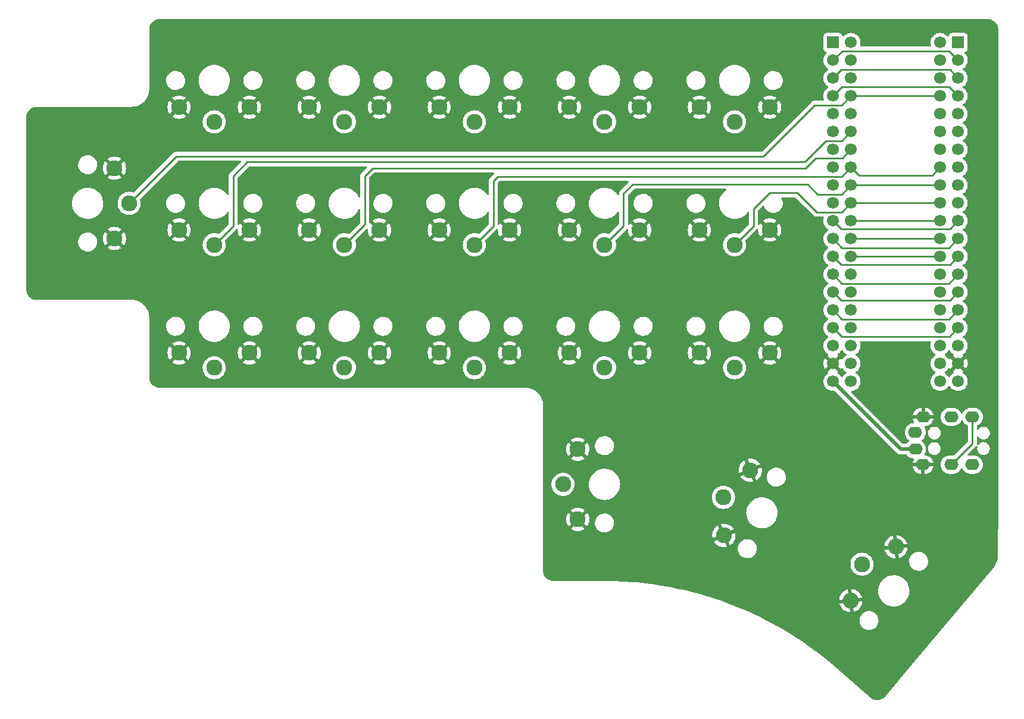
<source format=gbr>
%TF.GenerationSoftware,KiCad,Pcbnew,(6.0.7-1)-1*%
%TF.CreationDate,2022-12-31T13:50:09-08:00*%
%TF.ProjectId,karn-2,6b61726e-2d32-42e6-9b69-6361645f7063,rev?*%
%TF.SameCoordinates,Original*%
%TF.FileFunction,Copper,L2,Bot*%
%TF.FilePolarity,Positive*%
%FSLAX46Y46*%
G04 Gerber Fmt 4.6, Leading zero omitted, Abs format (unit mm)*
G04 Created by KiCad (PCBNEW (6.0.7-1)-1) date 2022-12-31 13:50:09*
%MOMM*%
%LPD*%
G01*
G04 APERTURE LIST*
%TA.AperFunction,ComponentPad*%
%ADD10R,1.700000X1.700000*%
%TD*%
%TA.AperFunction,ComponentPad*%
%ADD11C,1.700000*%
%TD*%
%TA.AperFunction,ComponentPad*%
%ADD12O,2.000000X1.600000*%
%TD*%
%TA.AperFunction,ComponentPad*%
%ADD13C,2.282000*%
%TD*%
%TA.AperFunction,Conductor*%
%ADD14C,0.250000*%
%TD*%
%TA.AperFunction,Conductor*%
%ADD15C,0.500000*%
%TD*%
G04 APERTURE END LIST*
D10*
%TO.P,U2,1*%
%TO.N,N/C*%
X181800000Y-34600000D03*
D11*
%TO.P,U2,2*%
%TO.N,/K11*%
X181800000Y-37140000D03*
%TO.P,U2,3*%
%TO.N,/K12*%
X181800000Y-39680000D03*
%TO.P,U2,4*%
%TO.N,/K13*%
X181800000Y-42220000D03*
%TO.P,U2,5*%
%TO.N,/K14*%
X181800000Y-44760000D03*
%TO.P,U2,6*%
%TO.N,N/C*%
X181800000Y-47300000D03*
%TO.P,U2,7*%
X181800000Y-49840000D03*
%TO.P,U2,8*%
X181800000Y-52380000D03*
%TO.P,U2,9*%
X181800000Y-54920000D03*
%TO.P,U2,10*%
%TO.N,/K15*%
X181800000Y-57460000D03*
%TO.P,U2,11*%
%TO.N,/K35*%
X181800000Y-60000000D03*
%TO.P,U2,12*%
%TO.N,/K34*%
X181800000Y-62540000D03*
%TO.P,U2,13*%
%TO.N,/K33*%
X181800000Y-65080000D03*
%TO.P,U2,14*%
%TO.N,/TX*%
X181800000Y-67620000D03*
%TO.P,U2,15*%
%TO.N,/RX*%
X181800000Y-70160000D03*
%TO.P,U2,16*%
%TO.N,/K32*%
X181800000Y-72700000D03*
%TO.P,U2,17*%
%TO.N,/K31*%
X181800000Y-75240000D03*
%TO.P,U2,18*%
%TO.N,N/C*%
X181800000Y-77780000D03*
%TO.P,U2,19*%
%TO.N,GND*%
X181800000Y-80320000D03*
%TO.P,U2,20*%
%TO.N,VCC*%
X181800000Y-82860000D03*
%TO.P,U2,21*%
%TO.N,N/C*%
X166560000Y-82860000D03*
%TO.P,U2,22*%
X166560000Y-80320000D03*
%TO.P,U2,23*%
X166560000Y-77780000D03*
%TO.P,U2,24*%
X166560000Y-75240000D03*
%TO.P,U2,25*%
X166560000Y-72700000D03*
%TO.P,U2,26*%
X166560000Y-70160000D03*
%TO.P,U2,27*%
X166560000Y-67620000D03*
%TO.P,U2,28*%
%TO.N,/K41*%
X166560000Y-65080000D03*
%TO.P,U2,29*%
%TO.N,/K42*%
X166560000Y-62540000D03*
%TO.P,U2,30*%
%TO.N,/K43*%
X166560000Y-60000000D03*
%TO.P,U2,31*%
%TO.N,/K21*%
X166560000Y-57460000D03*
%TO.P,U2,32*%
%TO.N,/K22*%
X166560000Y-54920000D03*
%TO.P,U2,33*%
%TO.N,/K23*%
X166560000Y-52380000D03*
%TO.P,U2,34*%
%TO.N,/K24*%
X166560000Y-49840000D03*
%TO.P,U2,35*%
%TO.N,/K25*%
X166560000Y-47300000D03*
%TO.P,U2,36*%
%TO.N,N/C*%
X166560000Y-44760000D03*
%TO.P,U2,37*%
%TO.N,/K26*%
X166560000Y-42220000D03*
%TO.P,U2,38*%
%TO.N,N/C*%
X166560000Y-39680000D03*
%TO.P,U2,39*%
%TO.N,GND*%
X166560000Y-37140000D03*
%TO.P,U2,40*%
%TO.N,N/C*%
X166560000Y-34600000D03*
%TD*%
D10*
%TO.P,U1,1,PB12*%
%TO.N,unconnected-(U1-Pad1)*%
X163980000Y-34600000D03*
D11*
%TO.P,U1,2,PB13*%
%TO.N,/K11*%
X163980000Y-37140000D03*
%TO.P,U1,3,PB14*%
%TO.N,/K12*%
X163980000Y-39680000D03*
%TO.P,U1,4,PB15*%
%TO.N,/K13*%
X163980000Y-42220000D03*
%TO.P,U1,5,PA8*%
%TO.N,/K14*%
X163980000Y-44760000D03*
%TO.P,U1,6,PA9*%
%TO.N,unconnected-(U1-Pad6)*%
X163980000Y-47300000D03*
%TO.P,U1,7,PA10*%
%TO.N,unconnected-(U1-Pad7)*%
X163980000Y-49840000D03*
%TO.P,U1,8,PA11*%
%TO.N,unconnected-(U1-Pad8)*%
X163980000Y-52380000D03*
%TO.P,U1,9,PA12*%
%TO.N,unconnected-(U1-Pad9)*%
X163980000Y-54920000D03*
%TO.P,U1,10,PA15*%
%TO.N,/K15*%
X163980000Y-57460000D03*
%TO.P,U1,11,PB3*%
%TO.N,/K35*%
X163980000Y-60000000D03*
%TO.P,U1,12,PB4*%
%TO.N,/K34*%
X163980000Y-62540000D03*
%TO.P,U1,13,PB5*%
%TO.N,/K33*%
X163980000Y-65080000D03*
%TO.P,U1,14,PB6*%
%TO.N,/TX*%
X163980000Y-67620000D03*
%TO.P,U1,15,PB7*%
%TO.N,/RX*%
X163980000Y-70160000D03*
%TO.P,U1,16,PB8*%
%TO.N,/K32*%
X163980000Y-72700000D03*
%TO.P,U1,17,PB9*%
%TO.N,/K31*%
X163980000Y-75240000D03*
%TO.P,U1,18,5V*%
%TO.N,unconnected-(U1-Pad18)*%
X163980000Y-77780000D03*
%TO.P,U1,19,GND*%
%TO.N,GND*%
X163980000Y-80320000D03*
%TO.P,U1,20,3V3*%
%TO.N,VCC*%
X163980000Y-82860000D03*
%TO.P,U1,21,VBat*%
%TO.N,unconnected-(U1-Pad21)*%
X179220000Y-82860000D03*
%TO.P,U1,22,PC13*%
%TO.N,unconnected-(U1-Pad22)*%
X179220000Y-80320000D03*
%TO.P,U1,23,PC14*%
%TO.N,unconnected-(U1-Pad23)*%
X179220000Y-77780000D03*
%TO.P,U1,24,PC15*%
%TO.N,unconnected-(U1-Pad24)*%
X179220000Y-75240000D03*
%TO.P,U1,25,RES*%
%TO.N,unconnected-(U1-Pad25)*%
X179220000Y-72700000D03*
%TO.P,U1,26,PA0*%
%TO.N,unconnected-(U1-Pad26)*%
X179220000Y-70160000D03*
%TO.P,U1,27,PA1*%
%TO.N,unconnected-(U1-Pad27)*%
X179220000Y-67620000D03*
%TO.P,U1,28,PA2*%
%TO.N,/K41*%
X179220000Y-65080000D03*
%TO.P,U1,29,PA3*%
%TO.N,/K42*%
X179220000Y-62540000D03*
%TO.P,U1,30,PA4*%
%TO.N,/K43*%
X179220000Y-60000000D03*
%TO.P,U1,31,PA5*%
%TO.N,/K21*%
X179220000Y-57460000D03*
%TO.P,U1,32,PA6*%
%TO.N,/K22*%
X179220000Y-54920000D03*
%TO.P,U1,33,PA7*%
%TO.N,/K23*%
X179220000Y-52380000D03*
%TO.P,U1,34,PB0*%
%TO.N,/K24*%
X179220000Y-49840000D03*
%TO.P,U1,35,PB1*%
%TO.N,/K25*%
X179220000Y-47300000D03*
%TO.P,U1,36,PB2*%
%TO.N,unconnected-(U1-Pad36)*%
X179220000Y-44760000D03*
%TO.P,U1,37,PB10*%
%TO.N,/K26*%
X179220000Y-42220000D03*
%TO.P,U1,38,3V3*%
%TO.N,N/C*%
X179220000Y-39680000D03*
%TO.P,U1,39,GND*%
%TO.N,GND*%
X179220000Y-37140000D03*
%TO.P,U1,40,5V*%
%TO.N,unconnected-(U1-Pad40)*%
X179220000Y-34600000D03*
%TD*%
D12*
%TO.P,J1,4,RING1*%
%TO.N,/TX*%
X180800000Y-94700000D03*
%TO.P,J1,3,RING2*%
%TO.N,/RX*%
X183800000Y-94700000D03*
%TO.P,J1,2,TIP*%
%TO.N,GND*%
X176800000Y-94700000D03*
%TO.P,J1,1,SLEEVE*%
%TO.N,VCC*%
X175700000Y-90100000D03*
%TD*%
%TO.P,REF\u002A\u002A,1*%
%TO.N,VCC*%
X175712500Y-92500000D03*
%TO.P,REF\u002A\u002A,2*%
%TO.N,GND*%
X176812500Y-87900000D03*
%TO.P,REF\u002A\u002A,3*%
%TO.N,/RX*%
X180812500Y-87900000D03*
%TO.P,REF\u002A\u002A,4*%
%TO.N,/TX*%
X183812500Y-87900000D03*
%TD*%
D13*
%TO.P,K24,1,1*%
%TO.N,/K24*%
X94500000Y-63400000D03*
%TO.P,K24,2,2*%
%TO.N,GND*%
X89500000Y-61300000D03*
%TO.P,K24,3,3*%
X99500000Y-61300000D03*
%TD*%
%TO.P,K22,1,1*%
%TO.N,/K22*%
X131500000Y-63400000D03*
%TO.P,K22,2,2*%
%TO.N,GND*%
X126500000Y-61300000D03*
%TO.P,K22,3,3*%
X136500000Y-61300000D03*
%TD*%
%TO.P,K43,1,1*%
%TO.N,/K43*%
X125600000Y-97500000D03*
%TO.P,K43,2,2*%
%TO.N,GND*%
X127700000Y-92500000D03*
%TO.P,K43,3,3*%
X127700000Y-102500000D03*
%TD*%
%TO.P,K12,1,1*%
%TO.N,/K12*%
X131500000Y-45900000D03*
%TO.P,K12,2,2*%
%TO.N,GND*%
X126500000Y-43800000D03*
%TO.P,K12,3,3*%
X136500000Y-43800000D03*
%TD*%
%TO.P,K13,1,1*%
%TO.N,/K13*%
X113000000Y-45900000D03*
%TO.P,K13,2,2*%
%TO.N,GND*%
X108000000Y-43800000D03*
%TO.P,K13,3,3*%
X118000000Y-43800000D03*
%TD*%
%TO.P,K26,1,1*%
%TO.N,/K26*%
X63900256Y-57500000D03*
%TO.P,K26,2,2*%
%TO.N,GND*%
X61800256Y-62500000D03*
%TO.P,K26,3,3*%
X61800256Y-52500000D03*
%TD*%
%TO.P,K21,1,1*%
%TO.N,/K21*%
X150000000Y-63400000D03*
%TO.P,K21,2,2*%
%TO.N,GND*%
X145000000Y-61300000D03*
%TO.P,K21,3,3*%
X155000000Y-61300000D03*
%TD*%
%TO.P,K34,1,1*%
%TO.N,/K34*%
X94500000Y-80900000D03*
%TO.P,K34,2,2*%
%TO.N,GND*%
X89500000Y-78800000D03*
%TO.P,K34,3,3*%
X99500000Y-78800000D03*
%TD*%
%TO.P,K31,1,1*%
%TO.N,/K31*%
X150000000Y-80900000D03*
%TO.P,K31,2,2*%
%TO.N,GND*%
X145000000Y-78800000D03*
%TO.P,K31,3,3*%
X155000000Y-78800000D03*
%TD*%
%TO.P,K25,1,1*%
%TO.N,/K25*%
X76000000Y-63400000D03*
%TO.P,K25,2,2*%
%TO.N,GND*%
X71000000Y-61300000D03*
%TO.P,K25,3,3*%
X81000000Y-61300000D03*
%TD*%
%TO.P,K42,1,1*%
%TO.N,/K42*%
X148408626Y-99348970D03*
%TO.P,K42,2,2*%
%TO.N,GND*%
X152228745Y-95499725D03*
%TO.P,K42,3,3*%
X148482679Y-104771563D03*
%TD*%
%TO.P,K41,1,1*%
%TO.N,/K41*%
X168125072Y-108878954D03*
%TO.P,K41,2,2*%
%TO.N,GND*%
X172947703Y-106398586D03*
%TO.P,K41,3,3*%
X166519827Y-114059030D03*
%TD*%
%TO.P,K23,1,1*%
%TO.N,/K23*%
X113000000Y-63400000D03*
%TO.P,K23,2,2*%
%TO.N,GND*%
X108000000Y-61300000D03*
%TO.P,K23,3,3*%
X118000000Y-61300000D03*
%TD*%
%TO.P,K14,1,1*%
%TO.N,/K14*%
X94500000Y-45900000D03*
%TO.P,K14,2,2*%
%TO.N,GND*%
X89500000Y-43800000D03*
%TO.P,K14,3,3*%
X99500000Y-43800000D03*
%TD*%
%TO.P,K33,1,1*%
%TO.N,/K33*%
X113000000Y-80900000D03*
%TO.P,K33,2,2*%
%TO.N,GND*%
X108000000Y-78800000D03*
%TO.P,K33,3,3*%
X118000000Y-78800000D03*
%TD*%
%TO.P,K35,1,1*%
%TO.N,/K35*%
X76000000Y-80900000D03*
%TO.P,K35,2,2*%
%TO.N,GND*%
X71000000Y-78800000D03*
%TO.P,K35,3,3*%
X81000000Y-78800000D03*
%TD*%
%TO.P,K32,1,1*%
%TO.N,/K32*%
X131500000Y-80900000D03*
%TO.P,K32,2,2*%
%TO.N,GND*%
X126500000Y-78800000D03*
%TO.P,K32,3,3*%
X136500000Y-78800000D03*
%TD*%
%TO.P,K15,1,1*%
%TO.N,/K15*%
X76000000Y-45900000D03*
%TO.P,K15,2,2*%
%TO.N,GND*%
X71000000Y-43800000D03*
%TO.P,K15,3,3*%
X81000000Y-43800000D03*
%TD*%
%TO.P,K11,1,1*%
%TO.N,/K11*%
X150000000Y-45900000D03*
%TO.P,K11,2,2*%
%TO.N,GND*%
X145000000Y-43800000D03*
%TO.P,K11,3,3*%
X155000000Y-43800000D03*
%TD*%
D14*
%TO.N,/RX*%
X165155000Y-71335000D02*
X180625000Y-71335000D01*
X163980000Y-70160000D02*
X165155000Y-71335000D01*
X180625000Y-71335000D02*
X181800000Y-70160000D01*
%TO.N,/TX*%
X183812500Y-91687500D02*
X180800000Y-94700000D01*
X183812500Y-87900000D02*
X183812500Y-91687500D01*
X163980000Y-67620000D02*
X165274278Y-68914278D01*
X180505722Y-68914278D02*
X181800000Y-67620000D01*
X165274278Y-68914278D02*
X180505722Y-68914278D01*
%TO.N,/K11*%
X163980000Y-37140000D02*
X165320000Y-35800000D01*
X180460000Y-35800000D02*
X181800000Y-37140000D01*
X165320000Y-35800000D02*
X180460000Y-35800000D01*
%TO.N,/K12*%
X163980000Y-39680000D02*
X165160000Y-38500000D01*
X180620000Y-38500000D02*
X181800000Y-39680000D01*
X165160000Y-38500000D02*
X180620000Y-38500000D01*
%TO.N,/K13*%
X165274278Y-40925722D02*
X180505722Y-40925722D01*
X180505722Y-40925722D02*
X181800000Y-42220000D01*
X163980000Y-42220000D02*
X165274278Y-40925722D01*
%TO.N,/K21*%
X161654278Y-58754278D02*
X158900000Y-56000000D01*
X166560000Y-57460000D02*
X179220000Y-57460000D01*
X165265722Y-58754278D02*
X161654278Y-58754278D01*
X152700000Y-58300000D02*
X152700000Y-60700000D01*
X152700000Y-60700000D02*
X150000000Y-63400000D01*
X155000000Y-56000000D02*
X152700000Y-58300000D01*
X166560000Y-57460000D02*
X165265722Y-58754278D01*
X158900000Y-56000000D02*
X155000000Y-56000000D01*
%TO.N,/K22*%
X166560000Y-54920000D02*
X179220000Y-54920000D01*
X135500000Y-54800000D02*
X160400000Y-54800000D01*
X160400000Y-54800000D02*
X161800000Y-56200000D01*
X165280000Y-56200000D02*
X166560000Y-54920000D01*
X161800000Y-56200000D02*
X165280000Y-56200000D01*
X134200000Y-60700000D02*
X134200000Y-56100000D01*
X131500000Y-63400000D02*
X134200000Y-60700000D01*
X134200000Y-56100000D02*
X135500000Y-54800000D01*
%TO.N,/K23*%
X166560000Y-52380000D02*
X167680000Y-53500000D01*
X167680000Y-53500000D02*
X178100000Y-53500000D01*
X115700000Y-54300000D02*
X116300000Y-53700000D01*
X116300000Y-53700000D02*
X165240000Y-53700000D01*
X115700000Y-60700000D02*
X115700000Y-54300000D01*
X165240000Y-53700000D02*
X166560000Y-52380000D01*
X113000000Y-63400000D02*
X115700000Y-60700000D01*
X178100000Y-53500000D02*
X179220000Y-52380000D01*
%TO.N,/K24*%
X94500000Y-63400000D02*
X97400000Y-60500000D01*
X97400000Y-53600000D02*
X98500000Y-52500000D01*
X97400000Y-60500000D02*
X97400000Y-53600000D01*
X160100000Y-52500000D02*
X161500000Y-51100000D01*
X161500000Y-51100000D02*
X165300000Y-51100000D01*
X165300000Y-51100000D02*
X166560000Y-49840000D01*
X98500000Y-52500000D02*
X160100000Y-52500000D01*
%TO.N,/K25*%
X162979149Y-48600000D02*
X165260000Y-48600000D01*
X80700000Y-51600000D02*
X159979149Y-51600000D01*
X78700000Y-53600000D02*
X80700000Y-51600000D01*
X78700000Y-60700000D02*
X78700000Y-53600000D01*
X159979149Y-51600000D02*
X162979149Y-48600000D01*
X165260000Y-48600000D02*
X166560000Y-47300000D01*
X76000000Y-63400000D02*
X78700000Y-60700000D01*
%TO.N,/K26*%
X161385722Y-43514278D02*
X165265722Y-43514278D01*
X166560000Y-42220000D02*
X179220000Y-42220000D01*
X161385722Y-43514278D02*
X154100000Y-50800000D01*
X70600256Y-50800000D02*
X63900256Y-57500000D01*
X166560000Y-42220000D02*
X165265722Y-43514278D01*
X154100000Y-50800000D02*
X70600256Y-50800000D01*
%TO.N,/K31*%
X180540000Y-76500000D02*
X181800000Y-75240000D01*
X163980000Y-75240000D02*
X165240000Y-76500000D01*
X165240000Y-76500000D02*
X180540000Y-76500000D01*
%TO.N,/K32*%
X180505722Y-73994278D02*
X181800000Y-72700000D01*
X163980000Y-72700000D02*
X165274278Y-73994278D01*
X165274278Y-73994278D02*
X180505722Y-73994278D01*
%TO.N,/K33*%
X163980000Y-65080000D02*
X165155000Y-66255000D01*
X180625000Y-66255000D02*
X181800000Y-65080000D01*
X165155000Y-66255000D02*
X180625000Y-66255000D01*
%TO.N,/K34*%
X163980000Y-62540000D02*
X165274278Y-63834278D01*
X165274278Y-63834278D02*
X180505722Y-63834278D01*
X180505722Y-63834278D02*
X181800000Y-62540000D01*
%TO.N,/K35*%
X165155000Y-61175000D02*
X180625000Y-61175000D01*
X180625000Y-61175000D02*
X181800000Y-60000000D01*
X163980000Y-60000000D02*
X165155000Y-61175000D01*
%TO.N,/K41*%
X166560000Y-65080000D02*
X179220000Y-65080000D01*
%TO.N,/K42*%
X166560000Y-62540000D02*
X179220000Y-62540000D01*
%TO.N,/K43*%
X166560000Y-60000000D02*
X179220000Y-60000000D01*
D15*
%TO.N,VCC*%
X163980000Y-82860000D02*
X173620000Y-92500000D01*
X173620000Y-92500000D02*
X175712500Y-92500000D01*
%TD*%
%TA.AperFunction,Conductor*%
%TO.N,GND*%
G36*
X185960931Y-31251914D02*
G01*
X185975239Y-31254142D01*
X185975243Y-31254142D01*
X185984113Y-31255523D01*
X185998936Y-31253585D01*
X186024251Y-31252843D01*
X186045436Y-31254358D01*
X186194699Y-31265032D01*
X186212494Y-31267590D01*
X186403944Y-31309237D01*
X186421193Y-31314302D01*
X186454890Y-31326870D01*
X186604768Y-31382771D01*
X186621107Y-31390233D01*
X186793079Y-31484136D01*
X186808193Y-31493850D01*
X186930951Y-31585745D01*
X186965039Y-31611263D01*
X186978625Y-31623035D01*
X187117165Y-31761574D01*
X187128938Y-31775161D01*
X187246351Y-31932007D01*
X187256068Y-31947127D01*
X187349964Y-32119088D01*
X187357432Y-32135440D01*
X187425898Y-32319008D01*
X187430963Y-32336257D01*
X187472610Y-32527706D01*
X187475168Y-32545501D01*
X187486857Y-32708944D01*
X187486152Y-32725890D01*
X187486170Y-32725890D01*
X187486060Y-32734858D01*
X187484678Y-32743733D01*
X187485842Y-32752636D01*
X187485842Y-32752638D01*
X187488715Y-32774613D01*
X187489778Y-32790973D01*
X187476019Y-100681078D01*
X187474702Y-107181071D01*
X187474673Y-107321731D01*
X187473173Y-107341088D01*
X187469554Y-107364333D01*
X187472008Y-107383096D01*
X187472916Y-107405681D01*
X187458218Y-107701612D01*
X187456979Y-107714051D01*
X187408737Y-108035701D01*
X187406272Y-108047955D01*
X187326398Y-108363239D01*
X187322732Y-108375186D01*
X187315824Y-108394267D01*
X187212005Y-108681019D01*
X187207172Y-108692546D01*
X187066693Y-108985891D01*
X187060741Y-108996884D01*
X186891890Y-109274859D01*
X186884880Y-109285207D01*
X186711109Y-109516129D01*
X186693662Y-109534963D01*
X186692313Y-109536150D01*
X186692310Y-109536154D01*
X186685571Y-109542083D01*
X186669525Y-109567412D01*
X186659577Y-109581008D01*
X175256385Y-123158266D01*
X171480646Y-127653865D01*
X171467074Y-127667706D01*
X171449300Y-127683238D01*
X171441263Y-127695829D01*
X171425555Y-127715703D01*
X171306645Y-127838444D01*
X171293248Y-127850430D01*
X171138274Y-127970321D01*
X171123315Y-127980274D01*
X171085710Y-128001589D01*
X170952857Y-128076892D01*
X170936627Y-128084617D01*
X170754158Y-128155993D01*
X170737004Y-128161327D01*
X170546223Y-128206012D01*
X170528482Y-128208850D01*
X170412025Y-128219041D01*
X170333301Y-128225930D01*
X170315326Y-128226216D01*
X170119698Y-128215345D01*
X170101866Y-128213070D01*
X169909775Y-128174470D01*
X169892448Y-128169680D01*
X169707805Y-128104137D01*
X169691337Y-128096930D01*
X169517907Y-128005782D01*
X169502631Y-127996305D01*
X169370120Y-127900361D01*
X169357043Y-127888429D01*
X169350592Y-127882881D01*
X169344688Y-127876126D01*
X169323497Y-127862601D01*
X169308469Y-127851351D01*
X163934427Y-123164481D01*
X163921178Y-123151052D01*
X163908204Y-123135765D01*
X163905057Y-123132057D01*
X163895709Y-123123979D01*
X163892424Y-123121928D01*
X163889685Y-123119798D01*
X162847282Y-122264805D01*
X161776525Y-121433640D01*
X161775840Y-121433137D01*
X160684539Y-120632050D01*
X160684505Y-120632026D01*
X160683831Y-120631531D01*
X159569989Y-119859059D01*
X158969221Y-119465881D01*
X158436447Y-119117202D01*
X158436440Y-119117198D01*
X158435802Y-119116780D01*
X158435168Y-119116389D01*
X158435135Y-119116368D01*
X157282837Y-118405691D01*
X157282820Y-118405681D01*
X157282089Y-118405230D01*
X156109682Y-117724921D01*
X156034152Y-117683764D01*
X155442930Y-117361605D01*
X154919427Y-117076346D01*
X154867698Y-117049935D01*
X154418822Y-116820755D01*
X167754622Y-116820755D01*
X167763226Y-117049935D01*
X167810321Y-117274388D01*
X167812278Y-117279344D01*
X167812280Y-117279350D01*
X167857919Y-117394913D01*
X167894561Y-117487697D01*
X168013537Y-117683764D01*
X168017034Y-117687794D01*
X168099951Y-117783347D01*
X168163847Y-117856981D01*
X168167978Y-117860368D01*
X168337065Y-117999012D01*
X168337071Y-117999016D01*
X168341193Y-118002396D01*
X168345829Y-118005035D01*
X168345832Y-118005037D01*
X168459482Y-118069730D01*
X168540505Y-118115851D01*
X168756083Y-118194102D01*
X168761332Y-118195051D01*
X168761335Y-118195052D01*
X168839885Y-118209256D01*
X168981764Y-118234912D01*
X168985903Y-118235107D01*
X168985910Y-118235108D01*
X169004301Y-118235975D01*
X169004310Y-118235975D01*
X169005790Y-118236045D01*
X169166986Y-118236045D01*
X169233445Y-118230406D01*
X169332611Y-118221992D01*
X169332615Y-118221991D01*
X169337922Y-118221541D01*
X169343077Y-118220203D01*
X169343083Y-118220202D01*
X169554736Y-118165267D01*
X169554735Y-118165267D01*
X169559907Y-118163925D01*
X169705978Y-118098125D01*
X169764151Y-118071920D01*
X169764154Y-118071919D01*
X169769012Y-118069730D01*
X169959256Y-117941650D01*
X170125200Y-117783347D01*
X170262100Y-117599348D01*
X170316548Y-117492258D01*
X170363622Y-117399669D01*
X170363622Y-117399668D01*
X170366040Y-117394913D01*
X170434049Y-117175888D01*
X170434750Y-117170600D01*
X170463482Y-116953820D01*
X170463482Y-116953815D01*
X170464182Y-116948535D01*
X170455578Y-116719355D01*
X170408483Y-116494902D01*
X170406526Y-116489946D01*
X170406524Y-116489940D01*
X170326202Y-116286554D01*
X170324243Y-116281593D01*
X170205267Y-116085526D01*
X170122566Y-115990221D01*
X170058457Y-115916342D01*
X170058455Y-115916340D01*
X170054957Y-115912309D01*
X170010554Y-115875901D01*
X169881739Y-115770278D01*
X169881733Y-115770274D01*
X169877611Y-115766894D01*
X169872975Y-115764255D01*
X169872972Y-115764253D01*
X169682942Y-115656082D01*
X169678299Y-115653439D01*
X169462721Y-115575188D01*
X169457472Y-115574239D01*
X169457469Y-115574238D01*
X169378919Y-115560034D01*
X169237040Y-115534378D01*
X169232901Y-115534183D01*
X169232894Y-115534182D01*
X169214503Y-115533315D01*
X169214494Y-115533315D01*
X169213014Y-115533245D01*
X169051818Y-115533245D01*
X168985359Y-115538884D01*
X168886193Y-115547298D01*
X168886189Y-115547299D01*
X168880882Y-115547749D01*
X168875727Y-115549087D01*
X168875721Y-115549088D01*
X168705130Y-115593365D01*
X168658897Y-115605365D01*
X168552177Y-115653439D01*
X168454653Y-115697370D01*
X168454650Y-115697371D01*
X168449792Y-115699560D01*
X168259548Y-115827640D01*
X168255691Y-115831319D01*
X168255689Y-115831321D01*
X168208600Y-115876242D01*
X168093604Y-115985943D01*
X167956704Y-116169942D01*
X167954288Y-116174693D01*
X167954286Y-116174697D01*
X167899938Y-116281593D01*
X167852764Y-116374377D01*
X167784755Y-116593402D01*
X167784054Y-116598688D01*
X167784054Y-116598690D01*
X167758764Y-116789507D01*
X167754622Y-116820755D01*
X154418822Y-116820755D01*
X153712894Y-116460334D01*
X153712864Y-116460319D01*
X153712182Y-116459971D01*
X152488819Y-115876242D01*
X152099080Y-115702970D01*
X151251010Y-115325931D01*
X151250997Y-115325925D01*
X151250220Y-115325580D01*
X150185949Y-114886262D01*
X149998042Y-114808696D01*
X149998018Y-114808686D01*
X149997278Y-114808381D01*
X149996561Y-114808107D01*
X149996535Y-114808097D01*
X149325827Y-114552096D01*
X149115616Y-114471861D01*
X164923082Y-114471861D01*
X164945530Y-114565363D01*
X164948579Y-114574748D01*
X165044119Y-114805401D01*
X165048600Y-114814195D01*
X165179049Y-115027068D01*
X165184849Y-115035050D01*
X165346989Y-115224893D01*
X165353964Y-115231868D01*
X165543807Y-115394008D01*
X165551789Y-115399808D01*
X165764662Y-115530257D01*
X165773456Y-115534738D01*
X166004109Y-115630278D01*
X166013494Y-115633327D01*
X166256256Y-115691609D01*
X166266003Y-115693152D01*
X166390750Y-115702970D01*
X166404063Y-115700173D01*
X166407165Y-115685608D01*
X166290510Y-114352249D01*
X166284723Y-114337456D01*
X166283232Y-114336376D01*
X166275437Y-114335382D01*
X164936859Y-114452492D01*
X164923836Y-114457586D01*
X164923082Y-114471861D01*
X149115616Y-114471861D01*
X148730898Y-114325019D01*
X148669401Y-114303420D01*
X166796179Y-114303420D01*
X166913289Y-115641998D01*
X166918383Y-115655021D01*
X166932658Y-115655775D01*
X167026160Y-115633327D01*
X167035545Y-115630278D01*
X167266198Y-115534738D01*
X167274992Y-115530257D01*
X167487865Y-115399808D01*
X167495847Y-115394008D01*
X167685690Y-115231868D01*
X167692665Y-115224893D01*
X167854805Y-115035050D01*
X167860605Y-115027068D01*
X167991054Y-114814195D01*
X167995535Y-114805401D01*
X168091075Y-114574748D01*
X168094124Y-114565363D01*
X168152406Y-114322601D01*
X168153949Y-114312854D01*
X168163767Y-114188107D01*
X168160970Y-114174794D01*
X168146405Y-114171692D01*
X166813046Y-114288347D01*
X166798253Y-114294134D01*
X166797173Y-114295625D01*
X166796179Y-114303420D01*
X148669401Y-114303420D01*
X148294342Y-114171692D01*
X147606058Y-113929953D01*
X164875887Y-113929953D01*
X164878684Y-113943266D01*
X164893249Y-113946368D01*
X166226608Y-113829713D01*
X166241401Y-113823926D01*
X166242481Y-113822435D01*
X166243475Y-113814640D01*
X166126365Y-112476062D01*
X166121271Y-112463039D01*
X166106996Y-112462285D01*
X166013494Y-112484733D01*
X166004109Y-112487782D01*
X165773456Y-112583322D01*
X165764662Y-112587803D01*
X165551789Y-112718252D01*
X165543807Y-112724052D01*
X165353964Y-112886192D01*
X165346989Y-112893167D01*
X165184849Y-113083010D01*
X165179049Y-113090992D01*
X165048600Y-113303865D01*
X165044119Y-113312659D01*
X164948579Y-113543312D01*
X164945530Y-113552697D01*
X164887248Y-113795459D01*
X164885705Y-113805206D01*
X164875887Y-113929953D01*
X147606058Y-113929953D01*
X147452803Y-113876127D01*
X147452771Y-113876116D01*
X147451993Y-113875843D01*
X147451183Y-113875583D01*
X147451157Y-113875574D01*
X146525166Y-113578034D01*
X146161486Y-113461176D01*
X146160643Y-113460930D01*
X146160614Y-113460921D01*
X144861107Y-113081552D01*
X144861070Y-113081542D01*
X144860307Y-113081319D01*
X144859525Y-113081113D01*
X144859513Y-113081110D01*
X144118391Y-112886192D01*
X143549396Y-112736544D01*
X143548608Y-112736359D01*
X143548579Y-112736352D01*
X142475484Y-112484733D01*
X142252519Y-112432452D01*
X166632489Y-112432452D01*
X166749144Y-113765811D01*
X166754931Y-113780604D01*
X166756422Y-113781684D01*
X166764217Y-113782678D01*
X168102795Y-113665568D01*
X168115818Y-113660474D01*
X168116572Y-113646199D01*
X168094124Y-113552697D01*
X168091075Y-113543312D01*
X167995535Y-113312659D01*
X167991054Y-113303865D01*
X167860605Y-113090992D01*
X167854805Y-113083010D01*
X167692665Y-112893167D01*
X167685690Y-112886192D01*
X167495847Y-112724052D01*
X167487865Y-112718252D01*
X167487278Y-112717892D01*
X170425264Y-112717892D01*
X170425627Y-112722040D01*
X170425627Y-112722045D01*
X170435947Y-112840008D01*
X170450909Y-113011023D01*
X170515098Y-113298187D01*
X170516542Y-113302112D01*
X170516543Y-113302115D01*
X170555903Y-113409091D01*
X170616702Y-113574339D01*
X170753937Y-113834627D01*
X170924391Y-114074479D01*
X170927235Y-114077528D01*
X170927240Y-114077535D01*
X171064403Y-114224624D01*
X171125069Y-114289680D01*
X171352446Y-114476450D01*
X171356003Y-114478656D01*
X171356008Y-114478659D01*
X171495848Y-114565363D01*
X171602527Y-114631507D01*
X171870919Y-114752127D01*
X172042029Y-114803137D01*
X172148907Y-114834999D01*
X172148909Y-114834999D01*
X172152906Y-114836191D01*
X172157026Y-114836844D01*
X172157028Y-114836844D01*
X172440053Y-114881671D01*
X172440059Y-114881672D01*
X172443534Y-114882222D01*
X172468117Y-114883338D01*
X172534147Y-114886337D01*
X172534168Y-114886337D01*
X172535567Y-114886401D01*
X172719366Y-114886401D01*
X172938337Y-114871857D01*
X172942431Y-114871032D01*
X172942435Y-114871031D01*
X173152454Y-114828683D01*
X173226783Y-114813696D01*
X173505002Y-114717898D01*
X173508744Y-114716024D01*
X173508749Y-114716022D01*
X173764363Y-114588019D01*
X173764365Y-114588018D01*
X173768107Y-114586144D01*
X173957275Y-114457586D01*
X174008017Y-114423102D01*
X174008020Y-114423100D01*
X174011476Y-114420751D01*
X174159562Y-114288347D01*
X174227716Y-114227411D01*
X174227717Y-114227410D01*
X174230833Y-114224624D01*
X174276201Y-114171692D01*
X174419599Y-114004387D01*
X174419604Y-114004380D01*
X174422323Y-114001208D01*
X174424597Y-113997706D01*
X174424601Y-113997701D01*
X174580311Y-113757927D01*
X174580313Y-113757924D01*
X174582583Y-113754428D01*
X174708798Y-113488622D01*
X174798749Y-113208457D01*
X174850856Y-112918857D01*
X174859135Y-112736544D01*
X174864015Y-112629080D01*
X174864015Y-112629075D01*
X174864204Y-112624910D01*
X174838559Y-112331779D01*
X174774370Y-112044615D01*
X174672766Y-111768463D01*
X174643522Y-111712996D01*
X174555856Y-111546725D01*
X174535531Y-111508175D01*
X174365077Y-111268323D01*
X174362233Y-111265274D01*
X174362228Y-111265267D01*
X174167249Y-111056178D01*
X174167247Y-111056176D01*
X174164399Y-111053122D01*
X173937022Y-110866352D01*
X173933465Y-110864146D01*
X173933460Y-110864143D01*
X173757080Y-110754783D01*
X173686941Y-110711295D01*
X173418549Y-110590675D01*
X173198723Y-110525142D01*
X173140561Y-110507803D01*
X173140559Y-110507803D01*
X173136562Y-110506611D01*
X173132442Y-110505958D01*
X173132440Y-110505958D01*
X172849415Y-110461131D01*
X172849409Y-110461130D01*
X172845934Y-110460580D01*
X172821351Y-110459464D01*
X172755321Y-110456465D01*
X172755300Y-110456465D01*
X172753901Y-110456401D01*
X172570102Y-110456401D01*
X172351131Y-110470945D01*
X172347037Y-110471770D01*
X172347033Y-110471771D01*
X172168336Y-110507803D01*
X172062685Y-110529106D01*
X171784466Y-110624904D01*
X171780724Y-110626778D01*
X171780719Y-110626780D01*
X171555680Y-110739472D01*
X171521361Y-110756658D01*
X171277992Y-110922051D01*
X171274876Y-110924837D01*
X171127979Y-111056178D01*
X171058635Y-111118178D01*
X171055912Y-111121355D01*
X170869869Y-111338415D01*
X170869864Y-111338422D01*
X170867145Y-111341594D01*
X170864871Y-111345096D01*
X170864867Y-111345101D01*
X170709157Y-111584875D01*
X170706885Y-111588374D01*
X170705097Y-111592140D01*
X170705094Y-111592145D01*
X170658943Y-111689339D01*
X170580670Y-111854180D01*
X170490719Y-112134345D01*
X170438612Y-112423945D01*
X170435852Y-112484733D01*
X170425664Y-112709087D01*
X170425264Y-112717892D01*
X167487278Y-112717892D01*
X167274992Y-112587803D01*
X167266198Y-112583322D01*
X167035545Y-112487782D01*
X167026160Y-112484733D01*
X166783398Y-112426451D01*
X166773651Y-112424908D01*
X166648904Y-112415090D01*
X166635591Y-112417887D01*
X166632489Y-112432452D01*
X142252519Y-112432452D01*
X142229698Y-112427101D01*
X141787866Y-112335945D01*
X140902996Y-112153384D01*
X140902979Y-112153381D01*
X140902166Y-112153213D01*
X139567756Y-111915078D01*
X138227432Y-111712866D01*
X138021750Y-111687464D01*
X136883007Y-111546829D01*
X136882971Y-111546825D01*
X136882161Y-111546725D01*
X136881360Y-111546648D01*
X136881325Y-111546644D01*
X136120163Y-111473334D01*
X135532913Y-111416774D01*
X134284428Y-111330295D01*
X134181471Y-111323163D01*
X134181468Y-111323163D01*
X134180662Y-111323107D01*
X132826382Y-111265791D01*
X132825549Y-111265778D01*
X132825544Y-111265778D01*
X132571025Y-111261849D01*
X131491303Y-111245181D01*
X131486096Y-111244902D01*
X131483407Y-111244444D01*
X131477067Y-111244354D01*
X131475922Y-111244337D01*
X131475917Y-111244337D01*
X131471054Y-111244268D01*
X131466239Y-111244948D01*
X131466234Y-111244948D01*
X131443362Y-111248177D01*
X131425750Y-111249414D01*
X124268771Y-111249414D01*
X124249389Y-111247914D01*
X124248044Y-111247705D01*
X124226206Y-111244305D01*
X124212049Y-111246156D01*
X124211509Y-111246227D01*
X124186097Y-111246964D01*
X124017964Y-111234825D01*
X123999999Y-111232217D01*
X123811014Y-111190696D01*
X123793613Y-111185534D01*
X123612559Y-111117292D01*
X123596081Y-111109685D01*
X123426697Y-111016126D01*
X123411483Y-111006228D01*
X123257311Y-110889308D01*
X123243676Y-110877326D01*
X123107909Y-110739472D01*
X123096140Y-110725661D01*
X122981577Y-110569711D01*
X122971917Y-110554354D01*
X122956565Y-110525530D01*
X122880953Y-110383565D01*
X122873598Y-110366973D01*
X122865150Y-110343478D01*
X122808124Y-110184897D01*
X122803229Y-110167421D01*
X122764596Y-109977822D01*
X122762263Y-109959826D01*
X122758243Y-109889142D01*
X122753081Y-109798406D01*
X122754029Y-109781635D01*
X122753981Y-109781634D01*
X122754228Y-109772653D01*
X122755743Y-109763812D01*
X122754716Y-109754901D01*
X122754716Y-109754897D01*
X122751616Y-109728006D01*
X122750787Y-109713579D01*
X122750787Y-108878954D01*
X166478496Y-108878954D01*
X166498768Y-109136535D01*
X166499922Y-109141342D01*
X166499923Y-109141348D01*
X166533262Y-109280215D01*
X166559085Y-109387774D01*
X166560978Y-109392345D01*
X166560979Y-109392347D01*
X166638107Y-109578549D01*
X166657962Y-109626484D01*
X166792964Y-109846787D01*
X166796175Y-109850547D01*
X166796179Y-109850552D01*
X166889508Y-109959826D01*
X166960767Y-110043259D01*
X166964529Y-110046472D01*
X167153474Y-110207847D01*
X167153479Y-110207851D01*
X167157239Y-110211062D01*
X167377542Y-110346064D01*
X167382112Y-110347957D01*
X167382116Y-110347959D01*
X167611679Y-110443047D01*
X167616252Y-110444941D01*
X167703324Y-110465845D01*
X167862678Y-110504103D01*
X167862684Y-110504104D01*
X167867491Y-110505258D01*
X168125072Y-110525530D01*
X168382653Y-110505258D01*
X168387460Y-110504104D01*
X168387466Y-110504103D01*
X168546820Y-110465845D01*
X168633892Y-110444941D01*
X168638465Y-110443047D01*
X168868028Y-110347959D01*
X168868032Y-110347957D01*
X168872602Y-110346064D01*
X169092905Y-110211062D01*
X169096665Y-110207851D01*
X169096670Y-110207847D01*
X169285615Y-110046472D01*
X169289377Y-110043259D01*
X169360636Y-109959826D01*
X169453965Y-109850552D01*
X169453969Y-109850547D01*
X169457180Y-109846787D01*
X169592182Y-109626484D01*
X169612038Y-109578549D01*
X169689165Y-109392347D01*
X169689166Y-109392345D01*
X169691059Y-109387774D01*
X169716882Y-109280215D01*
X169750221Y-109141348D01*
X169750222Y-109141342D01*
X169751376Y-109136535D01*
X169771648Y-108878954D01*
X169751376Y-108621373D01*
X169696853Y-108394267D01*
X174825286Y-108394267D01*
X174833890Y-108623447D01*
X174880985Y-108847900D01*
X174882942Y-108852856D01*
X174882944Y-108852862D01*
X174928583Y-108968425D01*
X174965225Y-109061209D01*
X175084201Y-109257276D01*
X175087698Y-109261306D01*
X175201410Y-109392347D01*
X175234511Y-109430493D01*
X175238642Y-109433880D01*
X175407729Y-109572524D01*
X175407735Y-109572528D01*
X175411857Y-109575908D01*
X175416493Y-109578547D01*
X175416496Y-109578549D01*
X175530146Y-109643242D01*
X175611169Y-109689363D01*
X175826747Y-109767614D01*
X175831996Y-109768563D01*
X175831999Y-109768564D01*
X175904278Y-109781634D01*
X176052428Y-109808424D01*
X176056567Y-109808619D01*
X176056574Y-109808620D01*
X176074965Y-109809487D01*
X176074974Y-109809487D01*
X176076454Y-109809557D01*
X176237650Y-109809557D01*
X176304109Y-109803918D01*
X176403275Y-109795504D01*
X176403279Y-109795503D01*
X176408586Y-109795053D01*
X176413741Y-109793715D01*
X176413747Y-109793714D01*
X176589596Y-109748072D01*
X176630571Y-109737437D01*
X176776642Y-109671637D01*
X176834815Y-109645432D01*
X176834818Y-109645431D01*
X176839676Y-109643242D01*
X177029920Y-109515162D01*
X177195864Y-109356859D01*
X177332764Y-109172860D01*
X177353742Y-109131601D01*
X177434286Y-108973181D01*
X177434286Y-108973180D01*
X177436704Y-108968425D01*
X177504713Y-108749400D01*
X177505414Y-108744112D01*
X177534146Y-108527332D01*
X177534146Y-108527327D01*
X177534846Y-108522047D01*
X177526242Y-108292867D01*
X177479147Y-108068414D01*
X177477190Y-108063458D01*
X177477188Y-108063452D01*
X177396866Y-107860066D01*
X177394907Y-107855105D01*
X177275931Y-107659038D01*
X177272434Y-107655008D01*
X177129121Y-107489854D01*
X177129119Y-107489852D01*
X177125621Y-107485821D01*
X177033089Y-107409949D01*
X176952403Y-107343790D01*
X176952397Y-107343786D01*
X176948275Y-107340406D01*
X176943639Y-107337767D01*
X176943636Y-107337765D01*
X176753606Y-107229594D01*
X176748963Y-107226951D01*
X176533385Y-107148700D01*
X176528136Y-107147751D01*
X176528133Y-107147750D01*
X176449583Y-107133546D01*
X176307704Y-107107890D01*
X176303565Y-107107695D01*
X176303558Y-107107694D01*
X176285167Y-107106827D01*
X176285158Y-107106827D01*
X176283678Y-107106757D01*
X176122482Y-107106757D01*
X176056023Y-107112396D01*
X175956857Y-107120810D01*
X175956853Y-107120811D01*
X175951546Y-107121261D01*
X175946391Y-107122599D01*
X175946385Y-107122600D01*
X175826367Y-107153751D01*
X175729561Y-107178877D01*
X175609932Y-107232766D01*
X175525317Y-107270882D01*
X175525314Y-107270883D01*
X175520456Y-107273072D01*
X175330212Y-107401152D01*
X175164268Y-107559455D01*
X175027368Y-107743454D01*
X175024952Y-107748205D01*
X175024950Y-107748209D01*
X174954272Y-107887223D01*
X174923428Y-107947889D01*
X174855419Y-108166914D01*
X174854718Y-108172200D01*
X174854718Y-108172202D01*
X174827847Y-108374946D01*
X174825286Y-108394267D01*
X169696853Y-108394267D01*
X169691059Y-108370134D01*
X169609073Y-108172202D01*
X169594077Y-108135998D01*
X169594075Y-108135994D01*
X169592182Y-108131424D01*
X169457180Y-107911121D01*
X169453969Y-107907361D01*
X169453965Y-107907356D01*
X169292590Y-107718411D01*
X169289377Y-107714649D01*
X169270706Y-107698702D01*
X169096670Y-107550061D01*
X169096665Y-107550057D01*
X169092905Y-107546846D01*
X168872602Y-107411844D01*
X168868032Y-107409951D01*
X168868028Y-107409949D01*
X168638465Y-107314861D01*
X168638463Y-107314860D01*
X168633892Y-107312967D01*
X168546820Y-107292063D01*
X168387466Y-107253805D01*
X168387460Y-107253804D01*
X168382653Y-107252650D01*
X168125072Y-107232378D01*
X167867491Y-107252650D01*
X167862684Y-107253804D01*
X167862678Y-107253805D01*
X167703324Y-107292063D01*
X167616252Y-107312967D01*
X167611681Y-107314860D01*
X167611679Y-107314861D01*
X167382116Y-107409949D01*
X167382112Y-107409951D01*
X167377542Y-107411844D01*
X167157239Y-107546846D01*
X167153479Y-107550057D01*
X167153474Y-107550061D01*
X166979438Y-107698702D01*
X166960767Y-107714649D01*
X166957554Y-107718411D01*
X166796179Y-107907356D01*
X166796175Y-107907361D01*
X166792964Y-107911121D01*
X166657962Y-108131424D01*
X166656069Y-108135994D01*
X166656067Y-108135998D01*
X166641071Y-108172202D01*
X166559085Y-108370134D01*
X166498768Y-108621373D01*
X166478496Y-108878954D01*
X122750787Y-108878954D01*
X122750787Y-106594770D01*
X150463895Y-106594770D01*
X150472499Y-106823950D01*
X150519594Y-107048403D01*
X150521551Y-107053359D01*
X150521553Y-107053365D01*
X150567192Y-107168928D01*
X150603834Y-107261712D01*
X150722810Y-107457779D01*
X150726307Y-107461809D01*
X150809224Y-107557362D01*
X150873120Y-107630996D01*
X150877251Y-107634383D01*
X151046338Y-107773027D01*
X151046344Y-107773031D01*
X151050466Y-107776411D01*
X151055102Y-107779050D01*
X151055105Y-107779052D01*
X151168755Y-107843745D01*
X151249778Y-107889866D01*
X151465356Y-107968117D01*
X151470605Y-107969066D01*
X151470608Y-107969067D01*
X151539663Y-107981554D01*
X151691037Y-108008927D01*
X151695176Y-108009122D01*
X151695183Y-108009123D01*
X151713574Y-108009990D01*
X151713583Y-108009990D01*
X151715063Y-108010060D01*
X151876259Y-108010060D01*
X151942718Y-108004421D01*
X152041884Y-107996007D01*
X152041888Y-107996006D01*
X152047195Y-107995556D01*
X152052350Y-107994218D01*
X152052356Y-107994217D01*
X152264009Y-107939282D01*
X152264008Y-107939282D01*
X152269180Y-107937940D01*
X152463192Y-107850544D01*
X152473424Y-107845935D01*
X152473427Y-107845934D01*
X152478285Y-107843745D01*
X152668529Y-107715665D01*
X152683261Y-107701612D01*
X152830616Y-107561041D01*
X152834473Y-107557362D01*
X152971373Y-107373363D01*
X152974800Y-107366624D01*
X153072895Y-107173684D01*
X153072895Y-107173683D01*
X153075313Y-107168928D01*
X153143322Y-106949903D01*
X153161677Y-106811417D01*
X171350958Y-106811417D01*
X171373406Y-106904919D01*
X171376455Y-106914304D01*
X171471995Y-107144957D01*
X171476476Y-107153751D01*
X171606925Y-107366624D01*
X171612725Y-107374606D01*
X171774865Y-107564449D01*
X171781840Y-107571424D01*
X171971683Y-107733564D01*
X171979665Y-107739364D01*
X172192538Y-107869813D01*
X172201332Y-107874294D01*
X172431985Y-107969834D01*
X172441370Y-107972883D01*
X172684132Y-108031165D01*
X172693879Y-108032708D01*
X172818626Y-108042526D01*
X172831939Y-108039729D01*
X172835041Y-108025164D01*
X172718386Y-106691805D01*
X172712599Y-106677012D01*
X172711108Y-106675932D01*
X172703313Y-106674938D01*
X171364735Y-106792048D01*
X171351712Y-106797142D01*
X171350958Y-106811417D01*
X153161677Y-106811417D01*
X153173455Y-106722550D01*
X153170468Y-106642976D01*
X173224055Y-106642976D01*
X173341165Y-107981554D01*
X173346259Y-107994577D01*
X173360534Y-107995331D01*
X173454036Y-107972883D01*
X173463421Y-107969834D01*
X173694074Y-107874294D01*
X173702868Y-107869813D01*
X173915741Y-107739364D01*
X173923723Y-107733564D01*
X174113566Y-107571424D01*
X174120541Y-107564449D01*
X174282681Y-107374606D01*
X174288481Y-107366624D01*
X174418930Y-107153751D01*
X174423411Y-107144957D01*
X174518951Y-106914304D01*
X174522000Y-106904919D01*
X174580282Y-106662157D01*
X174581825Y-106652410D01*
X174591643Y-106527663D01*
X174588846Y-106514350D01*
X174574281Y-106511248D01*
X173240922Y-106627903D01*
X173226129Y-106633690D01*
X173225049Y-106635181D01*
X173224055Y-106642976D01*
X153170468Y-106642976D01*
X153164851Y-106493370D01*
X153117880Y-106269509D01*
X171303763Y-106269509D01*
X171306560Y-106282822D01*
X171321125Y-106285924D01*
X172654484Y-106169269D01*
X172669277Y-106163482D01*
X172670357Y-106161991D01*
X172671351Y-106154196D01*
X172554241Y-104815618D01*
X172549147Y-104802595D01*
X172534872Y-104801841D01*
X172441370Y-104824289D01*
X172431985Y-104827338D01*
X172201332Y-104922878D01*
X172192538Y-104927359D01*
X171979665Y-105057808D01*
X171971683Y-105063608D01*
X171781840Y-105225748D01*
X171774865Y-105232723D01*
X171612725Y-105422566D01*
X171606925Y-105430548D01*
X171476476Y-105643421D01*
X171471995Y-105652215D01*
X171376455Y-105882868D01*
X171373406Y-105892253D01*
X171315124Y-106135015D01*
X171313581Y-106144762D01*
X171303763Y-106269509D01*
X153117880Y-106269509D01*
X153117756Y-106268917D01*
X153115799Y-106263961D01*
X153115797Y-106263955D01*
X153035475Y-106060569D01*
X153033516Y-106055608D01*
X152914540Y-105859541D01*
X152831839Y-105764236D01*
X152767730Y-105690357D01*
X152767728Y-105690355D01*
X152764230Y-105686324D01*
X152701553Y-105634932D01*
X152591012Y-105544293D01*
X152591006Y-105544289D01*
X152586884Y-105540909D01*
X152582248Y-105538270D01*
X152582245Y-105538268D01*
X152392215Y-105430097D01*
X152387572Y-105427454D01*
X152171994Y-105349203D01*
X152166745Y-105348254D01*
X152166742Y-105348253D01*
X152088192Y-105334049D01*
X151946313Y-105308393D01*
X151942174Y-105308198D01*
X151942167Y-105308197D01*
X151923776Y-105307330D01*
X151923767Y-105307330D01*
X151922287Y-105307260D01*
X151761091Y-105307260D01*
X151694632Y-105312899D01*
X151595466Y-105321313D01*
X151595462Y-105321314D01*
X151590155Y-105321764D01*
X151585000Y-105323102D01*
X151584994Y-105323103D01*
X151414403Y-105367380D01*
X151368170Y-105379380D01*
X151222099Y-105445180D01*
X151163926Y-105471385D01*
X151163923Y-105471386D01*
X151159065Y-105473575D01*
X150968821Y-105601655D01*
X150964964Y-105605334D01*
X150964962Y-105605336D01*
X150910166Y-105657609D01*
X150802877Y-105759958D01*
X150665977Y-105943957D01*
X150663561Y-105948708D01*
X150663559Y-105948712D01*
X150609211Y-106055608D01*
X150562037Y-106148392D01*
X150494028Y-106367417D01*
X150493327Y-106372703D01*
X150493327Y-106372705D01*
X150474554Y-106514350D01*
X150463895Y-106594770D01*
X122750787Y-106594770D01*
X122750787Y-105643800D01*
X147087962Y-105643800D01*
X147091656Y-105657609D01*
X147141901Y-105739601D01*
X147147701Y-105747583D01*
X147309841Y-105937426D01*
X147316816Y-105944401D01*
X147506659Y-106106541D01*
X147514641Y-106112341D01*
X147727514Y-106242790D01*
X147736308Y-106247271D01*
X147966961Y-106342811D01*
X147976346Y-106345860D01*
X148219108Y-106404142D01*
X148228855Y-106405685D01*
X148477749Y-106425274D01*
X148487609Y-106425274D01*
X148736503Y-106405685D01*
X148746250Y-106404142D01*
X148867923Y-106374931D01*
X148879721Y-106368157D01*
X148878171Y-106353346D01*
X148355195Y-105121291D01*
X148345123Y-105109014D01*
X148343369Y-105108447D01*
X148335649Y-105109909D01*
X147098771Y-105634932D01*
X147087962Y-105643800D01*
X122750787Y-105643800D01*
X122750787Y-104776493D01*
X146828968Y-104776493D01*
X146848557Y-105025387D01*
X146850100Y-105035134D01*
X146879311Y-105156807D01*
X146886085Y-105168605D01*
X146900896Y-105167055D01*
X147504423Y-104910873D01*
X148819563Y-104910873D01*
X148821025Y-104918593D01*
X149346048Y-106155471D01*
X149354916Y-106166280D01*
X149368725Y-106162586D01*
X149450717Y-106112341D01*
X149458699Y-106106541D01*
X149648542Y-105944401D01*
X149655517Y-105937426D01*
X149817657Y-105747583D01*
X149823457Y-105739601D01*
X149953906Y-105526728D01*
X149958387Y-105517934D01*
X150053927Y-105287281D01*
X150056976Y-105277896D01*
X150115258Y-105035134D01*
X150116801Y-105025387D01*
X150136390Y-104776493D01*
X150136390Y-104772008D01*
X173060365Y-104772008D01*
X173177020Y-106105367D01*
X173182807Y-106120160D01*
X173184298Y-106121240D01*
X173192093Y-106122234D01*
X174530671Y-106005124D01*
X174543694Y-106000030D01*
X174544448Y-105985755D01*
X174522000Y-105892253D01*
X174518951Y-105882868D01*
X174423411Y-105652215D01*
X174418930Y-105643421D01*
X174288481Y-105430548D01*
X174282681Y-105422566D01*
X174120541Y-105232723D01*
X174113566Y-105225748D01*
X173923723Y-105063608D01*
X173915741Y-105057808D01*
X173702868Y-104927359D01*
X173694074Y-104922878D01*
X173463421Y-104827338D01*
X173454036Y-104824289D01*
X173211274Y-104766007D01*
X173201527Y-104764464D01*
X173076780Y-104754646D01*
X173063467Y-104757443D01*
X173060365Y-104772008D01*
X150136390Y-104772008D01*
X150136390Y-104766633D01*
X150116801Y-104517739D01*
X150115258Y-104507992D01*
X150086047Y-104386319D01*
X150079273Y-104374521D01*
X150064462Y-104376071D01*
X148832407Y-104899047D01*
X148820130Y-104909119D01*
X148819563Y-104910873D01*
X147504423Y-104910873D01*
X148132951Y-104644079D01*
X148145228Y-104634007D01*
X148145795Y-104632253D01*
X148144333Y-104624533D01*
X147619310Y-103387655D01*
X147610442Y-103376846D01*
X147596633Y-103380540D01*
X147514641Y-103430785D01*
X147506659Y-103436585D01*
X147316816Y-103598725D01*
X147309841Y-103605700D01*
X147147701Y-103795543D01*
X147141901Y-103803525D01*
X147011452Y-104016398D01*
X147006971Y-104025192D01*
X146911431Y-104255845D01*
X146908382Y-104265230D01*
X146850100Y-104507992D01*
X146848557Y-104517739D01*
X146828968Y-104766633D01*
X146828968Y-104776493D01*
X122750787Y-104776493D01*
X122750787Y-103835820D01*
X126729535Y-103835820D01*
X126733785Y-103841896D01*
X126944835Y-103971227D01*
X126953629Y-103975708D01*
X127184282Y-104071248D01*
X127193667Y-104074297D01*
X127436429Y-104132579D01*
X127446176Y-104134122D01*
X127695070Y-104153711D01*
X127704930Y-104153711D01*
X127953824Y-104134122D01*
X127963571Y-104132579D01*
X128206333Y-104074297D01*
X128215718Y-104071248D01*
X128446371Y-103975708D01*
X128455165Y-103971227D01*
X128664773Y-103842779D01*
X128670538Y-103833946D01*
X128664531Y-103823741D01*
X127712812Y-102872022D01*
X127698868Y-102864408D01*
X127697035Y-102864539D01*
X127690420Y-102868790D01*
X126736928Y-103822282D01*
X126729535Y-103835820D01*
X122750787Y-103835820D01*
X122750787Y-102504930D01*
X126046289Y-102504930D01*
X126065878Y-102753824D01*
X126067421Y-102763571D01*
X126125703Y-103006333D01*
X126128752Y-103015718D01*
X126224292Y-103246371D01*
X126228773Y-103255165D01*
X126357221Y-103464773D01*
X126366054Y-103470538D01*
X126376259Y-103464531D01*
X127327978Y-102512812D01*
X127334356Y-102501132D01*
X128064408Y-102501132D01*
X128064539Y-102502965D01*
X128068790Y-102509580D01*
X129022282Y-103463072D01*
X129035820Y-103470465D01*
X129041896Y-103466215D01*
X129171227Y-103255165D01*
X129175708Y-103246371D01*
X129271248Y-103015718D01*
X129274297Y-103006333D01*
X129291156Y-102936110D01*
X130145220Y-102936110D01*
X130153824Y-103165290D01*
X130200919Y-103389743D01*
X130202876Y-103394699D01*
X130202878Y-103394705D01*
X130248517Y-103510268D01*
X130285159Y-103603052D01*
X130358515Y-103723939D01*
X130388899Y-103774010D01*
X130404135Y-103799119D01*
X130407632Y-103803149D01*
X130490549Y-103898702D01*
X130554445Y-103972336D01*
X130558576Y-103975723D01*
X130727663Y-104114367D01*
X130727669Y-104114371D01*
X130731791Y-104117751D01*
X130736427Y-104120390D01*
X130736430Y-104120392D01*
X130850080Y-104185085D01*
X130931103Y-104231206D01*
X131146681Y-104309457D01*
X131151930Y-104310406D01*
X131151933Y-104310407D01*
X131230483Y-104324611D01*
X131372362Y-104350267D01*
X131376501Y-104350462D01*
X131376508Y-104350463D01*
X131394899Y-104351330D01*
X131394908Y-104351330D01*
X131396388Y-104351400D01*
X131557584Y-104351400D01*
X131624043Y-104345761D01*
X131723209Y-104337347D01*
X131723213Y-104337346D01*
X131728520Y-104336896D01*
X131733675Y-104335558D01*
X131733681Y-104335557D01*
X131945334Y-104280622D01*
X131945333Y-104280622D01*
X131950505Y-104279280D01*
X132096576Y-104213480D01*
X132154749Y-104187275D01*
X132154752Y-104187274D01*
X132159610Y-104185085D01*
X132349854Y-104057005D01*
X132515798Y-103898702D01*
X132572657Y-103822282D01*
X132649512Y-103718985D01*
X132652698Y-103714703D01*
X132659020Y-103702270D01*
X132754220Y-103515024D01*
X132754220Y-103515023D01*
X132756638Y-103510268D01*
X132824647Y-103291243D01*
X132830594Y-103246371D01*
X132840058Y-103174969D01*
X148085637Y-103174969D01*
X148087187Y-103189780D01*
X148610163Y-104421835D01*
X148620235Y-104434112D01*
X148621989Y-104434679D01*
X148629709Y-104433217D01*
X149866587Y-103908194D01*
X149877396Y-103899326D01*
X149873702Y-103885517D01*
X149823457Y-103803525D01*
X149817657Y-103795543D01*
X149655517Y-103605700D01*
X149648542Y-103598725D01*
X149458699Y-103436585D01*
X149450717Y-103430785D01*
X149237844Y-103300336D01*
X149229050Y-103295855D01*
X148998397Y-103200315D01*
X148989012Y-103197266D01*
X148746250Y-103138984D01*
X148736503Y-103137441D01*
X148487609Y-103117852D01*
X148477749Y-103117852D01*
X148228855Y-103137441D01*
X148219108Y-103138984D01*
X148097435Y-103168195D01*
X148085637Y-103174969D01*
X132840058Y-103174969D01*
X132854080Y-103069175D01*
X132854080Y-103069170D01*
X132854780Y-103063890D01*
X132846176Y-102834710D01*
X132799081Y-102610257D01*
X132797124Y-102605301D01*
X132797122Y-102605295D01*
X132716800Y-102401909D01*
X132714841Y-102396948D01*
X132595865Y-102200881D01*
X132539210Y-102135592D01*
X132449055Y-102031697D01*
X132449053Y-102031695D01*
X132445555Y-102027664D01*
X132392647Y-101984282D01*
X132272337Y-101885633D01*
X132272331Y-101885629D01*
X132268209Y-101882249D01*
X132263573Y-101879610D01*
X132263570Y-101879608D01*
X132073540Y-101771437D01*
X132068897Y-101768794D01*
X131853319Y-101690543D01*
X131848070Y-101689594D01*
X131848067Y-101689593D01*
X131769517Y-101675389D01*
X131627638Y-101649733D01*
X131623499Y-101649538D01*
X131623492Y-101649537D01*
X131605101Y-101648670D01*
X131605092Y-101648670D01*
X131603612Y-101648600D01*
X131442416Y-101648600D01*
X131375957Y-101654239D01*
X131276791Y-101662653D01*
X131276787Y-101662654D01*
X131271480Y-101663104D01*
X131266325Y-101664442D01*
X131266319Y-101664443D01*
X131095728Y-101708720D01*
X131049495Y-101720720D01*
X130942775Y-101768794D01*
X130845251Y-101812725D01*
X130845248Y-101812726D01*
X130840390Y-101814915D01*
X130650146Y-101942995D01*
X130484202Y-102101298D01*
X130347302Y-102285297D01*
X130344886Y-102290048D01*
X130344884Y-102290052D01*
X130290536Y-102396948D01*
X130243362Y-102489732D01*
X130175353Y-102708757D01*
X130174652Y-102714043D01*
X130174652Y-102714045D01*
X130151470Y-102888956D01*
X130145220Y-102936110D01*
X129291156Y-102936110D01*
X129332579Y-102763571D01*
X129334122Y-102753824D01*
X129353711Y-102504930D01*
X129353711Y-102495070D01*
X129334122Y-102246176D01*
X129332579Y-102236429D01*
X129274297Y-101993667D01*
X129271248Y-101984282D01*
X129175708Y-101753629D01*
X129171227Y-101744835D01*
X129085928Y-101605640D01*
X151659541Y-101605640D01*
X151659904Y-101609788D01*
X151659904Y-101609793D01*
X151663463Y-101650472D01*
X151685186Y-101898771D01*
X151749375Y-102185935D01*
X151850979Y-102462087D01*
X151852926Y-102465780D01*
X151852927Y-102465782D01*
X151871565Y-102501132D01*
X151988214Y-102722375D01*
X152158668Y-102962227D01*
X152161512Y-102965276D01*
X152161517Y-102965283D01*
X152323496Y-103138984D01*
X152359346Y-103177428D01*
X152586723Y-103364198D01*
X152590280Y-103366404D01*
X152590285Y-103366407D01*
X152703471Y-103436585D01*
X152836804Y-103519255D01*
X153105196Y-103639875D01*
X153276306Y-103690885D01*
X153383184Y-103722747D01*
X153383186Y-103722747D01*
X153387183Y-103723939D01*
X153391303Y-103724592D01*
X153391305Y-103724592D01*
X153674330Y-103769419D01*
X153674336Y-103769420D01*
X153677811Y-103769970D01*
X153702394Y-103771086D01*
X153768424Y-103774085D01*
X153768445Y-103774085D01*
X153769844Y-103774149D01*
X153953643Y-103774149D01*
X154172614Y-103759605D01*
X154176708Y-103758780D01*
X154176712Y-103758779D01*
X154418885Y-103709948D01*
X154461060Y-103701444D01*
X154647343Y-103637302D01*
X154735315Y-103607011D01*
X154735316Y-103607010D01*
X154739279Y-103605646D01*
X154743021Y-103603772D01*
X154743026Y-103603770D01*
X154998640Y-103475767D01*
X154998642Y-103475766D01*
X155002384Y-103473892D01*
X155245753Y-103308499D01*
X155395099Y-103174969D01*
X155461993Y-103115159D01*
X155461994Y-103115158D01*
X155465110Y-103112372D01*
X155511233Y-103058559D01*
X155653876Y-102892135D01*
X155653881Y-102892128D01*
X155656600Y-102888956D01*
X155658874Y-102885454D01*
X155658878Y-102885449D01*
X155814588Y-102645675D01*
X155814590Y-102645672D01*
X155816860Y-102642176D01*
X155832017Y-102610257D01*
X155884908Y-102498868D01*
X155943075Y-102376370D01*
X156033026Y-102096205D01*
X156085133Y-101806605D01*
X156098481Y-101512658D01*
X156072836Y-101219527D01*
X156008647Y-100932363D01*
X155907043Y-100656211D01*
X155769808Y-100395923D01*
X155599354Y-100156071D01*
X155596510Y-100153022D01*
X155596505Y-100153015D01*
X155401526Y-99943926D01*
X155401524Y-99943924D01*
X155398676Y-99940870D01*
X155171299Y-99754100D01*
X155167742Y-99751894D01*
X155167737Y-99751891D01*
X154990976Y-99642295D01*
X154921218Y-99599043D01*
X154652826Y-99478423D01*
X154431316Y-99412388D01*
X154374838Y-99395551D01*
X154374836Y-99395551D01*
X154370839Y-99394359D01*
X154366719Y-99393706D01*
X154366717Y-99393706D01*
X154083692Y-99348879D01*
X154083686Y-99348878D01*
X154080211Y-99348328D01*
X154055628Y-99347212D01*
X153989598Y-99344213D01*
X153989577Y-99344213D01*
X153988178Y-99344149D01*
X153804379Y-99344149D01*
X153585408Y-99358693D01*
X153581314Y-99359518D01*
X153581310Y-99359519D01*
X153402613Y-99395551D01*
X153296962Y-99416854D01*
X153018743Y-99512652D01*
X153015001Y-99514526D01*
X153014996Y-99514528D01*
X152759382Y-99642531D01*
X152755638Y-99644406D01*
X152512269Y-99809799D01*
X152509153Y-99812585D01*
X152362256Y-99943926D01*
X152292912Y-100005926D01*
X152290189Y-100009103D01*
X152104146Y-100226163D01*
X152104141Y-100226170D01*
X152101422Y-100229342D01*
X152099148Y-100232844D01*
X152099144Y-100232849D01*
X151990845Y-100399616D01*
X151941162Y-100476122D01*
X151939374Y-100479888D01*
X151939371Y-100479893D01*
X151893220Y-100577087D01*
X151814947Y-100741928D01*
X151724996Y-101022093D01*
X151672889Y-101311693D01*
X151659541Y-101605640D01*
X129085928Y-101605640D01*
X129042779Y-101535227D01*
X129033946Y-101529462D01*
X129023741Y-101535469D01*
X128072022Y-102487188D01*
X128064408Y-102501132D01*
X127334356Y-102501132D01*
X127335592Y-102498868D01*
X127335461Y-102497035D01*
X127331210Y-102490420D01*
X126377718Y-101536928D01*
X126364180Y-101529535D01*
X126358104Y-101533785D01*
X126228773Y-101744835D01*
X126224292Y-101753629D01*
X126128752Y-101984282D01*
X126125703Y-101993667D01*
X126067421Y-102236429D01*
X126065878Y-102246176D01*
X126046289Y-102495070D01*
X126046289Y-102504930D01*
X122750787Y-102504930D01*
X122750787Y-101166054D01*
X126729462Y-101166054D01*
X126735469Y-101176259D01*
X127687188Y-102127978D01*
X127701132Y-102135592D01*
X127702965Y-102135461D01*
X127709580Y-102131210D01*
X128663072Y-101177718D01*
X128670465Y-101164180D01*
X128666215Y-101158104D01*
X128455165Y-101028773D01*
X128446371Y-101024292D01*
X128215718Y-100928752D01*
X128206333Y-100925703D01*
X127963571Y-100867421D01*
X127953824Y-100865878D01*
X127704930Y-100846289D01*
X127695070Y-100846289D01*
X127446176Y-100865878D01*
X127436429Y-100867421D01*
X127193667Y-100925703D01*
X127184282Y-100928752D01*
X126953629Y-101024292D01*
X126944835Y-101028773D01*
X126735227Y-101157221D01*
X126729462Y-101166054D01*
X122750787Y-101166054D01*
X122750787Y-97500000D01*
X123953424Y-97500000D01*
X123973696Y-97757581D01*
X123974850Y-97762388D01*
X123974851Y-97762394D01*
X124013109Y-97921748D01*
X124034013Y-98008820D01*
X124035906Y-98013391D01*
X124035907Y-98013393D01*
X124108409Y-98188427D01*
X124132890Y-98247530D01*
X124267892Y-98467833D01*
X124271103Y-98471593D01*
X124271107Y-98471598D01*
X124363056Y-98579256D01*
X124435695Y-98664305D01*
X124439457Y-98667518D01*
X124628402Y-98828893D01*
X124628407Y-98828897D01*
X124632167Y-98832108D01*
X124852470Y-98967110D01*
X124857040Y-98969003D01*
X124857044Y-98969005D01*
X125067093Y-99056010D01*
X125091180Y-99065987D01*
X125176940Y-99086576D01*
X125337606Y-99125149D01*
X125337612Y-99125150D01*
X125342419Y-99126304D01*
X125600000Y-99146576D01*
X125857581Y-99126304D01*
X125862388Y-99125150D01*
X125862394Y-99125149D01*
X126023060Y-99086576D01*
X126108820Y-99065987D01*
X126132907Y-99056010D01*
X126342956Y-98969005D01*
X126342960Y-98969003D01*
X126347530Y-98967110D01*
X126567833Y-98832108D01*
X126571593Y-98828897D01*
X126571598Y-98828893D01*
X126760543Y-98667518D01*
X126764305Y-98664305D01*
X126836944Y-98579256D01*
X126928893Y-98471598D01*
X126928897Y-98471593D01*
X126932108Y-98467833D01*
X127067110Y-98247530D01*
X127091592Y-98188427D01*
X127164093Y-98013393D01*
X127164094Y-98013391D01*
X127165987Y-98008820D01*
X127186891Y-97921748D01*
X127225149Y-97762394D01*
X127225150Y-97762388D01*
X127226304Y-97757581D01*
X127242917Y-97546491D01*
X129280530Y-97546491D01*
X129306175Y-97839622D01*
X129370364Y-98126786D01*
X129471968Y-98402938D01*
X129609203Y-98663226D01*
X129779657Y-98903078D01*
X129782501Y-98906127D01*
X129782506Y-98906134D01*
X129977485Y-99115223D01*
X129980335Y-99118279D01*
X130207712Y-99305049D01*
X130211269Y-99307255D01*
X130211274Y-99307258D01*
X130295563Y-99359519D01*
X130457793Y-99460106D01*
X130726185Y-99580726D01*
X130828958Y-99611364D01*
X131004173Y-99663598D01*
X131004175Y-99663598D01*
X131008172Y-99664790D01*
X131012292Y-99665443D01*
X131012294Y-99665443D01*
X131295319Y-99710270D01*
X131295325Y-99710271D01*
X131298800Y-99710821D01*
X131323383Y-99711937D01*
X131389413Y-99714936D01*
X131389434Y-99714936D01*
X131390833Y-99715000D01*
X131574632Y-99715000D01*
X131793603Y-99700456D01*
X131797697Y-99699631D01*
X131797701Y-99699630D01*
X132059900Y-99646761D01*
X132082049Y-99642295D01*
X132360268Y-99546497D01*
X132364010Y-99544623D01*
X132364015Y-99544621D01*
X132619629Y-99416618D01*
X132619631Y-99416617D01*
X132623373Y-99414743D01*
X132720155Y-99348970D01*
X146762050Y-99348970D01*
X146782322Y-99606551D01*
X146783476Y-99611358D01*
X146783477Y-99611364D01*
X146807355Y-99710821D01*
X146842639Y-99857790D01*
X146844532Y-99862361D01*
X146844533Y-99862363D01*
X146902845Y-100003139D01*
X146941516Y-100096500D01*
X147076518Y-100316803D01*
X147079729Y-100320563D01*
X147079733Y-100320568D01*
X147144093Y-100395923D01*
X147244321Y-100513275D01*
X147248083Y-100516488D01*
X147437028Y-100677863D01*
X147437033Y-100677867D01*
X147440793Y-100681078D01*
X147661096Y-100816080D01*
X147665666Y-100817973D01*
X147665670Y-100817975D01*
X147895233Y-100913063D01*
X147899806Y-100914957D01*
X147986878Y-100935861D01*
X148146232Y-100974119D01*
X148146238Y-100974120D01*
X148151045Y-100975274D01*
X148408626Y-100995546D01*
X148666207Y-100975274D01*
X148671014Y-100974120D01*
X148671020Y-100974119D01*
X148830374Y-100935861D01*
X148917446Y-100914957D01*
X148922019Y-100913063D01*
X149151582Y-100817975D01*
X149151586Y-100817973D01*
X149156156Y-100816080D01*
X149376459Y-100681078D01*
X149380219Y-100677867D01*
X149380224Y-100677863D01*
X149569169Y-100516488D01*
X149572931Y-100513275D01*
X149673159Y-100395923D01*
X149737519Y-100320568D01*
X149737523Y-100320563D01*
X149740734Y-100316803D01*
X149875736Y-100096500D01*
X149914408Y-100003139D01*
X149972719Y-99862363D01*
X149972720Y-99862361D01*
X149974613Y-99857790D01*
X150009897Y-99710821D01*
X150033775Y-99611364D01*
X150033776Y-99611358D01*
X150034930Y-99606551D01*
X150055202Y-99348970D01*
X150034930Y-99091389D01*
X150026437Y-99056010D01*
X149975768Y-98844962D01*
X149974613Y-98840150D01*
X149968876Y-98826300D01*
X149877631Y-98606014D01*
X149877629Y-98606010D01*
X149875736Y-98601440D01*
X149740734Y-98381137D01*
X149737523Y-98377377D01*
X149737519Y-98377372D01*
X149576144Y-98188427D01*
X149572931Y-98184665D01*
X149509763Y-98130714D01*
X149380224Y-98020077D01*
X149380219Y-98020073D01*
X149376459Y-98016862D01*
X149156156Y-97881860D01*
X149151586Y-97879967D01*
X149151582Y-97879965D01*
X148922019Y-97784877D01*
X148922017Y-97784876D01*
X148917446Y-97782983D01*
X148811639Y-97757581D01*
X148671020Y-97723821D01*
X148671014Y-97723820D01*
X148666207Y-97722666D01*
X148408626Y-97702394D01*
X148151045Y-97722666D01*
X148146238Y-97723820D01*
X148146232Y-97723821D01*
X148005613Y-97757581D01*
X147899806Y-97782983D01*
X147895235Y-97784876D01*
X147895233Y-97784877D01*
X147665670Y-97879965D01*
X147665666Y-97879967D01*
X147661096Y-97881860D01*
X147440793Y-98016862D01*
X147437033Y-98020073D01*
X147437028Y-98020077D01*
X147307489Y-98130714D01*
X147244321Y-98184665D01*
X147241108Y-98188427D01*
X147079733Y-98377372D01*
X147079729Y-98377377D01*
X147076518Y-98381137D01*
X146941516Y-98601440D01*
X146939623Y-98606010D01*
X146939621Y-98606014D01*
X146848376Y-98826300D01*
X146842639Y-98840150D01*
X146841484Y-98844962D01*
X146790816Y-99056010D01*
X146782322Y-99091389D01*
X146762050Y-99348970D01*
X132720155Y-99348970D01*
X132866742Y-99249350D01*
X133013338Y-99118279D01*
X133082982Y-99056010D01*
X133082983Y-99056009D01*
X133086099Y-99053223D01*
X133091055Y-99047441D01*
X133274865Y-98832986D01*
X133274870Y-98832979D01*
X133277589Y-98829807D01*
X133279863Y-98826305D01*
X133279867Y-98826300D01*
X133435577Y-98586526D01*
X133435579Y-98586523D01*
X133437849Y-98583027D01*
X133564064Y-98317221D01*
X133585085Y-98251750D01*
X133652737Y-98041036D01*
X133654015Y-98037056D01*
X133706122Y-97747456D01*
X133719470Y-97453509D01*
X133717883Y-97435361D01*
X133702253Y-97256716D01*
X133693825Y-97160378D01*
X133634381Y-96894442D01*
X133630550Y-96877302D01*
X133630549Y-96877299D01*
X133629636Y-96873214D01*
X133528032Y-96597062D01*
X133464069Y-96475745D01*
X133409350Y-96371962D01*
X150834028Y-96371962D01*
X150837722Y-96385771D01*
X150887967Y-96467763D01*
X150893767Y-96475745D01*
X151055907Y-96665588D01*
X151062882Y-96672563D01*
X151252725Y-96834703D01*
X151260707Y-96840503D01*
X151473580Y-96970952D01*
X151482374Y-96975433D01*
X151713027Y-97070973D01*
X151722412Y-97074022D01*
X151965174Y-97132304D01*
X151974921Y-97133847D01*
X152223815Y-97153436D01*
X152233675Y-97153436D01*
X152482569Y-97133847D01*
X152492316Y-97132304D01*
X152613989Y-97103093D01*
X152625787Y-97096319D01*
X152624237Y-97081508D01*
X152101261Y-95849453D01*
X152091189Y-95837176D01*
X152089435Y-95836609D01*
X152081715Y-95838071D01*
X150844837Y-96363094D01*
X150834028Y-96371962D01*
X133409350Y-96371962D01*
X133392744Y-96340467D01*
X133390797Y-96336774D01*
X133220343Y-96096922D01*
X133217499Y-96093873D01*
X133217494Y-96093866D01*
X133022515Y-95884777D01*
X133022513Y-95884775D01*
X133019665Y-95881721D01*
X132792288Y-95694951D01*
X132788731Y-95692745D01*
X132788726Y-95692742D01*
X132576144Y-95560936D01*
X132542207Y-95539894D01*
X132463797Y-95504655D01*
X150575034Y-95504655D01*
X150594623Y-95753549D01*
X150596166Y-95763296D01*
X150625377Y-95884969D01*
X150632151Y-95896767D01*
X150646962Y-95895217D01*
X151250489Y-95639035D01*
X152565629Y-95639035D01*
X152567091Y-95646755D01*
X153092114Y-96883633D01*
X153100982Y-96894442D01*
X153114791Y-96890748D01*
X153196783Y-96840503D01*
X153204765Y-96834703D01*
X153394608Y-96672563D01*
X153401583Y-96665588D01*
X153563723Y-96475745D01*
X153569523Y-96467763D01*
X153613654Y-96395748D01*
X154584567Y-96395748D01*
X154593171Y-96624928D01*
X154640266Y-96849381D01*
X154642223Y-96854337D01*
X154642225Y-96854343D01*
X154686737Y-96967053D01*
X154724506Y-97062690D01*
X154843482Y-97258757D01*
X154846979Y-97262787D01*
X154929896Y-97358340D01*
X154993792Y-97431974D01*
X155035577Y-97466236D01*
X155167010Y-97574005D01*
X155167016Y-97574009D01*
X155171138Y-97577389D01*
X155175774Y-97580028D01*
X155175777Y-97580030D01*
X155289427Y-97644723D01*
X155370450Y-97690844D01*
X155586028Y-97769095D01*
X155591277Y-97770044D01*
X155591280Y-97770045D01*
X155656442Y-97781828D01*
X155811709Y-97809905D01*
X155815848Y-97810100D01*
X155815855Y-97810101D01*
X155834246Y-97810968D01*
X155834255Y-97810968D01*
X155835735Y-97811038D01*
X155996931Y-97811038D01*
X156063390Y-97805399D01*
X156162556Y-97796985D01*
X156162560Y-97796984D01*
X156167867Y-97796534D01*
X156173022Y-97795196D01*
X156173028Y-97795195D01*
X156356956Y-97747456D01*
X156389852Y-97738918D01*
X156535923Y-97673118D01*
X156594096Y-97646913D01*
X156594099Y-97646912D01*
X156598957Y-97644723D01*
X156789201Y-97516643D01*
X156801480Y-97504930D01*
X156951288Y-97362019D01*
X156955145Y-97358340D01*
X157092045Y-97174341D01*
X157099145Y-97160378D01*
X157193567Y-96974662D01*
X157193567Y-96974661D01*
X157195985Y-96969906D01*
X157263994Y-96750881D01*
X157281394Y-96619597D01*
X157293427Y-96528813D01*
X157293427Y-96528808D01*
X157294127Y-96523528D01*
X157292034Y-96467763D01*
X157287254Y-96340467D01*
X157285523Y-96294348D01*
X157238428Y-96069895D01*
X157236471Y-96064939D01*
X157236469Y-96064933D01*
X157156147Y-95861547D01*
X157154188Y-95856586D01*
X157035212Y-95660519D01*
X156952511Y-95565214D01*
X156888402Y-95491335D01*
X156888400Y-95491333D01*
X156884902Y-95487302D01*
X156800480Y-95418080D01*
X156711684Y-95345271D01*
X156711678Y-95345267D01*
X156707556Y-95341887D01*
X156702920Y-95339248D01*
X156702917Y-95339246D01*
X156512887Y-95231075D01*
X156508244Y-95228432D01*
X156292666Y-95150181D01*
X156287417Y-95149232D01*
X156287414Y-95149231D01*
X156208864Y-95135027D01*
X156066985Y-95109371D01*
X156062846Y-95109176D01*
X156062839Y-95109175D01*
X156044448Y-95108308D01*
X156044439Y-95108308D01*
X156042959Y-95108238D01*
X155881763Y-95108238D01*
X155815304Y-95113877D01*
X155716138Y-95122291D01*
X155716134Y-95122292D01*
X155710827Y-95122742D01*
X155705672Y-95124080D01*
X155705666Y-95124081D01*
X155556332Y-95162841D01*
X155488842Y-95180358D01*
X155382122Y-95228432D01*
X155284598Y-95272363D01*
X155284595Y-95272364D01*
X155279737Y-95274553D01*
X155275313Y-95277532D01*
X155275312Y-95277532D01*
X155264124Y-95285064D01*
X155089493Y-95402633D01*
X154923549Y-95560936D01*
X154786649Y-95744935D01*
X154784233Y-95749686D01*
X154784231Y-95749690D01*
X154720596Y-95874851D01*
X154682709Y-95949370D01*
X154614700Y-96168395D01*
X154613999Y-96173681D01*
X154613999Y-96173683D01*
X154587720Y-96371962D01*
X154584567Y-96395748D01*
X153613654Y-96395748D01*
X153699972Y-96254890D01*
X153704453Y-96246096D01*
X153799993Y-96015443D01*
X153803042Y-96006058D01*
X153861324Y-95763296D01*
X153862867Y-95753549D01*
X153882456Y-95504655D01*
X153882456Y-95494795D01*
X153862867Y-95245901D01*
X153861324Y-95236154D01*
X153832113Y-95114481D01*
X153825339Y-95102683D01*
X153810528Y-95104233D01*
X152578473Y-95627209D01*
X152566196Y-95637281D01*
X152565629Y-95639035D01*
X151250489Y-95639035D01*
X151879017Y-95372241D01*
X151891294Y-95362169D01*
X151891861Y-95360415D01*
X151890399Y-95352695D01*
X151365376Y-94115817D01*
X151356508Y-94105008D01*
X151342699Y-94108702D01*
X151260707Y-94158947D01*
X151252725Y-94164747D01*
X151062882Y-94326887D01*
X151055907Y-94333862D01*
X150893767Y-94523705D01*
X150887967Y-94531687D01*
X150757518Y-94744560D01*
X150753037Y-94753354D01*
X150657497Y-94984007D01*
X150654448Y-94993392D01*
X150596166Y-95236154D01*
X150594623Y-95245901D01*
X150575034Y-95494795D01*
X150575034Y-95504655D01*
X132463797Y-95504655D01*
X132273815Y-95419274D01*
X132078362Y-95361007D01*
X131995827Y-95336402D01*
X131995825Y-95336402D01*
X131991828Y-95335210D01*
X131987708Y-95334557D01*
X131987706Y-95334557D01*
X131704681Y-95289730D01*
X131704675Y-95289729D01*
X131701200Y-95289179D01*
X131676617Y-95288063D01*
X131610587Y-95285064D01*
X131610566Y-95285064D01*
X131609167Y-95285000D01*
X131425368Y-95285000D01*
X131206397Y-95299544D01*
X131202303Y-95300369D01*
X131202299Y-95300370D01*
X131023602Y-95336402D01*
X130917951Y-95357705D01*
X130639732Y-95453503D01*
X130635990Y-95455377D01*
X130635985Y-95455379D01*
X130380371Y-95583382D01*
X130376627Y-95585257D01*
X130373162Y-95587612D01*
X130213450Y-95696152D01*
X130133258Y-95750650D01*
X130130142Y-95753436D01*
X129938911Y-95924416D01*
X129913901Y-95946777D01*
X129911178Y-95949954D01*
X129725135Y-96167014D01*
X129725130Y-96167021D01*
X129722411Y-96170193D01*
X129720137Y-96173695D01*
X129720133Y-96173700D01*
X129564423Y-96413474D01*
X129562151Y-96416973D01*
X129435936Y-96682779D01*
X129434657Y-96686762D01*
X129434656Y-96686765D01*
X129414071Y-96750881D01*
X129345985Y-96962944D01*
X129293878Y-97252544D01*
X129293689Y-97256716D01*
X129282053Y-97512962D01*
X129280530Y-97546491D01*
X127242917Y-97546491D01*
X127246576Y-97500000D01*
X127226304Y-97242419D01*
X127208819Y-97169586D01*
X127167142Y-96995992D01*
X127165987Y-96991180D01*
X127164093Y-96986607D01*
X127069005Y-96757044D01*
X127069003Y-96757040D01*
X127067110Y-96752470D01*
X126932108Y-96532167D01*
X126928897Y-96528407D01*
X126928893Y-96528402D01*
X126767518Y-96339457D01*
X126764305Y-96335695D01*
X126715894Y-96294348D01*
X126571598Y-96171107D01*
X126571593Y-96171103D01*
X126567833Y-96167892D01*
X126347530Y-96032890D01*
X126342960Y-96030997D01*
X126342956Y-96030995D01*
X126113393Y-95935907D01*
X126113391Y-95935906D01*
X126108820Y-95934013D01*
X126021748Y-95913109D01*
X125862394Y-95874851D01*
X125862388Y-95874850D01*
X125857581Y-95873696D01*
X125600000Y-95853424D01*
X125342419Y-95873696D01*
X125337612Y-95874850D01*
X125337606Y-95874851D01*
X125178252Y-95913109D01*
X125091180Y-95934013D01*
X125086609Y-95935906D01*
X125086607Y-95935907D01*
X124857044Y-96030995D01*
X124857040Y-96030997D01*
X124852470Y-96032890D01*
X124632167Y-96167892D01*
X124628407Y-96171103D01*
X124628402Y-96171107D01*
X124484106Y-96294348D01*
X124435695Y-96335695D01*
X124432482Y-96339457D01*
X124271107Y-96528402D01*
X124271103Y-96528407D01*
X124267892Y-96532167D01*
X124132890Y-96752470D01*
X124130997Y-96757040D01*
X124130995Y-96757044D01*
X124035907Y-96986607D01*
X124034013Y-96991180D01*
X124032858Y-96995992D01*
X123991182Y-97169586D01*
X123973696Y-97242419D01*
X123953424Y-97500000D01*
X122750787Y-97500000D01*
X122750787Y-93835820D01*
X126729535Y-93835820D01*
X126733785Y-93841896D01*
X126944835Y-93971227D01*
X126953629Y-93975708D01*
X127184282Y-94071248D01*
X127193667Y-94074297D01*
X127436429Y-94132579D01*
X127446176Y-94134122D01*
X127695070Y-94153711D01*
X127704930Y-94153711D01*
X127953824Y-94134122D01*
X127963571Y-94132579D01*
X128206333Y-94074297D01*
X128215718Y-94071248D01*
X128446371Y-93975708D01*
X128455165Y-93971227D01*
X128566288Y-93903131D01*
X151831703Y-93903131D01*
X151833253Y-93917942D01*
X152356229Y-95149997D01*
X152366301Y-95162274D01*
X152368055Y-95162841D01*
X152375775Y-95161379D01*
X152834830Y-94966522D01*
X175317273Y-94966522D01*
X175364764Y-95143761D01*
X175368510Y-95154053D01*
X175460586Y-95351511D01*
X175466069Y-95361007D01*
X175591028Y-95539467D01*
X175598084Y-95547875D01*
X175752125Y-95701916D01*
X175760533Y-95708972D01*
X175938993Y-95833931D01*
X175948489Y-95839414D01*
X176145947Y-95931490D01*
X176156239Y-95935236D01*
X176366688Y-95991625D01*
X176377481Y-95993528D01*
X176531330Y-96006988D01*
X176543124Y-96003525D01*
X176544329Y-96002135D01*
X176546000Y-95994452D01*
X176546000Y-95989885D01*
X177054000Y-95989885D01*
X177058475Y-96005124D01*
X177059865Y-96006329D01*
X177064553Y-96007348D01*
X177222519Y-95993528D01*
X177233312Y-95991625D01*
X177443761Y-95935236D01*
X177454053Y-95931490D01*
X177651511Y-95839414D01*
X177661007Y-95833931D01*
X177839467Y-95708972D01*
X177847875Y-95701916D01*
X178001916Y-95547875D01*
X178008972Y-95539467D01*
X178133931Y-95361007D01*
X178139414Y-95351511D01*
X178231490Y-95154053D01*
X178235236Y-95143761D01*
X178281394Y-94971497D01*
X178281058Y-94957401D01*
X178273116Y-94954000D01*
X177072115Y-94954000D01*
X177056876Y-94958475D01*
X177055671Y-94959865D01*
X177054000Y-94967548D01*
X177054000Y-95989885D01*
X176546000Y-95989885D01*
X176546000Y-94972115D01*
X176541525Y-94956876D01*
X176540135Y-94955671D01*
X176532452Y-94954000D01*
X175332033Y-94954000D01*
X175318502Y-94957973D01*
X175317273Y-94966522D01*
X152834830Y-94966522D01*
X153462717Y-94700000D01*
X179294532Y-94700000D01*
X179314365Y-94926692D01*
X179315789Y-94932005D01*
X179315789Y-94932007D01*
X179364683Y-95114481D01*
X179373261Y-95146496D01*
X179375583Y-95151476D01*
X179375584Y-95151478D01*
X179444500Y-95299267D01*
X179469432Y-95352734D01*
X179599953Y-95539139D01*
X179760861Y-95700047D01*
X179947266Y-95830568D01*
X179952244Y-95832889D01*
X179952247Y-95832891D01*
X180085905Y-95895217D01*
X180153504Y-95926739D01*
X180158812Y-95928161D01*
X180158814Y-95928162D01*
X180367993Y-95984211D01*
X180367995Y-95984211D01*
X180373308Y-95985635D01*
X180463526Y-95993528D01*
X180540492Y-96000262D01*
X180540499Y-96000262D01*
X180543216Y-96000500D01*
X181056784Y-96000500D01*
X181059501Y-96000262D01*
X181059508Y-96000262D01*
X181136474Y-95993528D01*
X181226692Y-95985635D01*
X181232005Y-95984211D01*
X181232007Y-95984211D01*
X181441186Y-95928162D01*
X181441188Y-95928161D01*
X181446496Y-95926739D01*
X181514095Y-95895217D01*
X181647753Y-95832891D01*
X181647756Y-95832889D01*
X181652734Y-95830568D01*
X181839139Y-95700047D01*
X182000047Y-95539139D01*
X182130568Y-95352734D01*
X182159948Y-95289730D01*
X182185805Y-95234279D01*
X182232723Y-95180994D01*
X182301000Y-95161533D01*
X182368960Y-95182075D01*
X182414195Y-95234279D01*
X182440053Y-95289730D01*
X182469432Y-95352734D01*
X182599953Y-95539139D01*
X182760861Y-95700047D01*
X182947266Y-95830568D01*
X182952244Y-95832889D01*
X182952247Y-95832891D01*
X183085905Y-95895217D01*
X183153504Y-95926739D01*
X183158812Y-95928161D01*
X183158814Y-95928162D01*
X183367993Y-95984211D01*
X183367995Y-95984211D01*
X183373308Y-95985635D01*
X183463526Y-95993528D01*
X183540492Y-96000262D01*
X183540499Y-96000262D01*
X183543216Y-96000500D01*
X184056784Y-96000500D01*
X184059501Y-96000262D01*
X184059508Y-96000262D01*
X184136474Y-95993528D01*
X184226692Y-95985635D01*
X184232005Y-95984211D01*
X184232007Y-95984211D01*
X184441186Y-95928162D01*
X184441188Y-95928161D01*
X184446496Y-95926739D01*
X184514095Y-95895217D01*
X184647753Y-95832891D01*
X184647756Y-95832889D01*
X184652734Y-95830568D01*
X184839139Y-95700047D01*
X185000047Y-95539139D01*
X185130568Y-95352734D01*
X185155501Y-95299267D01*
X185224416Y-95151478D01*
X185224417Y-95151476D01*
X185226739Y-95146496D01*
X185235318Y-95114481D01*
X185284211Y-94932007D01*
X185284211Y-94932005D01*
X185285635Y-94926692D01*
X185305468Y-94700000D01*
X185285635Y-94473308D01*
X185226739Y-94253504D01*
X185182646Y-94158947D01*
X185132891Y-94052247D01*
X185132889Y-94052244D01*
X185130568Y-94047266D01*
X185000047Y-93860861D01*
X184839139Y-93699953D01*
X184652734Y-93569432D01*
X184647756Y-93567111D01*
X184647753Y-93567109D01*
X184451478Y-93475584D01*
X184451476Y-93475583D01*
X184446496Y-93473261D01*
X184441188Y-93471839D01*
X184441186Y-93471838D01*
X184232007Y-93415789D01*
X184232005Y-93415789D01*
X184226692Y-93414365D01*
X184127698Y-93405704D01*
X184059508Y-93399738D01*
X184059501Y-93399738D01*
X184056784Y-93399500D01*
X183543216Y-93399500D01*
X183540499Y-93399738D01*
X183540492Y-93399738D01*
X183472302Y-93405704D01*
X183373308Y-93414365D01*
X183367995Y-93415789D01*
X183367993Y-93415789D01*
X183332523Y-93425293D01*
X183276901Y-93440197D01*
X183205926Y-93438507D01*
X183147130Y-93398713D01*
X183119182Y-93333449D01*
X183130955Y-93263435D01*
X183155196Y-93229395D01*
X184199849Y-92184742D01*
X184207969Y-92177353D01*
X184214377Y-92173286D01*
X184260385Y-92124293D01*
X184263140Y-92121451D01*
X184282620Y-92101971D01*
X184285048Y-92098841D01*
X184285120Y-92098759D01*
X184292735Y-92089844D01*
X184303132Y-92078772D01*
X184310281Y-92071160D01*
X184371491Y-92035195D01*
X184442431Y-92038032D01*
X184500576Y-92078772D01*
X184527464Y-92144479D01*
X184525377Y-92183609D01*
X184507441Y-92267993D01*
X184499500Y-92305354D01*
X184499500Y-92494646D01*
X184500872Y-92501099D01*
X184500872Y-92501103D01*
X184503361Y-92512812D01*
X184538856Y-92679803D01*
X184615849Y-92852730D01*
X184619729Y-92858071D01*
X184619730Y-92858072D01*
X184624429Y-92864539D01*
X184727112Y-93005871D01*
X184732014Y-93010284D01*
X184732015Y-93010286D01*
X184851367Y-93117751D01*
X184867784Y-93132533D01*
X184873505Y-93135836D01*
X185016632Y-93218470D01*
X185031716Y-93227179D01*
X185211744Y-93285674D01*
X185218305Y-93286364D01*
X185218307Y-93286364D01*
X185271963Y-93292003D01*
X185352808Y-93300500D01*
X185447192Y-93300500D01*
X185528037Y-93292003D01*
X185581693Y-93286364D01*
X185581695Y-93286364D01*
X185588256Y-93285674D01*
X185768284Y-93227179D01*
X185783369Y-93218470D01*
X185926495Y-93135836D01*
X185932216Y-93132533D01*
X185948633Y-93117751D01*
X186067985Y-93010286D01*
X186067986Y-93010284D01*
X186072888Y-93005871D01*
X186175571Y-92864539D01*
X186180270Y-92858072D01*
X186180271Y-92858071D01*
X186184151Y-92852730D01*
X186261144Y-92679803D01*
X186296639Y-92512812D01*
X186299128Y-92501103D01*
X186299128Y-92501099D01*
X186300500Y-92494646D01*
X186300500Y-92305354D01*
X186299128Y-92298895D01*
X186274863Y-92184742D01*
X186261144Y-92120197D01*
X186184151Y-91947270D01*
X186072888Y-91794129D01*
X186033423Y-91758594D01*
X185937124Y-91671886D01*
X185937123Y-91671885D01*
X185932216Y-91667467D01*
X185768284Y-91572821D01*
X185588256Y-91514326D01*
X185581695Y-91513636D01*
X185581693Y-91513636D01*
X185528037Y-91507997D01*
X185447192Y-91499500D01*
X185352808Y-91499500D01*
X185271963Y-91507997D01*
X185218307Y-91513636D01*
X185218305Y-91513636D01*
X185211744Y-91514326D01*
X185031716Y-91572821D01*
X184867784Y-91667467D01*
X184862877Y-91671885D01*
X184862876Y-91671886D01*
X184766578Y-91758594D01*
X184727112Y-91794129D01*
X184723233Y-91799468D01*
X184657266Y-91890264D01*
X184601044Y-91933618D01*
X184530308Y-91939693D01*
X184467516Y-91906562D01*
X184432605Y-91844742D01*
X184433289Y-91784868D01*
X184436028Y-91774199D01*
X184438000Y-91766519D01*
X184438000Y-91746644D01*
X184439551Y-91726933D01*
X184441420Y-91715133D01*
X184442660Y-91707304D01*
X184438559Y-91663920D01*
X184438000Y-91652063D01*
X184438000Y-90778525D01*
X184458002Y-90710404D01*
X184511658Y-90663911D01*
X184581932Y-90653807D01*
X184646512Y-90683301D01*
X184665935Y-90704463D01*
X184739612Y-90805871D01*
X184744514Y-90810284D01*
X184744515Y-90810286D01*
X184875376Y-90928114D01*
X184880284Y-90932533D01*
X185044216Y-91027179D01*
X185224244Y-91085674D01*
X185230805Y-91086364D01*
X185230807Y-91086364D01*
X185284463Y-91092003D01*
X185365308Y-91100500D01*
X185459692Y-91100500D01*
X185540537Y-91092003D01*
X185594193Y-91086364D01*
X185594195Y-91086364D01*
X185600756Y-91085674D01*
X185780784Y-91027179D01*
X185944716Y-90932533D01*
X185949624Y-90928114D01*
X186080485Y-90810286D01*
X186080486Y-90810284D01*
X186085388Y-90805871D01*
X186196651Y-90652730D01*
X186273644Y-90479803D01*
X186305059Y-90332007D01*
X186311628Y-90301103D01*
X186311628Y-90301099D01*
X186313000Y-90294646D01*
X186313000Y-90105354D01*
X186310699Y-90094525D01*
X186294478Y-90018212D01*
X186273644Y-89920197D01*
X186196651Y-89747270D01*
X186085388Y-89594129D01*
X185944716Y-89467467D01*
X185780784Y-89372821D01*
X185600756Y-89314326D01*
X185594195Y-89313636D01*
X185594193Y-89313636D01*
X185540537Y-89307997D01*
X185459692Y-89299500D01*
X185365308Y-89299500D01*
X185284463Y-89307997D01*
X185230807Y-89313636D01*
X185230805Y-89313636D01*
X185224244Y-89314326D01*
X185044216Y-89372821D01*
X184880284Y-89467467D01*
X184739612Y-89594129D01*
X184735733Y-89599468D01*
X184665936Y-89695536D01*
X184609714Y-89738890D01*
X184538978Y-89744965D01*
X184476186Y-89711834D01*
X184441275Y-89650014D01*
X184438000Y-89621475D01*
X184438000Y-89216801D01*
X184458002Y-89148680D01*
X184510750Y-89102606D01*
X184660253Y-89032891D01*
X184660256Y-89032889D01*
X184665234Y-89030568D01*
X184851639Y-88900047D01*
X185012547Y-88739139D01*
X185143068Y-88552734D01*
X185239239Y-88346496D01*
X185298135Y-88126692D01*
X185317968Y-87900000D01*
X185298135Y-87673308D01*
X185289619Y-87641525D01*
X185240662Y-87458814D01*
X185240661Y-87458812D01*
X185239239Y-87453504D01*
X185143068Y-87247266D01*
X185012547Y-87060861D01*
X184851639Y-86899953D01*
X184665234Y-86769432D01*
X184660256Y-86767111D01*
X184660253Y-86767109D01*
X184463978Y-86675584D01*
X184463976Y-86675583D01*
X184458996Y-86673261D01*
X184453688Y-86671839D01*
X184453686Y-86671838D01*
X184244507Y-86615789D01*
X184244505Y-86615789D01*
X184239192Y-86614365D01*
X184138413Y-86605548D01*
X184072008Y-86599738D01*
X184072001Y-86599738D01*
X184069284Y-86599500D01*
X183555716Y-86599500D01*
X183552999Y-86599738D01*
X183552992Y-86599738D01*
X183486587Y-86605548D01*
X183385808Y-86614365D01*
X183380495Y-86615789D01*
X183380493Y-86615789D01*
X183171314Y-86671838D01*
X183171312Y-86671839D01*
X183166004Y-86673261D01*
X183161024Y-86675583D01*
X183161022Y-86675584D01*
X182964747Y-86767109D01*
X182964744Y-86767111D01*
X182959766Y-86769432D01*
X182773361Y-86899953D01*
X182612453Y-87060861D01*
X182481932Y-87247266D01*
X182479611Y-87252244D01*
X182479609Y-87252247D01*
X182426695Y-87365721D01*
X182379777Y-87419006D01*
X182311500Y-87438467D01*
X182243540Y-87417925D01*
X182198305Y-87365721D01*
X182145391Y-87252247D01*
X182145389Y-87252244D01*
X182143068Y-87247266D01*
X182012547Y-87060861D01*
X181851639Y-86899953D01*
X181665234Y-86769432D01*
X181660256Y-86767111D01*
X181660253Y-86767109D01*
X181463978Y-86675584D01*
X181463976Y-86675583D01*
X181458996Y-86673261D01*
X181453688Y-86671839D01*
X181453686Y-86671838D01*
X181244507Y-86615789D01*
X181244505Y-86615789D01*
X181239192Y-86614365D01*
X181138413Y-86605548D01*
X181072008Y-86599738D01*
X181072001Y-86599738D01*
X181069284Y-86599500D01*
X180555716Y-86599500D01*
X180552999Y-86599738D01*
X180552992Y-86599738D01*
X180486587Y-86605548D01*
X180385808Y-86614365D01*
X180380495Y-86615789D01*
X180380493Y-86615789D01*
X180171314Y-86671838D01*
X180171312Y-86671839D01*
X180166004Y-86673261D01*
X180161024Y-86675583D01*
X180161022Y-86675584D01*
X179964747Y-86767109D01*
X179964744Y-86767111D01*
X179959766Y-86769432D01*
X179773361Y-86899953D01*
X179612453Y-87060861D01*
X179481932Y-87247266D01*
X179385761Y-87453504D01*
X179384339Y-87458812D01*
X179384338Y-87458814D01*
X179335381Y-87641525D01*
X179326865Y-87673308D01*
X179307032Y-87900000D01*
X179326865Y-88126692D01*
X179385761Y-88346496D01*
X179481932Y-88552734D01*
X179612453Y-88739139D01*
X179773361Y-88900047D01*
X179959766Y-89030568D01*
X179964744Y-89032889D01*
X179964747Y-89032891D01*
X180114251Y-89102606D01*
X180166004Y-89126739D01*
X180171312Y-89128161D01*
X180171314Y-89128162D01*
X180380493Y-89184211D01*
X180380495Y-89184211D01*
X180385808Y-89185635D01*
X180476026Y-89193528D01*
X180552992Y-89200262D01*
X180552999Y-89200262D01*
X180555716Y-89200500D01*
X181069284Y-89200500D01*
X181072001Y-89200262D01*
X181072008Y-89200262D01*
X181148974Y-89193528D01*
X181239192Y-89185635D01*
X181244505Y-89184211D01*
X181244507Y-89184211D01*
X181453686Y-89128162D01*
X181453688Y-89128161D01*
X181458996Y-89126739D01*
X181510749Y-89102606D01*
X181660253Y-89032891D01*
X181660256Y-89032889D01*
X181665234Y-89030568D01*
X181851639Y-88900047D01*
X182012547Y-88739139D01*
X182143068Y-88552734D01*
X182198305Y-88434279D01*
X182245223Y-88380994D01*
X182313500Y-88361533D01*
X182381460Y-88382075D01*
X182426695Y-88434279D01*
X182481932Y-88552734D01*
X182612453Y-88739139D01*
X182773361Y-88900047D01*
X182959766Y-89030568D01*
X182964744Y-89032889D01*
X182964747Y-89032891D01*
X183114250Y-89102606D01*
X183167535Y-89149524D01*
X183187000Y-89216801D01*
X183187000Y-91376219D01*
X183166998Y-91444340D01*
X183150095Y-91465314D01*
X181244654Y-93370755D01*
X181182342Y-93404781D01*
X181144577Y-93407181D01*
X181059508Y-93399738D01*
X181059501Y-93399738D01*
X181056784Y-93399500D01*
X180543216Y-93399500D01*
X180540499Y-93399738D01*
X180540492Y-93399738D01*
X180472302Y-93405704D01*
X180373308Y-93414365D01*
X180367995Y-93415789D01*
X180367993Y-93415789D01*
X180158814Y-93471838D01*
X180158812Y-93471839D01*
X180153504Y-93473261D01*
X180148524Y-93475583D01*
X180148522Y-93475584D01*
X179952247Y-93567109D01*
X179952244Y-93567111D01*
X179947266Y-93569432D01*
X179760861Y-93699953D01*
X179599953Y-93860861D01*
X179469432Y-94047266D01*
X179467111Y-94052244D01*
X179467109Y-94052247D01*
X179417354Y-94158947D01*
X179373261Y-94253504D01*
X179314365Y-94473308D01*
X179294532Y-94700000D01*
X153462717Y-94700000D01*
X153612653Y-94636356D01*
X153623462Y-94627488D01*
X153619768Y-94613679D01*
X153569523Y-94531687D01*
X153563723Y-94523705D01*
X153401583Y-94333862D01*
X153394608Y-94326887D01*
X153204765Y-94164747D01*
X153196783Y-94158947D01*
X152983910Y-94028498D01*
X152975116Y-94024017D01*
X152744463Y-93928477D01*
X152735078Y-93925428D01*
X152492316Y-93867146D01*
X152482569Y-93865603D01*
X152233675Y-93846014D01*
X152223815Y-93846014D01*
X151974921Y-93865603D01*
X151965174Y-93867146D01*
X151843501Y-93896357D01*
X151831703Y-93903131D01*
X128566288Y-93903131D01*
X128664773Y-93842779D01*
X128670538Y-93833946D01*
X128664531Y-93823741D01*
X127712812Y-92872022D01*
X127698868Y-92864408D01*
X127697035Y-92864539D01*
X127690420Y-92868790D01*
X126736928Y-93822282D01*
X126729535Y-93835820D01*
X122750787Y-93835820D01*
X122750787Y-92504930D01*
X126046289Y-92504930D01*
X126065878Y-92753824D01*
X126067421Y-92763571D01*
X126125703Y-93006333D01*
X126128752Y-93015718D01*
X126224292Y-93246371D01*
X126228773Y-93255165D01*
X126357221Y-93464773D01*
X126366054Y-93470538D01*
X126376259Y-93464531D01*
X127327978Y-92512812D01*
X127334356Y-92501132D01*
X128064408Y-92501132D01*
X128064539Y-92502965D01*
X128068790Y-92509580D01*
X129022282Y-93463072D01*
X129035820Y-93470465D01*
X129041896Y-93466215D01*
X129171227Y-93255165D01*
X129175708Y-93246371D01*
X129271248Y-93015718D01*
X129274297Y-93006333D01*
X129332579Y-92763571D01*
X129334122Y-92753824D01*
X129353711Y-92504930D01*
X129353711Y-92495070D01*
X129334122Y-92246176D01*
X129332579Y-92236429D01*
X129274297Y-91993667D01*
X129271248Y-91984282D01*
X129251294Y-91936110D01*
X130145220Y-91936110D01*
X130145420Y-91941439D01*
X130145420Y-91941441D01*
X130146229Y-91962988D01*
X130153824Y-92165290D01*
X130200919Y-92389743D01*
X130202876Y-92394699D01*
X130202878Y-92394705D01*
X130246624Y-92505475D01*
X130285159Y-92603052D01*
X130404135Y-92799119D01*
X130407632Y-92803149D01*
X130490549Y-92898702D01*
X130554445Y-92972336D01*
X130558576Y-92975723D01*
X130727663Y-93114367D01*
X130727669Y-93114371D01*
X130731791Y-93117751D01*
X130736427Y-93120390D01*
X130736430Y-93120392D01*
X130850080Y-93185085D01*
X130931103Y-93231206D01*
X131146681Y-93309457D01*
X131151930Y-93310406D01*
X131151933Y-93310407D01*
X131230483Y-93324611D01*
X131372362Y-93350267D01*
X131376501Y-93350462D01*
X131376508Y-93350463D01*
X131394899Y-93351330D01*
X131394908Y-93351330D01*
X131396388Y-93351400D01*
X131557584Y-93351400D01*
X131624043Y-93345761D01*
X131723209Y-93337347D01*
X131723213Y-93337346D01*
X131728520Y-93336896D01*
X131733675Y-93335558D01*
X131733681Y-93335557D01*
X131904272Y-93291280D01*
X131950505Y-93279280D01*
X132101264Y-93211368D01*
X132154749Y-93187275D01*
X132154752Y-93187274D01*
X132159610Y-93185085D01*
X132349854Y-93057005D01*
X132515798Y-92898702D01*
X132652698Y-92714703D01*
X132707146Y-92607613D01*
X132754220Y-92515024D01*
X132754220Y-92515023D01*
X132756638Y-92510268D01*
X132824647Y-92291243D01*
X132831912Y-92236429D01*
X132854080Y-92069175D01*
X132854080Y-92069170D01*
X132854780Y-92063890D01*
X132846176Y-91834710D01*
X132799081Y-91610257D01*
X132797124Y-91605301D01*
X132797122Y-91605295D01*
X132733557Y-91444340D01*
X132714841Y-91396948D01*
X132627715Y-91253368D01*
X132598634Y-91205444D01*
X132598633Y-91205443D01*
X132595865Y-91200881D01*
X132511107Y-91103206D01*
X132449055Y-91031697D01*
X132449053Y-91031695D01*
X132445555Y-91027664D01*
X132403770Y-90993402D01*
X132272337Y-90885633D01*
X132272331Y-90885629D01*
X132268209Y-90882249D01*
X132263573Y-90879610D01*
X132263570Y-90879608D01*
X132073540Y-90771437D01*
X132068897Y-90768794D01*
X131853319Y-90690543D01*
X131848070Y-90689594D01*
X131848067Y-90689593D01*
X131769517Y-90675389D01*
X131627638Y-90649733D01*
X131623499Y-90649538D01*
X131623492Y-90649537D01*
X131605101Y-90648670D01*
X131605092Y-90648670D01*
X131603612Y-90648600D01*
X131442416Y-90648600D01*
X131381049Y-90653807D01*
X131276791Y-90662653D01*
X131276787Y-90662654D01*
X131271480Y-90663104D01*
X131266325Y-90664442D01*
X131266319Y-90664443D01*
X131112127Y-90704464D01*
X131049495Y-90720720D01*
X130942775Y-90768794D01*
X130845251Y-90812725D01*
X130845248Y-90812726D01*
X130840390Y-90814915D01*
X130650146Y-90942995D01*
X130484202Y-91101298D01*
X130347302Y-91285297D01*
X130344886Y-91290048D01*
X130344884Y-91290052D01*
X130274540Y-91428409D01*
X130243362Y-91489732D01*
X130175353Y-91708757D01*
X130174652Y-91714043D01*
X130174652Y-91714045D01*
X130151234Y-91890736D01*
X130145220Y-91936110D01*
X129251294Y-91936110D01*
X129175708Y-91753629D01*
X129171227Y-91744835D01*
X129042779Y-91535227D01*
X129033946Y-91529462D01*
X129023741Y-91535469D01*
X128072022Y-92487188D01*
X128064408Y-92501132D01*
X127334356Y-92501132D01*
X127335592Y-92498868D01*
X127335461Y-92497035D01*
X127331210Y-92490420D01*
X126377718Y-91536928D01*
X126364180Y-91529535D01*
X126358104Y-91533785D01*
X126228773Y-91744835D01*
X126224292Y-91753629D01*
X126128752Y-91984282D01*
X126125703Y-91993667D01*
X126067421Y-92236429D01*
X126065878Y-92246176D01*
X126046289Y-92495070D01*
X126046289Y-92504930D01*
X122750787Y-92504930D01*
X122750787Y-91166054D01*
X126729462Y-91166054D01*
X126735469Y-91176259D01*
X127687188Y-92127978D01*
X127701132Y-92135592D01*
X127702965Y-92135461D01*
X127709580Y-92131210D01*
X128663072Y-91177718D01*
X128670465Y-91164180D01*
X128666215Y-91158104D01*
X128455165Y-91028773D01*
X128446371Y-91024292D01*
X128215718Y-90928752D01*
X128206333Y-90925703D01*
X127963571Y-90867421D01*
X127953824Y-90865878D01*
X127704930Y-90846289D01*
X127695070Y-90846289D01*
X127446176Y-90865878D01*
X127436429Y-90867421D01*
X127193667Y-90925703D01*
X127184282Y-90928752D01*
X126953629Y-91024292D01*
X126944835Y-91028773D01*
X126735227Y-91157221D01*
X126729462Y-91166054D01*
X122750787Y-91166054D01*
X122750787Y-86302495D01*
X122752533Y-86281590D01*
X122754976Y-86267067D01*
X122755783Y-86262272D01*
X122755934Y-86249918D01*
X122755244Y-86245100D01*
X122755026Y-86241752D01*
X122754621Y-86237774D01*
X122753740Y-86223197D01*
X122737093Y-85947964D01*
X122715010Y-85827453D01*
X122683255Y-85654168D01*
X122682567Y-85650413D01*
X122592571Y-85361604D01*
X122468420Y-85085749D01*
X122311923Y-84826870D01*
X122309581Y-84823880D01*
X122309575Y-84823872D01*
X122127716Y-84591746D01*
X122125363Y-84588742D01*
X121911459Y-84374838D01*
X121673331Y-84188277D01*
X121568628Y-84124982D01*
X121417700Y-84033743D01*
X121417694Y-84033740D01*
X121414452Y-84031780D01*
X121138597Y-83907629D01*
X120849788Y-83817634D01*
X120552238Y-83763107D01*
X120548449Y-83762878D01*
X120548442Y-83762877D01*
X120427116Y-83755539D01*
X120280205Y-83746654D01*
X120268618Y-83745332D01*
X120267443Y-83745227D01*
X120262638Y-83744418D01*
X120257775Y-83744359D01*
X120257769Y-83744358D01*
X120255143Y-83744326D01*
X120255138Y-83744326D01*
X120250284Y-83744267D01*
X120224819Y-83747914D01*
X120223234Y-83748141D01*
X120205371Y-83749414D01*
X68299030Y-83749414D01*
X68279647Y-83747914D01*
X68268907Y-83746242D01*
X68265337Y-83745686D01*
X68265336Y-83745686D01*
X68256467Y-83744305D01*
X68247564Y-83745469D01*
X68247560Y-83745469D01*
X68241645Y-83746242D01*
X68216324Y-83746984D01*
X68094743Y-83738288D01*
X68045873Y-83734793D01*
X68028083Y-83732234D01*
X67836640Y-83690587D01*
X67819397Y-83685525D01*
X67635810Y-83617050D01*
X67619466Y-83609585D01*
X67447506Y-83515687D01*
X67432386Y-83505970D01*
X67275538Y-83388555D01*
X67261952Y-83376782D01*
X67123419Y-83238249D01*
X67111646Y-83224663D01*
X66994230Y-83067815D01*
X66984511Y-83052692D01*
X66890617Y-82880739D01*
X66883148Y-82864386D01*
X66877566Y-82849418D01*
X66814675Y-82680803D01*
X66809612Y-82663557D01*
X66767965Y-82472116D01*
X66765407Y-82454326D01*
X66753717Y-82290886D01*
X66754421Y-82273934D01*
X66754405Y-82273934D01*
X66754515Y-82264958D01*
X66755896Y-82256087D01*
X66754732Y-82247186D01*
X66754732Y-82247182D01*
X66751851Y-82225155D01*
X66750787Y-82208817D01*
X66750787Y-80900000D01*
X74353424Y-80900000D01*
X74373696Y-81157581D01*
X74374850Y-81162388D01*
X74374851Y-81162394D01*
X74413109Y-81321748D01*
X74434013Y-81408820D01*
X74435906Y-81413391D01*
X74435907Y-81413393D01*
X74530917Y-81642766D01*
X74532890Y-81647530D01*
X74667892Y-81867833D01*
X74671103Y-81871593D01*
X74671107Y-81871598D01*
X74819748Y-82045634D01*
X74835695Y-82064305D01*
X74839457Y-82067518D01*
X75028402Y-82228893D01*
X75028407Y-82228897D01*
X75032167Y-82232108D01*
X75252470Y-82367110D01*
X75257040Y-82369003D01*
X75257044Y-82369005D01*
X75486607Y-82464093D01*
X75491180Y-82465987D01*
X75578252Y-82486891D01*
X75737606Y-82525149D01*
X75737612Y-82525150D01*
X75742419Y-82526304D01*
X76000000Y-82546576D01*
X76257581Y-82526304D01*
X76262388Y-82525150D01*
X76262394Y-82525149D01*
X76421748Y-82486891D01*
X76508820Y-82465987D01*
X76513393Y-82464093D01*
X76742956Y-82369005D01*
X76742960Y-82369003D01*
X76747530Y-82367110D01*
X76967833Y-82232108D01*
X76971593Y-82228897D01*
X76971598Y-82228893D01*
X77160543Y-82067518D01*
X77164305Y-82064305D01*
X77180252Y-82045634D01*
X77328893Y-81871598D01*
X77328897Y-81871593D01*
X77332108Y-81867833D01*
X77467110Y-81647530D01*
X77469084Y-81642766D01*
X77564093Y-81413393D01*
X77564094Y-81413391D01*
X77565987Y-81408820D01*
X77586891Y-81321748D01*
X77625149Y-81162394D01*
X77625150Y-81162388D01*
X77626304Y-81157581D01*
X77646576Y-80900000D01*
X92853424Y-80900000D01*
X92873696Y-81157581D01*
X92874850Y-81162388D01*
X92874851Y-81162394D01*
X92913109Y-81321748D01*
X92934013Y-81408820D01*
X92935906Y-81413391D01*
X92935907Y-81413393D01*
X93030917Y-81642766D01*
X93032890Y-81647530D01*
X93167892Y-81867833D01*
X93171103Y-81871593D01*
X93171107Y-81871598D01*
X93319748Y-82045634D01*
X93335695Y-82064305D01*
X93339457Y-82067518D01*
X93528402Y-82228893D01*
X93528407Y-82228897D01*
X93532167Y-82232108D01*
X93752470Y-82367110D01*
X93757040Y-82369003D01*
X93757044Y-82369005D01*
X93986607Y-82464093D01*
X93991180Y-82465987D01*
X94078252Y-82486891D01*
X94237606Y-82525149D01*
X94237612Y-82525150D01*
X94242419Y-82526304D01*
X94500000Y-82546576D01*
X94757581Y-82526304D01*
X94762388Y-82525150D01*
X94762394Y-82525149D01*
X94921748Y-82486891D01*
X95008820Y-82465987D01*
X95013393Y-82464093D01*
X95242956Y-82369005D01*
X95242960Y-82369003D01*
X95247530Y-82367110D01*
X95467833Y-82232108D01*
X95471593Y-82228897D01*
X95471598Y-82228893D01*
X95660543Y-82067518D01*
X95664305Y-82064305D01*
X95680252Y-82045634D01*
X95828893Y-81871598D01*
X95828897Y-81871593D01*
X95832108Y-81867833D01*
X95967110Y-81647530D01*
X95969084Y-81642766D01*
X96064093Y-81413393D01*
X96064094Y-81413391D01*
X96065987Y-81408820D01*
X96086891Y-81321748D01*
X96125149Y-81162394D01*
X96125150Y-81162388D01*
X96126304Y-81157581D01*
X96146576Y-80900000D01*
X111353424Y-80900000D01*
X111373696Y-81157581D01*
X111374850Y-81162388D01*
X111374851Y-81162394D01*
X111413109Y-81321748D01*
X111434013Y-81408820D01*
X111435906Y-81413391D01*
X111435907Y-81413393D01*
X111530917Y-81642766D01*
X111532890Y-81647530D01*
X111667892Y-81867833D01*
X111671103Y-81871593D01*
X111671107Y-81871598D01*
X111819748Y-82045634D01*
X111835695Y-82064305D01*
X111839457Y-82067518D01*
X112028402Y-82228893D01*
X112028407Y-82228897D01*
X112032167Y-82232108D01*
X112252470Y-82367110D01*
X112257040Y-82369003D01*
X112257044Y-82369005D01*
X112486607Y-82464093D01*
X112491180Y-82465987D01*
X112578252Y-82486891D01*
X112737606Y-82525149D01*
X112737612Y-82525150D01*
X112742419Y-82526304D01*
X113000000Y-82546576D01*
X113257581Y-82526304D01*
X113262388Y-82525150D01*
X113262394Y-82525149D01*
X113421748Y-82486891D01*
X113508820Y-82465987D01*
X113513393Y-82464093D01*
X113742956Y-82369005D01*
X113742960Y-82369003D01*
X113747530Y-82367110D01*
X113967833Y-82232108D01*
X113971593Y-82228897D01*
X113971598Y-82228893D01*
X114160543Y-82067518D01*
X114164305Y-82064305D01*
X114180252Y-82045634D01*
X114328893Y-81871598D01*
X114328897Y-81871593D01*
X114332108Y-81867833D01*
X114467110Y-81647530D01*
X114469084Y-81642766D01*
X114564093Y-81413393D01*
X114564094Y-81413391D01*
X114565987Y-81408820D01*
X114586891Y-81321748D01*
X114625149Y-81162394D01*
X114625150Y-81162388D01*
X114626304Y-81157581D01*
X114646576Y-80900000D01*
X129853424Y-80900000D01*
X129873696Y-81157581D01*
X129874850Y-81162388D01*
X129874851Y-81162394D01*
X129913109Y-81321748D01*
X129934013Y-81408820D01*
X129935906Y-81413391D01*
X129935907Y-81413393D01*
X130030917Y-81642766D01*
X130032890Y-81647530D01*
X130167892Y-81867833D01*
X130171103Y-81871593D01*
X130171107Y-81871598D01*
X130319748Y-82045634D01*
X130335695Y-82064305D01*
X130339457Y-82067518D01*
X130528402Y-82228893D01*
X130528407Y-82228897D01*
X130532167Y-82232108D01*
X130752470Y-82367110D01*
X130757040Y-82369003D01*
X130757044Y-82369005D01*
X130986607Y-82464093D01*
X130991180Y-82465987D01*
X131078252Y-82486891D01*
X131237606Y-82525149D01*
X131237612Y-82525150D01*
X131242419Y-82526304D01*
X131500000Y-82546576D01*
X131757581Y-82526304D01*
X131762388Y-82525150D01*
X131762394Y-82525149D01*
X131921748Y-82486891D01*
X132008820Y-82465987D01*
X132013393Y-82464093D01*
X132242956Y-82369005D01*
X132242960Y-82369003D01*
X132247530Y-82367110D01*
X132467833Y-82232108D01*
X132471593Y-82228897D01*
X132471598Y-82228893D01*
X132660543Y-82067518D01*
X132664305Y-82064305D01*
X132680252Y-82045634D01*
X132828893Y-81871598D01*
X132828897Y-81871593D01*
X132832108Y-81867833D01*
X132967110Y-81647530D01*
X132969084Y-81642766D01*
X133064093Y-81413393D01*
X133064094Y-81413391D01*
X133065987Y-81408820D01*
X133086891Y-81321748D01*
X133125149Y-81162394D01*
X133125150Y-81162388D01*
X133126304Y-81157581D01*
X133146576Y-80900000D01*
X148353424Y-80900000D01*
X148373696Y-81157581D01*
X148374850Y-81162388D01*
X148374851Y-81162394D01*
X148413109Y-81321748D01*
X148434013Y-81408820D01*
X148435906Y-81413391D01*
X148435907Y-81413393D01*
X148530917Y-81642766D01*
X148532890Y-81647530D01*
X148667892Y-81867833D01*
X148671103Y-81871593D01*
X148671107Y-81871598D01*
X148819748Y-82045634D01*
X148835695Y-82064305D01*
X148839457Y-82067518D01*
X149028402Y-82228893D01*
X149028407Y-82228897D01*
X149032167Y-82232108D01*
X149252470Y-82367110D01*
X149257040Y-82369003D01*
X149257044Y-82369005D01*
X149486607Y-82464093D01*
X149491180Y-82465987D01*
X149578252Y-82486891D01*
X149737606Y-82525149D01*
X149737612Y-82525150D01*
X149742419Y-82526304D01*
X150000000Y-82546576D01*
X150257581Y-82526304D01*
X150262388Y-82525150D01*
X150262394Y-82525149D01*
X150421748Y-82486891D01*
X150508820Y-82465987D01*
X150513393Y-82464093D01*
X150742956Y-82369005D01*
X150742960Y-82369003D01*
X150747530Y-82367110D01*
X150967833Y-82232108D01*
X150971593Y-82228897D01*
X150971598Y-82228893D01*
X151160543Y-82067518D01*
X151164305Y-82064305D01*
X151180252Y-82045634D01*
X151328893Y-81871598D01*
X151328897Y-81871593D01*
X151332108Y-81867833D01*
X151467110Y-81647530D01*
X151469084Y-81642766D01*
X151564093Y-81413393D01*
X151564094Y-81413391D01*
X151565987Y-81408820D01*
X151586891Y-81321748D01*
X151625149Y-81162394D01*
X151625150Y-81162388D01*
X151626304Y-81157581D01*
X151646576Y-80900000D01*
X151626304Y-80642419D01*
X151565987Y-80391180D01*
X151541810Y-80332812D01*
X151469005Y-80157044D01*
X151469003Y-80157040D01*
X151467110Y-80152470D01*
X151456907Y-80135820D01*
X154029535Y-80135820D01*
X154033785Y-80141896D01*
X154244835Y-80271227D01*
X154253629Y-80275708D01*
X154484282Y-80371248D01*
X154493667Y-80374297D01*
X154736429Y-80432579D01*
X154746176Y-80434122D01*
X154995070Y-80453711D01*
X155004930Y-80453711D01*
X155253824Y-80434122D01*
X155263571Y-80432579D01*
X155506333Y-80374297D01*
X155515718Y-80371248D01*
X155707370Y-80291863D01*
X162618050Y-80291863D01*
X162630309Y-80504477D01*
X162631745Y-80514697D01*
X162678565Y-80722446D01*
X162681645Y-80732275D01*
X162761770Y-80929603D01*
X162766413Y-80938794D01*
X162846460Y-81069420D01*
X162856916Y-81078880D01*
X162865694Y-81075096D01*
X163607978Y-80332812D01*
X163615592Y-80318868D01*
X163615461Y-80317035D01*
X163611210Y-80310420D01*
X162869849Y-79569059D01*
X162858313Y-79562759D01*
X162846031Y-79572382D01*
X162798089Y-79642662D01*
X162793004Y-79651613D01*
X162703338Y-79844783D01*
X162699775Y-79854470D01*
X162642864Y-80059681D01*
X162640933Y-80069800D01*
X162618302Y-80281574D01*
X162618050Y-80291863D01*
X155707370Y-80291863D01*
X155746371Y-80275708D01*
X155755165Y-80271227D01*
X155964773Y-80142779D01*
X155970538Y-80133946D01*
X155964531Y-80123741D01*
X155012812Y-79172022D01*
X154998868Y-79164408D01*
X154997035Y-79164539D01*
X154990420Y-79168790D01*
X154036928Y-80122282D01*
X154029535Y-80135820D01*
X151456907Y-80135820D01*
X151332108Y-79932167D01*
X151328897Y-79928407D01*
X151328893Y-79928402D01*
X151167518Y-79739457D01*
X151164305Y-79735695D01*
X151089422Y-79671739D01*
X150971598Y-79571107D01*
X150971593Y-79571103D01*
X150967833Y-79567892D01*
X150747530Y-79432890D01*
X150742960Y-79430997D01*
X150742956Y-79430995D01*
X150513393Y-79335907D01*
X150513391Y-79335906D01*
X150508820Y-79334013D01*
X150421748Y-79313109D01*
X150262394Y-79274851D01*
X150262388Y-79274850D01*
X150257581Y-79273696D01*
X150000000Y-79253424D01*
X149742419Y-79273696D01*
X149737612Y-79274850D01*
X149737606Y-79274851D01*
X149578252Y-79313109D01*
X149491180Y-79334013D01*
X149486609Y-79335906D01*
X149486607Y-79335907D01*
X149257044Y-79430995D01*
X149257040Y-79430997D01*
X149252470Y-79432890D01*
X149032167Y-79567892D01*
X149028407Y-79571103D01*
X149028402Y-79571107D01*
X148910578Y-79671739D01*
X148835695Y-79735695D01*
X148832482Y-79739457D01*
X148671107Y-79928402D01*
X148671103Y-79928407D01*
X148667892Y-79932167D01*
X148532890Y-80152470D01*
X148530997Y-80157040D01*
X148530995Y-80157044D01*
X148458190Y-80332812D01*
X148434013Y-80391180D01*
X148373696Y-80642419D01*
X148353424Y-80900000D01*
X133146576Y-80900000D01*
X133126304Y-80642419D01*
X133065987Y-80391180D01*
X133041810Y-80332812D01*
X132969005Y-80157044D01*
X132969003Y-80157040D01*
X132967110Y-80152470D01*
X132956907Y-80135820D01*
X135529535Y-80135820D01*
X135533785Y-80141896D01*
X135744835Y-80271227D01*
X135753629Y-80275708D01*
X135984282Y-80371248D01*
X135993667Y-80374297D01*
X136236429Y-80432579D01*
X136246176Y-80434122D01*
X136495070Y-80453711D01*
X136504930Y-80453711D01*
X136753824Y-80434122D01*
X136763571Y-80432579D01*
X137006333Y-80374297D01*
X137015718Y-80371248D01*
X137246371Y-80275708D01*
X137255165Y-80271227D01*
X137464773Y-80142779D01*
X137469315Y-80135820D01*
X144029535Y-80135820D01*
X144033785Y-80141896D01*
X144244835Y-80271227D01*
X144253629Y-80275708D01*
X144484282Y-80371248D01*
X144493667Y-80374297D01*
X144736429Y-80432579D01*
X144746176Y-80434122D01*
X144995070Y-80453711D01*
X145004930Y-80453711D01*
X145253824Y-80434122D01*
X145263571Y-80432579D01*
X145506333Y-80374297D01*
X145515718Y-80371248D01*
X145746371Y-80275708D01*
X145755165Y-80271227D01*
X145964773Y-80142779D01*
X145970538Y-80133946D01*
X145964531Y-80123741D01*
X145012812Y-79172022D01*
X144998868Y-79164408D01*
X144997035Y-79164539D01*
X144990420Y-79168790D01*
X144036928Y-80122282D01*
X144029535Y-80135820D01*
X137469315Y-80135820D01*
X137470538Y-80133946D01*
X137464531Y-80123741D01*
X136512812Y-79172022D01*
X136498868Y-79164408D01*
X136497035Y-79164539D01*
X136490420Y-79168790D01*
X135536928Y-80122282D01*
X135529535Y-80135820D01*
X132956907Y-80135820D01*
X132832108Y-79932167D01*
X132828897Y-79928407D01*
X132828893Y-79928402D01*
X132667518Y-79739457D01*
X132664305Y-79735695D01*
X132589422Y-79671739D01*
X132471598Y-79571107D01*
X132471593Y-79571103D01*
X132467833Y-79567892D01*
X132247530Y-79432890D01*
X132242960Y-79430997D01*
X132242956Y-79430995D01*
X132013393Y-79335907D01*
X132013391Y-79335906D01*
X132008820Y-79334013D01*
X131921748Y-79313109D01*
X131762394Y-79274851D01*
X131762388Y-79274850D01*
X131757581Y-79273696D01*
X131500000Y-79253424D01*
X131242419Y-79273696D01*
X131237612Y-79274850D01*
X131237606Y-79274851D01*
X131078252Y-79313109D01*
X130991180Y-79334013D01*
X130986609Y-79335906D01*
X130986607Y-79335907D01*
X130757044Y-79430995D01*
X130757040Y-79430997D01*
X130752470Y-79432890D01*
X130532167Y-79567892D01*
X130528407Y-79571103D01*
X130528402Y-79571107D01*
X130410578Y-79671739D01*
X130335695Y-79735695D01*
X130332482Y-79739457D01*
X130171107Y-79928402D01*
X130171103Y-79928407D01*
X130167892Y-79932167D01*
X130032890Y-80152470D01*
X130030997Y-80157040D01*
X130030995Y-80157044D01*
X129958190Y-80332812D01*
X129934013Y-80391180D01*
X129873696Y-80642419D01*
X129853424Y-80900000D01*
X114646576Y-80900000D01*
X114626304Y-80642419D01*
X114565987Y-80391180D01*
X114541810Y-80332812D01*
X114469005Y-80157044D01*
X114469003Y-80157040D01*
X114467110Y-80152470D01*
X114456907Y-80135820D01*
X117029535Y-80135820D01*
X117033785Y-80141896D01*
X117244835Y-80271227D01*
X117253629Y-80275708D01*
X117484282Y-80371248D01*
X117493667Y-80374297D01*
X117736429Y-80432579D01*
X117746176Y-80434122D01*
X117995070Y-80453711D01*
X118004930Y-80453711D01*
X118253824Y-80434122D01*
X118263571Y-80432579D01*
X118506333Y-80374297D01*
X118515718Y-80371248D01*
X118746371Y-80275708D01*
X118755165Y-80271227D01*
X118964773Y-80142779D01*
X118969315Y-80135820D01*
X125529535Y-80135820D01*
X125533785Y-80141896D01*
X125744835Y-80271227D01*
X125753629Y-80275708D01*
X125984282Y-80371248D01*
X125993667Y-80374297D01*
X126236429Y-80432579D01*
X126246176Y-80434122D01*
X126495070Y-80453711D01*
X126504930Y-80453711D01*
X126753824Y-80434122D01*
X126763571Y-80432579D01*
X127006333Y-80374297D01*
X127015718Y-80371248D01*
X127246371Y-80275708D01*
X127255165Y-80271227D01*
X127464773Y-80142779D01*
X127470538Y-80133946D01*
X127464531Y-80123741D01*
X126512812Y-79172022D01*
X126498868Y-79164408D01*
X126497035Y-79164539D01*
X126490420Y-79168790D01*
X125536928Y-80122282D01*
X125529535Y-80135820D01*
X118969315Y-80135820D01*
X118970538Y-80133946D01*
X118964531Y-80123741D01*
X118012812Y-79172022D01*
X117998868Y-79164408D01*
X117997035Y-79164539D01*
X117990420Y-79168790D01*
X117036928Y-80122282D01*
X117029535Y-80135820D01*
X114456907Y-80135820D01*
X114332108Y-79932167D01*
X114328897Y-79928407D01*
X114328893Y-79928402D01*
X114167518Y-79739457D01*
X114164305Y-79735695D01*
X114089422Y-79671739D01*
X113971598Y-79571107D01*
X113971593Y-79571103D01*
X113967833Y-79567892D01*
X113747530Y-79432890D01*
X113742960Y-79430997D01*
X113742956Y-79430995D01*
X113513393Y-79335907D01*
X113513391Y-79335906D01*
X113508820Y-79334013D01*
X113421748Y-79313109D01*
X113262394Y-79274851D01*
X113262388Y-79274850D01*
X113257581Y-79273696D01*
X113000000Y-79253424D01*
X112742419Y-79273696D01*
X112737612Y-79274850D01*
X112737606Y-79274851D01*
X112578252Y-79313109D01*
X112491180Y-79334013D01*
X112486609Y-79335906D01*
X112486607Y-79335907D01*
X112257044Y-79430995D01*
X112257040Y-79430997D01*
X112252470Y-79432890D01*
X112032167Y-79567892D01*
X112028407Y-79571103D01*
X112028402Y-79571107D01*
X111910578Y-79671739D01*
X111835695Y-79735695D01*
X111832482Y-79739457D01*
X111671107Y-79928402D01*
X111671103Y-79928407D01*
X111667892Y-79932167D01*
X111532890Y-80152470D01*
X111530997Y-80157040D01*
X111530995Y-80157044D01*
X111458190Y-80332812D01*
X111434013Y-80391180D01*
X111373696Y-80642419D01*
X111353424Y-80900000D01*
X96146576Y-80900000D01*
X96126304Y-80642419D01*
X96065987Y-80391180D01*
X96041810Y-80332812D01*
X95969005Y-80157044D01*
X95969003Y-80157040D01*
X95967110Y-80152470D01*
X95956907Y-80135820D01*
X98529535Y-80135820D01*
X98533785Y-80141896D01*
X98744835Y-80271227D01*
X98753629Y-80275708D01*
X98984282Y-80371248D01*
X98993667Y-80374297D01*
X99236429Y-80432579D01*
X99246176Y-80434122D01*
X99495070Y-80453711D01*
X99504930Y-80453711D01*
X99753824Y-80434122D01*
X99763571Y-80432579D01*
X100006333Y-80374297D01*
X100015718Y-80371248D01*
X100246371Y-80275708D01*
X100255165Y-80271227D01*
X100464773Y-80142779D01*
X100469315Y-80135820D01*
X107029535Y-80135820D01*
X107033785Y-80141896D01*
X107244835Y-80271227D01*
X107253629Y-80275708D01*
X107484282Y-80371248D01*
X107493667Y-80374297D01*
X107736429Y-80432579D01*
X107746176Y-80434122D01*
X107995070Y-80453711D01*
X108004930Y-80453711D01*
X108253824Y-80434122D01*
X108263571Y-80432579D01*
X108506333Y-80374297D01*
X108515718Y-80371248D01*
X108746371Y-80275708D01*
X108755165Y-80271227D01*
X108964773Y-80142779D01*
X108970538Y-80133946D01*
X108964531Y-80123741D01*
X108012812Y-79172022D01*
X107998868Y-79164408D01*
X107997035Y-79164539D01*
X107990420Y-79168790D01*
X107036928Y-80122282D01*
X107029535Y-80135820D01*
X100469315Y-80135820D01*
X100470538Y-80133946D01*
X100464531Y-80123741D01*
X99512812Y-79172022D01*
X99498868Y-79164408D01*
X99497035Y-79164539D01*
X99490420Y-79168790D01*
X98536928Y-80122282D01*
X98529535Y-80135820D01*
X95956907Y-80135820D01*
X95832108Y-79932167D01*
X95828897Y-79928407D01*
X95828893Y-79928402D01*
X95667518Y-79739457D01*
X95664305Y-79735695D01*
X95589422Y-79671739D01*
X95471598Y-79571107D01*
X95471593Y-79571103D01*
X95467833Y-79567892D01*
X95247530Y-79432890D01*
X95242960Y-79430997D01*
X95242956Y-79430995D01*
X95013393Y-79335907D01*
X95013391Y-79335906D01*
X95008820Y-79334013D01*
X94921748Y-79313109D01*
X94762394Y-79274851D01*
X94762388Y-79274850D01*
X94757581Y-79273696D01*
X94500000Y-79253424D01*
X94242419Y-79273696D01*
X94237612Y-79274850D01*
X94237606Y-79274851D01*
X94078252Y-79313109D01*
X93991180Y-79334013D01*
X93986609Y-79335906D01*
X93986607Y-79335907D01*
X93757044Y-79430995D01*
X93757040Y-79430997D01*
X93752470Y-79432890D01*
X93532167Y-79567892D01*
X93528407Y-79571103D01*
X93528402Y-79571107D01*
X93410578Y-79671739D01*
X93335695Y-79735695D01*
X93332482Y-79739457D01*
X93171107Y-79928402D01*
X93171103Y-79928407D01*
X93167892Y-79932167D01*
X93032890Y-80152470D01*
X93030997Y-80157040D01*
X93030995Y-80157044D01*
X92958190Y-80332812D01*
X92934013Y-80391180D01*
X92873696Y-80642419D01*
X92853424Y-80900000D01*
X77646576Y-80900000D01*
X77626304Y-80642419D01*
X77565987Y-80391180D01*
X77541810Y-80332812D01*
X77469005Y-80157044D01*
X77469003Y-80157040D01*
X77467110Y-80152470D01*
X77456907Y-80135820D01*
X80029535Y-80135820D01*
X80033785Y-80141896D01*
X80244835Y-80271227D01*
X80253629Y-80275708D01*
X80484282Y-80371248D01*
X80493667Y-80374297D01*
X80736429Y-80432579D01*
X80746176Y-80434122D01*
X80995070Y-80453711D01*
X81004930Y-80453711D01*
X81253824Y-80434122D01*
X81263571Y-80432579D01*
X81506333Y-80374297D01*
X81515718Y-80371248D01*
X81746371Y-80275708D01*
X81755165Y-80271227D01*
X81964773Y-80142779D01*
X81969315Y-80135820D01*
X88529535Y-80135820D01*
X88533785Y-80141896D01*
X88744835Y-80271227D01*
X88753629Y-80275708D01*
X88984282Y-80371248D01*
X88993667Y-80374297D01*
X89236429Y-80432579D01*
X89246176Y-80434122D01*
X89495070Y-80453711D01*
X89504930Y-80453711D01*
X89753824Y-80434122D01*
X89763571Y-80432579D01*
X90006333Y-80374297D01*
X90015718Y-80371248D01*
X90246371Y-80275708D01*
X90255165Y-80271227D01*
X90464773Y-80142779D01*
X90470538Y-80133946D01*
X90464531Y-80123741D01*
X89512812Y-79172022D01*
X89498868Y-79164408D01*
X89497035Y-79164539D01*
X89490420Y-79168790D01*
X88536928Y-80122282D01*
X88529535Y-80135820D01*
X81969315Y-80135820D01*
X81970538Y-80133946D01*
X81964531Y-80123741D01*
X81012812Y-79172022D01*
X80998868Y-79164408D01*
X80997035Y-79164539D01*
X80990420Y-79168790D01*
X80036928Y-80122282D01*
X80029535Y-80135820D01*
X77456907Y-80135820D01*
X77332108Y-79932167D01*
X77328897Y-79928407D01*
X77328893Y-79928402D01*
X77167518Y-79739457D01*
X77164305Y-79735695D01*
X77089422Y-79671739D01*
X76971598Y-79571107D01*
X76971593Y-79571103D01*
X76967833Y-79567892D01*
X76747530Y-79432890D01*
X76742960Y-79430997D01*
X76742956Y-79430995D01*
X76513393Y-79335907D01*
X76513391Y-79335906D01*
X76508820Y-79334013D01*
X76421748Y-79313109D01*
X76262394Y-79274851D01*
X76262388Y-79274850D01*
X76257581Y-79273696D01*
X76000000Y-79253424D01*
X75742419Y-79273696D01*
X75737612Y-79274850D01*
X75737606Y-79274851D01*
X75578252Y-79313109D01*
X75491180Y-79334013D01*
X75486609Y-79335906D01*
X75486607Y-79335907D01*
X75257044Y-79430995D01*
X75257040Y-79430997D01*
X75252470Y-79432890D01*
X75032167Y-79567892D01*
X75028407Y-79571103D01*
X75028402Y-79571107D01*
X74910578Y-79671739D01*
X74835695Y-79735695D01*
X74832482Y-79739457D01*
X74671107Y-79928402D01*
X74671103Y-79928407D01*
X74667892Y-79932167D01*
X74532890Y-80152470D01*
X74530997Y-80157040D01*
X74530995Y-80157044D01*
X74458190Y-80332812D01*
X74434013Y-80391180D01*
X74373696Y-80642419D01*
X74353424Y-80900000D01*
X66750787Y-80900000D01*
X66750787Y-80135820D01*
X70029535Y-80135820D01*
X70033785Y-80141896D01*
X70244835Y-80271227D01*
X70253629Y-80275708D01*
X70484282Y-80371248D01*
X70493667Y-80374297D01*
X70736429Y-80432579D01*
X70746176Y-80434122D01*
X70995070Y-80453711D01*
X71004930Y-80453711D01*
X71253824Y-80434122D01*
X71263571Y-80432579D01*
X71506333Y-80374297D01*
X71515718Y-80371248D01*
X71746371Y-80275708D01*
X71755165Y-80271227D01*
X71964773Y-80142779D01*
X71970538Y-80133946D01*
X71964531Y-80123741D01*
X71012812Y-79172022D01*
X70998868Y-79164408D01*
X70997035Y-79164539D01*
X70990420Y-79168790D01*
X70036928Y-80122282D01*
X70029535Y-80135820D01*
X66750787Y-80135820D01*
X66750787Y-78804930D01*
X69346289Y-78804930D01*
X69365878Y-79053824D01*
X69367421Y-79063571D01*
X69425703Y-79306333D01*
X69428752Y-79315718D01*
X69524292Y-79546371D01*
X69528773Y-79555165D01*
X69657221Y-79764773D01*
X69666054Y-79770538D01*
X69676259Y-79764531D01*
X70627978Y-78812812D01*
X70634356Y-78801132D01*
X71364408Y-78801132D01*
X71364539Y-78802965D01*
X71368790Y-78809580D01*
X72322282Y-79763072D01*
X72335820Y-79770465D01*
X72341896Y-79766215D01*
X72471227Y-79555165D01*
X72475708Y-79546371D01*
X72571248Y-79315718D01*
X72574297Y-79306333D01*
X72632579Y-79063571D01*
X72634122Y-79053824D01*
X72653711Y-78804930D01*
X79346289Y-78804930D01*
X79365878Y-79053824D01*
X79367421Y-79063571D01*
X79425703Y-79306333D01*
X79428752Y-79315718D01*
X79524292Y-79546371D01*
X79528773Y-79555165D01*
X79657221Y-79764773D01*
X79666054Y-79770538D01*
X79676259Y-79764531D01*
X80627978Y-78812812D01*
X80634356Y-78801132D01*
X81364408Y-78801132D01*
X81364539Y-78802965D01*
X81368790Y-78809580D01*
X82322282Y-79763072D01*
X82335820Y-79770465D01*
X82341896Y-79766215D01*
X82471227Y-79555165D01*
X82475708Y-79546371D01*
X82571248Y-79315718D01*
X82574297Y-79306333D01*
X82632579Y-79063571D01*
X82634122Y-79053824D01*
X82653711Y-78804930D01*
X87846289Y-78804930D01*
X87865878Y-79053824D01*
X87867421Y-79063571D01*
X87925703Y-79306333D01*
X87928752Y-79315718D01*
X88024292Y-79546371D01*
X88028773Y-79555165D01*
X88157221Y-79764773D01*
X88166054Y-79770538D01*
X88176259Y-79764531D01*
X89127978Y-78812812D01*
X89134356Y-78801132D01*
X89864408Y-78801132D01*
X89864539Y-78802965D01*
X89868790Y-78809580D01*
X90822282Y-79763072D01*
X90835820Y-79770465D01*
X90841896Y-79766215D01*
X90971227Y-79555165D01*
X90975708Y-79546371D01*
X91071248Y-79315718D01*
X91074297Y-79306333D01*
X91132579Y-79063571D01*
X91134122Y-79053824D01*
X91153711Y-78804930D01*
X97846289Y-78804930D01*
X97865878Y-79053824D01*
X97867421Y-79063571D01*
X97925703Y-79306333D01*
X97928752Y-79315718D01*
X98024292Y-79546371D01*
X98028773Y-79555165D01*
X98157221Y-79764773D01*
X98166054Y-79770538D01*
X98176259Y-79764531D01*
X99127978Y-78812812D01*
X99134356Y-78801132D01*
X99864408Y-78801132D01*
X99864539Y-78802965D01*
X99868790Y-78809580D01*
X100822282Y-79763072D01*
X100835820Y-79770465D01*
X100841896Y-79766215D01*
X100971227Y-79555165D01*
X100975708Y-79546371D01*
X101071248Y-79315718D01*
X101074297Y-79306333D01*
X101132579Y-79063571D01*
X101134122Y-79053824D01*
X101153711Y-78804930D01*
X106346289Y-78804930D01*
X106365878Y-79053824D01*
X106367421Y-79063571D01*
X106425703Y-79306333D01*
X106428752Y-79315718D01*
X106524292Y-79546371D01*
X106528773Y-79555165D01*
X106657221Y-79764773D01*
X106666054Y-79770538D01*
X106676259Y-79764531D01*
X107627978Y-78812812D01*
X107634356Y-78801132D01*
X108364408Y-78801132D01*
X108364539Y-78802965D01*
X108368790Y-78809580D01*
X109322282Y-79763072D01*
X109335820Y-79770465D01*
X109341896Y-79766215D01*
X109471227Y-79555165D01*
X109475708Y-79546371D01*
X109571248Y-79315718D01*
X109574297Y-79306333D01*
X109632579Y-79063571D01*
X109634122Y-79053824D01*
X109653711Y-78804930D01*
X116346289Y-78804930D01*
X116365878Y-79053824D01*
X116367421Y-79063571D01*
X116425703Y-79306333D01*
X116428752Y-79315718D01*
X116524292Y-79546371D01*
X116528773Y-79555165D01*
X116657221Y-79764773D01*
X116666054Y-79770538D01*
X116676259Y-79764531D01*
X117627978Y-78812812D01*
X117634356Y-78801132D01*
X118364408Y-78801132D01*
X118364539Y-78802965D01*
X118368790Y-78809580D01*
X119322282Y-79763072D01*
X119335820Y-79770465D01*
X119341896Y-79766215D01*
X119471227Y-79555165D01*
X119475708Y-79546371D01*
X119571248Y-79315718D01*
X119574297Y-79306333D01*
X119632579Y-79063571D01*
X119634122Y-79053824D01*
X119653711Y-78804930D01*
X124846289Y-78804930D01*
X124865878Y-79053824D01*
X124867421Y-79063571D01*
X124925703Y-79306333D01*
X124928752Y-79315718D01*
X125024292Y-79546371D01*
X125028773Y-79555165D01*
X125157221Y-79764773D01*
X125166054Y-79770538D01*
X125176259Y-79764531D01*
X126127978Y-78812812D01*
X126134356Y-78801132D01*
X126864408Y-78801132D01*
X126864539Y-78802965D01*
X126868790Y-78809580D01*
X127822282Y-79763072D01*
X127835820Y-79770465D01*
X127841896Y-79766215D01*
X127971227Y-79555165D01*
X127975708Y-79546371D01*
X128071248Y-79315718D01*
X128074297Y-79306333D01*
X128132579Y-79063571D01*
X128134122Y-79053824D01*
X128153711Y-78804930D01*
X134846289Y-78804930D01*
X134865878Y-79053824D01*
X134867421Y-79063571D01*
X134925703Y-79306333D01*
X134928752Y-79315718D01*
X135024292Y-79546371D01*
X135028773Y-79555165D01*
X135157221Y-79764773D01*
X135166054Y-79770538D01*
X135176259Y-79764531D01*
X136127978Y-78812812D01*
X136134356Y-78801132D01*
X136864408Y-78801132D01*
X136864539Y-78802965D01*
X136868790Y-78809580D01*
X137822282Y-79763072D01*
X137835820Y-79770465D01*
X137841896Y-79766215D01*
X137971227Y-79555165D01*
X137975708Y-79546371D01*
X138071248Y-79315718D01*
X138074297Y-79306333D01*
X138132579Y-79063571D01*
X138134122Y-79053824D01*
X138153711Y-78804930D01*
X143346289Y-78804930D01*
X143365878Y-79053824D01*
X143367421Y-79063571D01*
X143425703Y-79306333D01*
X143428752Y-79315718D01*
X143524292Y-79546371D01*
X143528773Y-79555165D01*
X143657221Y-79764773D01*
X143666054Y-79770538D01*
X143676259Y-79764531D01*
X144627978Y-78812812D01*
X144634356Y-78801132D01*
X145364408Y-78801132D01*
X145364539Y-78802965D01*
X145368790Y-78809580D01*
X146322282Y-79763072D01*
X146335820Y-79770465D01*
X146341896Y-79766215D01*
X146471227Y-79555165D01*
X146475708Y-79546371D01*
X146571248Y-79315718D01*
X146574297Y-79306333D01*
X146632579Y-79063571D01*
X146634122Y-79053824D01*
X146653711Y-78804930D01*
X153346289Y-78804930D01*
X153365878Y-79053824D01*
X153367421Y-79063571D01*
X153425703Y-79306333D01*
X153428752Y-79315718D01*
X153524292Y-79546371D01*
X153528773Y-79555165D01*
X153657221Y-79764773D01*
X153666054Y-79770538D01*
X153676259Y-79764531D01*
X154627978Y-78812812D01*
X154634356Y-78801132D01*
X155364408Y-78801132D01*
X155364539Y-78802965D01*
X155368790Y-78809580D01*
X156322282Y-79763072D01*
X156335820Y-79770465D01*
X156341896Y-79766215D01*
X156471227Y-79555165D01*
X156475708Y-79546371D01*
X156571248Y-79315718D01*
X156574297Y-79306333D01*
X156632579Y-79063571D01*
X156634122Y-79053824D01*
X156653711Y-78804930D01*
X156653711Y-78795070D01*
X156634122Y-78546176D01*
X156632579Y-78536429D01*
X156574297Y-78293667D01*
X156571248Y-78284282D01*
X156475708Y-78053629D01*
X156471227Y-78044835D01*
X156342779Y-77835227D01*
X156333946Y-77829462D01*
X156323741Y-77835469D01*
X155372022Y-78787188D01*
X155364408Y-78801132D01*
X154634356Y-78801132D01*
X154635592Y-78798868D01*
X154635461Y-78797035D01*
X154631210Y-78790420D01*
X153677718Y-77836928D01*
X153664180Y-77829535D01*
X153658104Y-77833785D01*
X153528773Y-78044835D01*
X153524292Y-78053629D01*
X153428752Y-78284282D01*
X153425703Y-78293667D01*
X153367421Y-78536429D01*
X153365878Y-78546176D01*
X153346289Y-78795070D01*
X153346289Y-78804930D01*
X146653711Y-78804930D01*
X146653711Y-78795070D01*
X146634122Y-78546176D01*
X146632579Y-78536429D01*
X146574297Y-78293667D01*
X146571248Y-78284282D01*
X146475708Y-78053629D01*
X146471227Y-78044835D01*
X146342779Y-77835227D01*
X146333946Y-77829462D01*
X146323741Y-77835469D01*
X145372022Y-78787188D01*
X145364408Y-78801132D01*
X144634356Y-78801132D01*
X144635592Y-78798868D01*
X144635461Y-78797035D01*
X144631210Y-78790420D01*
X143677718Y-77836928D01*
X143664180Y-77829535D01*
X143658104Y-77833785D01*
X143528773Y-78044835D01*
X143524292Y-78053629D01*
X143428752Y-78284282D01*
X143425703Y-78293667D01*
X143367421Y-78536429D01*
X143365878Y-78546176D01*
X143346289Y-78795070D01*
X143346289Y-78804930D01*
X138153711Y-78804930D01*
X138153711Y-78795070D01*
X138134122Y-78546176D01*
X138132579Y-78536429D01*
X138074297Y-78293667D01*
X138071248Y-78284282D01*
X137975708Y-78053629D01*
X137971227Y-78044835D01*
X137842779Y-77835227D01*
X137833946Y-77829462D01*
X137823741Y-77835469D01*
X136872022Y-78787188D01*
X136864408Y-78801132D01*
X136134356Y-78801132D01*
X136135592Y-78798868D01*
X136135461Y-78797035D01*
X136131210Y-78790420D01*
X135177718Y-77836928D01*
X135164180Y-77829535D01*
X135158104Y-77833785D01*
X135028773Y-78044835D01*
X135024292Y-78053629D01*
X134928752Y-78284282D01*
X134925703Y-78293667D01*
X134867421Y-78536429D01*
X134865878Y-78546176D01*
X134846289Y-78795070D01*
X134846289Y-78804930D01*
X128153711Y-78804930D01*
X128153711Y-78795070D01*
X128134122Y-78546176D01*
X128132579Y-78536429D01*
X128074297Y-78293667D01*
X128071248Y-78284282D01*
X127975708Y-78053629D01*
X127971227Y-78044835D01*
X127842779Y-77835227D01*
X127833946Y-77829462D01*
X127823741Y-77835469D01*
X126872022Y-78787188D01*
X126864408Y-78801132D01*
X126134356Y-78801132D01*
X126135592Y-78798868D01*
X126135461Y-78797035D01*
X126131210Y-78790420D01*
X125177718Y-77836928D01*
X125164180Y-77829535D01*
X125158104Y-77833785D01*
X125028773Y-78044835D01*
X125024292Y-78053629D01*
X124928752Y-78284282D01*
X124925703Y-78293667D01*
X124867421Y-78536429D01*
X124865878Y-78546176D01*
X124846289Y-78795070D01*
X124846289Y-78804930D01*
X119653711Y-78804930D01*
X119653711Y-78795070D01*
X119634122Y-78546176D01*
X119632579Y-78536429D01*
X119574297Y-78293667D01*
X119571248Y-78284282D01*
X119475708Y-78053629D01*
X119471227Y-78044835D01*
X119342779Y-77835227D01*
X119333946Y-77829462D01*
X119323741Y-77835469D01*
X118372022Y-78787188D01*
X118364408Y-78801132D01*
X117634356Y-78801132D01*
X117635592Y-78798868D01*
X117635461Y-78797035D01*
X117631210Y-78790420D01*
X116677718Y-77836928D01*
X116664180Y-77829535D01*
X116658104Y-77833785D01*
X116528773Y-78044835D01*
X116524292Y-78053629D01*
X116428752Y-78284282D01*
X116425703Y-78293667D01*
X116367421Y-78536429D01*
X116365878Y-78546176D01*
X116346289Y-78795070D01*
X116346289Y-78804930D01*
X109653711Y-78804930D01*
X109653711Y-78795070D01*
X109634122Y-78546176D01*
X109632579Y-78536429D01*
X109574297Y-78293667D01*
X109571248Y-78284282D01*
X109475708Y-78053629D01*
X109471227Y-78044835D01*
X109342779Y-77835227D01*
X109333946Y-77829462D01*
X109323741Y-77835469D01*
X108372022Y-78787188D01*
X108364408Y-78801132D01*
X107634356Y-78801132D01*
X107635592Y-78798868D01*
X107635461Y-78797035D01*
X107631210Y-78790420D01*
X106677718Y-77836928D01*
X106664180Y-77829535D01*
X106658104Y-77833785D01*
X106528773Y-78044835D01*
X106524292Y-78053629D01*
X106428752Y-78284282D01*
X106425703Y-78293667D01*
X106367421Y-78536429D01*
X106365878Y-78546176D01*
X106346289Y-78795070D01*
X106346289Y-78804930D01*
X101153711Y-78804930D01*
X101153711Y-78795070D01*
X101134122Y-78546176D01*
X101132579Y-78536429D01*
X101074297Y-78293667D01*
X101071248Y-78284282D01*
X100975708Y-78053629D01*
X100971227Y-78044835D01*
X100842779Y-77835227D01*
X100833946Y-77829462D01*
X100823741Y-77835469D01*
X99872022Y-78787188D01*
X99864408Y-78801132D01*
X99134356Y-78801132D01*
X99135592Y-78798868D01*
X99135461Y-78797035D01*
X99131210Y-78790420D01*
X98177718Y-77836928D01*
X98164180Y-77829535D01*
X98158104Y-77833785D01*
X98028773Y-78044835D01*
X98024292Y-78053629D01*
X97928752Y-78284282D01*
X97925703Y-78293667D01*
X97867421Y-78536429D01*
X97865878Y-78546176D01*
X97846289Y-78795070D01*
X97846289Y-78804930D01*
X91153711Y-78804930D01*
X91153711Y-78795070D01*
X91134122Y-78546176D01*
X91132579Y-78536429D01*
X91074297Y-78293667D01*
X91071248Y-78284282D01*
X90975708Y-78053629D01*
X90971227Y-78044835D01*
X90842779Y-77835227D01*
X90833946Y-77829462D01*
X90823741Y-77835469D01*
X89872022Y-78787188D01*
X89864408Y-78801132D01*
X89134356Y-78801132D01*
X89135592Y-78798868D01*
X89135461Y-78797035D01*
X89131210Y-78790420D01*
X88177718Y-77836928D01*
X88164180Y-77829535D01*
X88158104Y-77833785D01*
X88028773Y-78044835D01*
X88024292Y-78053629D01*
X87928752Y-78284282D01*
X87925703Y-78293667D01*
X87867421Y-78536429D01*
X87865878Y-78546176D01*
X87846289Y-78795070D01*
X87846289Y-78804930D01*
X82653711Y-78804930D01*
X82653711Y-78795070D01*
X82634122Y-78546176D01*
X82632579Y-78536429D01*
X82574297Y-78293667D01*
X82571248Y-78284282D01*
X82475708Y-78053629D01*
X82471227Y-78044835D01*
X82342779Y-77835227D01*
X82333946Y-77829462D01*
X82323741Y-77835469D01*
X81372022Y-78787188D01*
X81364408Y-78801132D01*
X80634356Y-78801132D01*
X80635592Y-78798868D01*
X80635461Y-78797035D01*
X80631210Y-78790420D01*
X79677718Y-77836928D01*
X79664180Y-77829535D01*
X79658104Y-77833785D01*
X79528773Y-78044835D01*
X79524292Y-78053629D01*
X79428752Y-78284282D01*
X79425703Y-78293667D01*
X79367421Y-78536429D01*
X79365878Y-78546176D01*
X79346289Y-78795070D01*
X79346289Y-78804930D01*
X72653711Y-78804930D01*
X72653711Y-78795070D01*
X72634122Y-78546176D01*
X72632579Y-78536429D01*
X72574297Y-78293667D01*
X72571248Y-78284282D01*
X72475708Y-78053629D01*
X72471227Y-78044835D01*
X72342779Y-77835227D01*
X72333946Y-77829462D01*
X72323741Y-77835469D01*
X71372022Y-78787188D01*
X71364408Y-78801132D01*
X70634356Y-78801132D01*
X70635592Y-78798868D01*
X70635461Y-78797035D01*
X70631210Y-78790420D01*
X69677718Y-77836928D01*
X69664180Y-77829535D01*
X69658104Y-77833785D01*
X69528773Y-78044835D01*
X69524292Y-78053629D01*
X69428752Y-78284282D01*
X69425703Y-78293667D01*
X69367421Y-78536429D01*
X69365878Y-78546176D01*
X69346289Y-78795070D01*
X69346289Y-78804930D01*
X66750787Y-78804930D01*
X66750787Y-77466054D01*
X70029462Y-77466054D01*
X70035469Y-77476259D01*
X70987188Y-78427978D01*
X71001132Y-78435592D01*
X71002965Y-78435461D01*
X71009580Y-78431210D01*
X71963072Y-77477718D01*
X71969442Y-77466054D01*
X80029462Y-77466054D01*
X80035469Y-77476259D01*
X80987188Y-78427978D01*
X81001132Y-78435592D01*
X81002965Y-78435461D01*
X81009580Y-78431210D01*
X81963072Y-77477718D01*
X81969442Y-77466054D01*
X88529462Y-77466054D01*
X88535469Y-77476259D01*
X89487188Y-78427978D01*
X89501132Y-78435592D01*
X89502965Y-78435461D01*
X89509580Y-78431210D01*
X90463072Y-77477718D01*
X90469442Y-77466054D01*
X98529462Y-77466054D01*
X98535469Y-77476259D01*
X99487188Y-78427978D01*
X99501132Y-78435592D01*
X99502965Y-78435461D01*
X99509580Y-78431210D01*
X100463072Y-77477718D01*
X100469442Y-77466054D01*
X107029462Y-77466054D01*
X107035469Y-77476259D01*
X107987188Y-78427978D01*
X108001132Y-78435592D01*
X108002965Y-78435461D01*
X108009580Y-78431210D01*
X108963072Y-77477718D01*
X108969442Y-77466054D01*
X117029462Y-77466054D01*
X117035469Y-77476259D01*
X117987188Y-78427978D01*
X118001132Y-78435592D01*
X118002965Y-78435461D01*
X118009580Y-78431210D01*
X118963072Y-77477718D01*
X118969442Y-77466054D01*
X125529462Y-77466054D01*
X125535469Y-77476259D01*
X126487188Y-78427978D01*
X126501132Y-78435592D01*
X126502965Y-78435461D01*
X126509580Y-78431210D01*
X127463072Y-77477718D01*
X127469442Y-77466054D01*
X135529462Y-77466054D01*
X135535469Y-77476259D01*
X136487188Y-78427978D01*
X136501132Y-78435592D01*
X136502965Y-78435461D01*
X136509580Y-78431210D01*
X137463072Y-77477718D01*
X137469442Y-77466054D01*
X144029462Y-77466054D01*
X144035469Y-77476259D01*
X144987188Y-78427978D01*
X145001132Y-78435592D01*
X145002965Y-78435461D01*
X145009580Y-78431210D01*
X145963072Y-77477718D01*
X145969442Y-77466054D01*
X154029462Y-77466054D01*
X154035469Y-77476259D01*
X154987188Y-78427978D01*
X155001132Y-78435592D01*
X155002965Y-78435461D01*
X155009580Y-78431210D01*
X155963072Y-77477718D01*
X155970465Y-77464180D01*
X155966215Y-77458104D01*
X155755165Y-77328773D01*
X155746371Y-77324292D01*
X155515718Y-77228752D01*
X155506333Y-77225703D01*
X155263571Y-77167421D01*
X155253824Y-77165878D01*
X155004930Y-77146289D01*
X154995070Y-77146289D01*
X154746176Y-77165878D01*
X154736429Y-77167421D01*
X154493667Y-77225703D01*
X154484282Y-77228752D01*
X154253629Y-77324292D01*
X154244835Y-77328773D01*
X154035227Y-77457221D01*
X154029462Y-77466054D01*
X145969442Y-77466054D01*
X145970465Y-77464180D01*
X145966215Y-77458104D01*
X145755165Y-77328773D01*
X145746371Y-77324292D01*
X145515718Y-77228752D01*
X145506333Y-77225703D01*
X145263571Y-77167421D01*
X145253824Y-77165878D01*
X145004930Y-77146289D01*
X144995070Y-77146289D01*
X144746176Y-77165878D01*
X144736429Y-77167421D01*
X144493667Y-77225703D01*
X144484282Y-77228752D01*
X144253629Y-77324292D01*
X144244835Y-77328773D01*
X144035227Y-77457221D01*
X144029462Y-77466054D01*
X137469442Y-77466054D01*
X137470465Y-77464180D01*
X137466215Y-77458104D01*
X137255165Y-77328773D01*
X137246371Y-77324292D01*
X137015718Y-77228752D01*
X137006333Y-77225703D01*
X136763571Y-77167421D01*
X136753824Y-77165878D01*
X136504930Y-77146289D01*
X136495070Y-77146289D01*
X136246176Y-77165878D01*
X136236429Y-77167421D01*
X135993667Y-77225703D01*
X135984282Y-77228752D01*
X135753629Y-77324292D01*
X135744835Y-77328773D01*
X135535227Y-77457221D01*
X135529462Y-77466054D01*
X127469442Y-77466054D01*
X127470465Y-77464180D01*
X127466215Y-77458104D01*
X127255165Y-77328773D01*
X127246371Y-77324292D01*
X127015718Y-77228752D01*
X127006333Y-77225703D01*
X126763571Y-77167421D01*
X126753824Y-77165878D01*
X126504930Y-77146289D01*
X126495070Y-77146289D01*
X126246176Y-77165878D01*
X126236429Y-77167421D01*
X125993667Y-77225703D01*
X125984282Y-77228752D01*
X125753629Y-77324292D01*
X125744835Y-77328773D01*
X125535227Y-77457221D01*
X125529462Y-77466054D01*
X118969442Y-77466054D01*
X118970465Y-77464180D01*
X118966215Y-77458104D01*
X118755165Y-77328773D01*
X118746371Y-77324292D01*
X118515718Y-77228752D01*
X118506333Y-77225703D01*
X118263571Y-77167421D01*
X118253824Y-77165878D01*
X118004930Y-77146289D01*
X117995070Y-77146289D01*
X117746176Y-77165878D01*
X117736429Y-77167421D01*
X117493667Y-77225703D01*
X117484282Y-77228752D01*
X117253629Y-77324292D01*
X117244835Y-77328773D01*
X117035227Y-77457221D01*
X117029462Y-77466054D01*
X108969442Y-77466054D01*
X108970465Y-77464180D01*
X108966215Y-77458104D01*
X108755165Y-77328773D01*
X108746371Y-77324292D01*
X108515718Y-77228752D01*
X108506333Y-77225703D01*
X108263571Y-77167421D01*
X108253824Y-77165878D01*
X108004930Y-77146289D01*
X107995070Y-77146289D01*
X107746176Y-77165878D01*
X107736429Y-77167421D01*
X107493667Y-77225703D01*
X107484282Y-77228752D01*
X107253629Y-77324292D01*
X107244835Y-77328773D01*
X107035227Y-77457221D01*
X107029462Y-77466054D01*
X100469442Y-77466054D01*
X100470465Y-77464180D01*
X100466215Y-77458104D01*
X100255165Y-77328773D01*
X100246371Y-77324292D01*
X100015718Y-77228752D01*
X100006333Y-77225703D01*
X99763571Y-77167421D01*
X99753824Y-77165878D01*
X99504930Y-77146289D01*
X99495070Y-77146289D01*
X99246176Y-77165878D01*
X99236429Y-77167421D01*
X98993667Y-77225703D01*
X98984282Y-77228752D01*
X98753629Y-77324292D01*
X98744835Y-77328773D01*
X98535227Y-77457221D01*
X98529462Y-77466054D01*
X90469442Y-77466054D01*
X90470465Y-77464180D01*
X90466215Y-77458104D01*
X90255165Y-77328773D01*
X90246371Y-77324292D01*
X90015718Y-77228752D01*
X90006333Y-77225703D01*
X89763571Y-77167421D01*
X89753824Y-77165878D01*
X89504930Y-77146289D01*
X89495070Y-77146289D01*
X89246176Y-77165878D01*
X89236429Y-77167421D01*
X88993667Y-77225703D01*
X88984282Y-77228752D01*
X88753629Y-77324292D01*
X88744835Y-77328773D01*
X88535227Y-77457221D01*
X88529462Y-77466054D01*
X81969442Y-77466054D01*
X81970465Y-77464180D01*
X81966215Y-77458104D01*
X81755165Y-77328773D01*
X81746371Y-77324292D01*
X81515718Y-77228752D01*
X81506333Y-77225703D01*
X81263571Y-77167421D01*
X81253824Y-77165878D01*
X81004930Y-77146289D01*
X80995070Y-77146289D01*
X80746176Y-77165878D01*
X80736429Y-77167421D01*
X80493667Y-77225703D01*
X80484282Y-77228752D01*
X80253629Y-77324292D01*
X80244835Y-77328773D01*
X80035227Y-77457221D01*
X80029462Y-77466054D01*
X71969442Y-77466054D01*
X71970465Y-77464180D01*
X71966215Y-77458104D01*
X71755165Y-77328773D01*
X71746371Y-77324292D01*
X71515718Y-77228752D01*
X71506333Y-77225703D01*
X71263571Y-77167421D01*
X71253824Y-77165878D01*
X71004930Y-77146289D01*
X70995070Y-77146289D01*
X70746176Y-77165878D01*
X70736429Y-77167421D01*
X70493667Y-77225703D01*
X70484282Y-77228752D01*
X70253629Y-77324292D01*
X70244835Y-77328773D01*
X70035227Y-77457221D01*
X70029462Y-77466054D01*
X66750787Y-77466054D01*
X66750787Y-74936110D01*
X69145220Y-74936110D01*
X69153824Y-75165290D01*
X69200919Y-75389743D01*
X69202876Y-75394699D01*
X69202878Y-75394705D01*
X69248517Y-75510268D01*
X69285159Y-75603052D01*
X69404135Y-75799119D01*
X69407632Y-75803149D01*
X69494225Y-75902938D01*
X69554445Y-75972336D01*
X69558576Y-75975723D01*
X69727663Y-76114367D01*
X69727669Y-76114371D01*
X69731791Y-76117751D01*
X69736427Y-76120390D01*
X69736430Y-76120392D01*
X69850080Y-76185085D01*
X69931103Y-76231206D01*
X70146681Y-76309457D01*
X70151930Y-76310406D01*
X70151933Y-76310407D01*
X70230483Y-76324611D01*
X70372362Y-76350267D01*
X70376501Y-76350462D01*
X70376508Y-76350463D01*
X70394899Y-76351330D01*
X70394908Y-76351330D01*
X70396388Y-76351400D01*
X70557584Y-76351400D01*
X70624043Y-76345761D01*
X70723209Y-76337347D01*
X70723213Y-76337346D01*
X70728520Y-76336896D01*
X70733675Y-76335558D01*
X70733681Y-76335557D01*
X70945334Y-76280622D01*
X70945333Y-76280622D01*
X70950505Y-76279280D01*
X71096576Y-76213480D01*
X71154749Y-76187275D01*
X71154752Y-76187274D01*
X71159610Y-76185085D01*
X71349854Y-76057005D01*
X71515798Y-75898702D01*
X71652698Y-75714703D01*
X71657426Y-75705405D01*
X71754220Y-75515024D01*
X71754220Y-75515023D01*
X71756638Y-75510268D01*
X71824647Y-75291243D01*
X71829906Y-75251562D01*
X71854080Y-75069175D01*
X71854080Y-75069170D01*
X71854780Y-75063890D01*
X71854127Y-75046491D01*
X73780530Y-75046491D01*
X73780893Y-75050639D01*
X73780893Y-75050644D01*
X73790457Y-75159959D01*
X73806175Y-75339622D01*
X73870364Y-75626786D01*
X73871808Y-75630711D01*
X73871809Y-75630714D01*
X73877461Y-75646076D01*
X73971968Y-75902938D01*
X74109203Y-76163226D01*
X74279657Y-76403078D01*
X74282501Y-76406127D01*
X74282506Y-76406134D01*
X74419669Y-76553223D01*
X74480335Y-76618279D01*
X74707712Y-76805049D01*
X74711269Y-76807255D01*
X74711274Y-76807258D01*
X74854353Y-76895971D01*
X74957793Y-76960106D01*
X75226185Y-77080726D01*
X75372230Y-77124264D01*
X75504173Y-77163598D01*
X75504175Y-77163598D01*
X75508172Y-77164790D01*
X75512292Y-77165443D01*
X75512294Y-77165443D01*
X75795319Y-77210270D01*
X75795325Y-77210271D01*
X75798800Y-77210821D01*
X75823383Y-77211937D01*
X75889413Y-77214936D01*
X75889434Y-77214936D01*
X75890833Y-77215000D01*
X76074632Y-77215000D01*
X76293603Y-77200456D01*
X76297697Y-77199631D01*
X76297701Y-77199630D01*
X76566144Y-77145502D01*
X76582049Y-77142295D01*
X76860268Y-77046497D01*
X76864010Y-77044623D01*
X76864015Y-77044621D01*
X77119629Y-76916618D01*
X77119631Y-76916617D01*
X77123373Y-76914743D01*
X77366742Y-76749350D01*
X77513338Y-76618279D01*
X77582982Y-76556010D01*
X77582983Y-76556009D01*
X77586099Y-76553223D01*
X77603548Y-76532865D01*
X77774865Y-76332986D01*
X77774870Y-76332979D01*
X77777589Y-76329807D01*
X77779863Y-76326305D01*
X77779867Y-76326300D01*
X77935577Y-76086526D01*
X77935579Y-76086523D01*
X77937849Y-76083027D01*
X77948791Y-76059985D01*
X78016291Y-75917829D01*
X78064064Y-75817221D01*
X78100524Y-75703663D01*
X78152737Y-75541036D01*
X78154015Y-75537056D01*
X78206122Y-75247456D01*
X78215437Y-75042321D01*
X78219281Y-74957679D01*
X78219281Y-74957674D01*
X78219470Y-74953509D01*
X78218415Y-74941441D01*
X78217949Y-74936110D01*
X80145220Y-74936110D01*
X80153824Y-75165290D01*
X80200919Y-75389743D01*
X80202876Y-75394699D01*
X80202878Y-75394705D01*
X80248517Y-75510268D01*
X80285159Y-75603052D01*
X80404135Y-75799119D01*
X80407632Y-75803149D01*
X80494225Y-75902938D01*
X80554445Y-75972336D01*
X80558576Y-75975723D01*
X80727663Y-76114367D01*
X80727669Y-76114371D01*
X80731791Y-76117751D01*
X80736427Y-76120390D01*
X80736430Y-76120392D01*
X80850080Y-76185085D01*
X80931103Y-76231206D01*
X81146681Y-76309457D01*
X81151930Y-76310406D01*
X81151933Y-76310407D01*
X81230483Y-76324611D01*
X81372362Y-76350267D01*
X81376501Y-76350462D01*
X81376508Y-76350463D01*
X81394899Y-76351330D01*
X81394908Y-76351330D01*
X81396388Y-76351400D01*
X81557584Y-76351400D01*
X81624043Y-76345761D01*
X81723209Y-76337347D01*
X81723213Y-76337346D01*
X81728520Y-76336896D01*
X81733675Y-76335558D01*
X81733681Y-76335557D01*
X81945334Y-76280622D01*
X81945333Y-76280622D01*
X81950505Y-76279280D01*
X82096576Y-76213480D01*
X82154749Y-76187275D01*
X82154752Y-76187274D01*
X82159610Y-76185085D01*
X82349854Y-76057005D01*
X82515798Y-75898702D01*
X82652698Y-75714703D01*
X82657426Y-75705405D01*
X82754220Y-75515024D01*
X82754220Y-75515023D01*
X82756638Y-75510268D01*
X82824647Y-75291243D01*
X82829906Y-75251562D01*
X82854080Y-75069175D01*
X82854080Y-75069170D01*
X82854780Y-75063890D01*
X82849983Y-74936110D01*
X87645220Y-74936110D01*
X87653824Y-75165290D01*
X87700919Y-75389743D01*
X87702876Y-75394699D01*
X87702878Y-75394705D01*
X87748517Y-75510268D01*
X87785159Y-75603052D01*
X87904135Y-75799119D01*
X87907632Y-75803149D01*
X87994225Y-75902938D01*
X88054445Y-75972336D01*
X88058576Y-75975723D01*
X88227663Y-76114367D01*
X88227669Y-76114371D01*
X88231791Y-76117751D01*
X88236427Y-76120390D01*
X88236430Y-76120392D01*
X88350080Y-76185085D01*
X88431103Y-76231206D01*
X88646681Y-76309457D01*
X88651930Y-76310406D01*
X88651933Y-76310407D01*
X88730483Y-76324611D01*
X88872362Y-76350267D01*
X88876501Y-76350462D01*
X88876508Y-76350463D01*
X88894899Y-76351330D01*
X88894908Y-76351330D01*
X88896388Y-76351400D01*
X89057584Y-76351400D01*
X89124043Y-76345761D01*
X89223209Y-76337347D01*
X89223213Y-76337346D01*
X89228520Y-76336896D01*
X89233675Y-76335558D01*
X89233681Y-76335557D01*
X89445334Y-76280622D01*
X89445333Y-76280622D01*
X89450505Y-76279280D01*
X89596576Y-76213480D01*
X89654749Y-76187275D01*
X89654752Y-76187274D01*
X89659610Y-76185085D01*
X89849854Y-76057005D01*
X90015798Y-75898702D01*
X90152698Y-75714703D01*
X90157426Y-75705405D01*
X90254220Y-75515024D01*
X90254220Y-75515023D01*
X90256638Y-75510268D01*
X90324647Y-75291243D01*
X90329906Y-75251562D01*
X90354080Y-75069175D01*
X90354080Y-75069170D01*
X90354780Y-75063890D01*
X90354127Y-75046491D01*
X92280530Y-75046491D01*
X92280893Y-75050639D01*
X92280893Y-75050644D01*
X92290457Y-75159959D01*
X92306175Y-75339622D01*
X92370364Y-75626786D01*
X92371808Y-75630711D01*
X92371809Y-75630714D01*
X92377461Y-75646076D01*
X92471968Y-75902938D01*
X92609203Y-76163226D01*
X92779657Y-76403078D01*
X92782501Y-76406127D01*
X92782506Y-76406134D01*
X92919669Y-76553223D01*
X92980335Y-76618279D01*
X93207712Y-76805049D01*
X93211269Y-76807255D01*
X93211274Y-76807258D01*
X93354353Y-76895971D01*
X93457793Y-76960106D01*
X93726185Y-77080726D01*
X93872230Y-77124264D01*
X94004173Y-77163598D01*
X94004175Y-77163598D01*
X94008172Y-77164790D01*
X94012292Y-77165443D01*
X94012294Y-77165443D01*
X94295319Y-77210270D01*
X94295325Y-77210271D01*
X94298800Y-77210821D01*
X94323383Y-77211937D01*
X94389413Y-77214936D01*
X94389434Y-77214936D01*
X94390833Y-77215000D01*
X94574632Y-77215000D01*
X94793603Y-77200456D01*
X94797697Y-77199631D01*
X94797701Y-77199630D01*
X95066144Y-77145502D01*
X95082049Y-77142295D01*
X95360268Y-77046497D01*
X95364010Y-77044623D01*
X95364015Y-77044621D01*
X95619629Y-76916618D01*
X95619631Y-76916617D01*
X95623373Y-76914743D01*
X95866742Y-76749350D01*
X96013338Y-76618279D01*
X96082982Y-76556010D01*
X96082983Y-76556009D01*
X96086099Y-76553223D01*
X96103548Y-76532865D01*
X96274865Y-76332986D01*
X96274870Y-76332979D01*
X96277589Y-76329807D01*
X96279863Y-76326305D01*
X96279867Y-76326300D01*
X96435577Y-76086526D01*
X96435579Y-76086523D01*
X96437849Y-76083027D01*
X96448791Y-76059985D01*
X96516291Y-75917829D01*
X96564064Y-75817221D01*
X96600524Y-75703663D01*
X96652737Y-75541036D01*
X96654015Y-75537056D01*
X96706122Y-75247456D01*
X96715437Y-75042321D01*
X96719281Y-74957679D01*
X96719281Y-74957674D01*
X96719470Y-74953509D01*
X96718415Y-74941441D01*
X96717949Y-74936110D01*
X98645220Y-74936110D01*
X98653824Y-75165290D01*
X98700919Y-75389743D01*
X98702876Y-75394699D01*
X98702878Y-75394705D01*
X98748517Y-75510268D01*
X98785159Y-75603052D01*
X98904135Y-75799119D01*
X98907632Y-75803149D01*
X98994225Y-75902938D01*
X99054445Y-75972336D01*
X99058576Y-75975723D01*
X99227663Y-76114367D01*
X99227669Y-76114371D01*
X99231791Y-76117751D01*
X99236427Y-76120390D01*
X99236430Y-76120392D01*
X99350080Y-76185085D01*
X99431103Y-76231206D01*
X99646681Y-76309457D01*
X99651930Y-76310406D01*
X99651933Y-76310407D01*
X99730483Y-76324611D01*
X99872362Y-76350267D01*
X99876501Y-76350462D01*
X99876508Y-76350463D01*
X99894899Y-76351330D01*
X99894908Y-76351330D01*
X99896388Y-76351400D01*
X100057584Y-76351400D01*
X100124043Y-76345761D01*
X100223209Y-76337347D01*
X100223213Y-76337346D01*
X100228520Y-76336896D01*
X100233675Y-76335558D01*
X100233681Y-76335557D01*
X100445334Y-76280622D01*
X100445333Y-76280622D01*
X100450505Y-76279280D01*
X100596576Y-76213480D01*
X100654749Y-76187275D01*
X100654752Y-76187274D01*
X100659610Y-76185085D01*
X100849854Y-76057005D01*
X101015798Y-75898702D01*
X101152698Y-75714703D01*
X101157426Y-75705405D01*
X101254220Y-75515024D01*
X101254220Y-75515023D01*
X101256638Y-75510268D01*
X101324647Y-75291243D01*
X101329906Y-75251562D01*
X101354080Y-75069175D01*
X101354080Y-75069170D01*
X101354780Y-75063890D01*
X101349983Y-74936110D01*
X106145220Y-74936110D01*
X106153824Y-75165290D01*
X106200919Y-75389743D01*
X106202876Y-75394699D01*
X106202878Y-75394705D01*
X106248517Y-75510268D01*
X106285159Y-75603052D01*
X106404135Y-75799119D01*
X106407632Y-75803149D01*
X106494225Y-75902938D01*
X106554445Y-75972336D01*
X106558576Y-75975723D01*
X106727663Y-76114367D01*
X106727669Y-76114371D01*
X106731791Y-76117751D01*
X106736427Y-76120390D01*
X106736430Y-76120392D01*
X106850080Y-76185085D01*
X106931103Y-76231206D01*
X107146681Y-76309457D01*
X107151930Y-76310406D01*
X107151933Y-76310407D01*
X107230483Y-76324611D01*
X107372362Y-76350267D01*
X107376501Y-76350462D01*
X107376508Y-76350463D01*
X107394899Y-76351330D01*
X107394908Y-76351330D01*
X107396388Y-76351400D01*
X107557584Y-76351400D01*
X107624043Y-76345761D01*
X107723209Y-76337347D01*
X107723213Y-76337346D01*
X107728520Y-76336896D01*
X107733675Y-76335558D01*
X107733681Y-76335557D01*
X107945334Y-76280622D01*
X107945333Y-76280622D01*
X107950505Y-76279280D01*
X108096576Y-76213480D01*
X108154749Y-76187275D01*
X108154752Y-76187274D01*
X108159610Y-76185085D01*
X108349854Y-76057005D01*
X108515798Y-75898702D01*
X108652698Y-75714703D01*
X108657426Y-75705405D01*
X108754220Y-75515024D01*
X108754220Y-75515023D01*
X108756638Y-75510268D01*
X108824647Y-75291243D01*
X108829906Y-75251562D01*
X108854080Y-75069175D01*
X108854080Y-75069170D01*
X108854780Y-75063890D01*
X108854127Y-75046491D01*
X110780530Y-75046491D01*
X110780893Y-75050639D01*
X110780893Y-75050644D01*
X110790457Y-75159959D01*
X110806175Y-75339622D01*
X110870364Y-75626786D01*
X110871808Y-75630711D01*
X110871809Y-75630714D01*
X110877461Y-75646076D01*
X110971968Y-75902938D01*
X111109203Y-76163226D01*
X111279657Y-76403078D01*
X111282501Y-76406127D01*
X111282506Y-76406134D01*
X111419669Y-76553223D01*
X111480335Y-76618279D01*
X111707712Y-76805049D01*
X111711269Y-76807255D01*
X111711274Y-76807258D01*
X111854353Y-76895971D01*
X111957793Y-76960106D01*
X112226185Y-77080726D01*
X112372230Y-77124264D01*
X112504173Y-77163598D01*
X112504175Y-77163598D01*
X112508172Y-77164790D01*
X112512292Y-77165443D01*
X112512294Y-77165443D01*
X112795319Y-77210270D01*
X112795325Y-77210271D01*
X112798800Y-77210821D01*
X112823383Y-77211937D01*
X112889413Y-77214936D01*
X112889434Y-77214936D01*
X112890833Y-77215000D01*
X113074632Y-77215000D01*
X113293603Y-77200456D01*
X113297697Y-77199631D01*
X113297701Y-77199630D01*
X113566144Y-77145502D01*
X113582049Y-77142295D01*
X113860268Y-77046497D01*
X113864010Y-77044623D01*
X113864015Y-77044621D01*
X114119629Y-76916618D01*
X114119631Y-76916617D01*
X114123373Y-76914743D01*
X114366742Y-76749350D01*
X114513338Y-76618279D01*
X114582982Y-76556010D01*
X114582983Y-76556009D01*
X114586099Y-76553223D01*
X114603548Y-76532865D01*
X114774865Y-76332986D01*
X114774870Y-76332979D01*
X114777589Y-76329807D01*
X114779863Y-76326305D01*
X114779867Y-76326300D01*
X114935577Y-76086526D01*
X114935579Y-76086523D01*
X114937849Y-76083027D01*
X114948791Y-76059985D01*
X115016291Y-75917829D01*
X115064064Y-75817221D01*
X115100524Y-75703663D01*
X115152737Y-75541036D01*
X115154015Y-75537056D01*
X115206122Y-75247456D01*
X115215437Y-75042321D01*
X115219281Y-74957679D01*
X115219281Y-74957674D01*
X115219470Y-74953509D01*
X115218415Y-74941441D01*
X115217949Y-74936110D01*
X117145220Y-74936110D01*
X117153824Y-75165290D01*
X117200919Y-75389743D01*
X117202876Y-75394699D01*
X117202878Y-75394705D01*
X117248517Y-75510268D01*
X117285159Y-75603052D01*
X117404135Y-75799119D01*
X117407632Y-75803149D01*
X117494225Y-75902938D01*
X117554445Y-75972336D01*
X117558576Y-75975723D01*
X117727663Y-76114367D01*
X117727669Y-76114371D01*
X117731791Y-76117751D01*
X117736427Y-76120390D01*
X117736430Y-76120392D01*
X117850080Y-76185085D01*
X117931103Y-76231206D01*
X118146681Y-76309457D01*
X118151930Y-76310406D01*
X118151933Y-76310407D01*
X118230483Y-76324611D01*
X118372362Y-76350267D01*
X118376501Y-76350462D01*
X118376508Y-76350463D01*
X118394899Y-76351330D01*
X118394908Y-76351330D01*
X118396388Y-76351400D01*
X118557584Y-76351400D01*
X118624043Y-76345761D01*
X118723209Y-76337347D01*
X118723213Y-76337346D01*
X118728520Y-76336896D01*
X118733675Y-76335558D01*
X118733681Y-76335557D01*
X118945334Y-76280622D01*
X118945333Y-76280622D01*
X118950505Y-76279280D01*
X119096576Y-76213480D01*
X119154749Y-76187275D01*
X119154752Y-76187274D01*
X119159610Y-76185085D01*
X119349854Y-76057005D01*
X119515798Y-75898702D01*
X119652698Y-75714703D01*
X119657426Y-75705405D01*
X119754220Y-75515024D01*
X119754220Y-75515023D01*
X119756638Y-75510268D01*
X119824647Y-75291243D01*
X119829906Y-75251562D01*
X119854080Y-75069175D01*
X119854080Y-75069170D01*
X119854780Y-75063890D01*
X119849983Y-74936110D01*
X124645220Y-74936110D01*
X124653824Y-75165290D01*
X124700919Y-75389743D01*
X124702876Y-75394699D01*
X124702878Y-75394705D01*
X124748517Y-75510268D01*
X124785159Y-75603052D01*
X124904135Y-75799119D01*
X124907632Y-75803149D01*
X124994225Y-75902938D01*
X125054445Y-75972336D01*
X125058576Y-75975723D01*
X125227663Y-76114367D01*
X125227669Y-76114371D01*
X125231791Y-76117751D01*
X125236427Y-76120390D01*
X125236430Y-76120392D01*
X125350080Y-76185085D01*
X125431103Y-76231206D01*
X125646681Y-76309457D01*
X125651930Y-76310406D01*
X125651933Y-76310407D01*
X125730483Y-76324611D01*
X125872362Y-76350267D01*
X125876501Y-76350462D01*
X125876508Y-76350463D01*
X125894899Y-76351330D01*
X125894908Y-76351330D01*
X125896388Y-76351400D01*
X126057584Y-76351400D01*
X126124043Y-76345761D01*
X126223209Y-76337347D01*
X126223213Y-76337346D01*
X126228520Y-76336896D01*
X126233675Y-76335558D01*
X126233681Y-76335557D01*
X126445334Y-76280622D01*
X126445333Y-76280622D01*
X126450505Y-76279280D01*
X126596576Y-76213480D01*
X126654749Y-76187275D01*
X126654752Y-76187274D01*
X126659610Y-76185085D01*
X126849854Y-76057005D01*
X127015798Y-75898702D01*
X127152698Y-75714703D01*
X127157426Y-75705405D01*
X127254220Y-75515024D01*
X127254220Y-75515023D01*
X127256638Y-75510268D01*
X127324647Y-75291243D01*
X127329906Y-75251562D01*
X127354080Y-75069175D01*
X127354080Y-75069170D01*
X127354780Y-75063890D01*
X127354127Y-75046491D01*
X129280530Y-75046491D01*
X129280893Y-75050639D01*
X129280893Y-75050644D01*
X129290457Y-75159959D01*
X129306175Y-75339622D01*
X129370364Y-75626786D01*
X129371808Y-75630711D01*
X129371809Y-75630714D01*
X129377461Y-75646076D01*
X129471968Y-75902938D01*
X129609203Y-76163226D01*
X129779657Y-76403078D01*
X129782501Y-76406127D01*
X129782506Y-76406134D01*
X129919669Y-76553223D01*
X129980335Y-76618279D01*
X130207712Y-76805049D01*
X130211269Y-76807255D01*
X130211274Y-76807258D01*
X130354353Y-76895971D01*
X130457793Y-76960106D01*
X130726185Y-77080726D01*
X130872230Y-77124264D01*
X131004173Y-77163598D01*
X131004175Y-77163598D01*
X131008172Y-77164790D01*
X131012292Y-77165443D01*
X131012294Y-77165443D01*
X131295319Y-77210270D01*
X131295325Y-77210271D01*
X131298800Y-77210821D01*
X131323383Y-77211937D01*
X131389413Y-77214936D01*
X131389434Y-77214936D01*
X131390833Y-77215000D01*
X131574632Y-77215000D01*
X131793603Y-77200456D01*
X131797697Y-77199631D01*
X131797701Y-77199630D01*
X132066144Y-77145502D01*
X132082049Y-77142295D01*
X132360268Y-77046497D01*
X132364010Y-77044623D01*
X132364015Y-77044621D01*
X132619629Y-76916618D01*
X132619631Y-76916617D01*
X132623373Y-76914743D01*
X132866742Y-76749350D01*
X133013338Y-76618279D01*
X133082982Y-76556010D01*
X133082983Y-76556009D01*
X133086099Y-76553223D01*
X133103548Y-76532865D01*
X133274865Y-76332986D01*
X133274870Y-76332979D01*
X133277589Y-76329807D01*
X133279863Y-76326305D01*
X133279867Y-76326300D01*
X133435577Y-76086526D01*
X133435579Y-76086523D01*
X133437849Y-76083027D01*
X133448791Y-76059985D01*
X133516291Y-75917829D01*
X133564064Y-75817221D01*
X133600524Y-75703663D01*
X133652737Y-75541036D01*
X133654015Y-75537056D01*
X133706122Y-75247456D01*
X133715437Y-75042321D01*
X133719281Y-74957679D01*
X133719281Y-74957674D01*
X133719470Y-74953509D01*
X133718415Y-74941441D01*
X133717949Y-74936110D01*
X135645220Y-74936110D01*
X135653824Y-75165290D01*
X135700919Y-75389743D01*
X135702876Y-75394699D01*
X135702878Y-75394705D01*
X135748517Y-75510268D01*
X135785159Y-75603052D01*
X135904135Y-75799119D01*
X135907632Y-75803149D01*
X135994225Y-75902938D01*
X136054445Y-75972336D01*
X136058576Y-75975723D01*
X136227663Y-76114367D01*
X136227669Y-76114371D01*
X136231791Y-76117751D01*
X136236427Y-76120390D01*
X136236430Y-76120392D01*
X136350080Y-76185085D01*
X136431103Y-76231206D01*
X136646681Y-76309457D01*
X136651930Y-76310406D01*
X136651933Y-76310407D01*
X136730483Y-76324611D01*
X136872362Y-76350267D01*
X136876501Y-76350462D01*
X136876508Y-76350463D01*
X136894899Y-76351330D01*
X136894908Y-76351330D01*
X136896388Y-76351400D01*
X137057584Y-76351400D01*
X137124043Y-76345761D01*
X137223209Y-76337347D01*
X137223213Y-76337346D01*
X137228520Y-76336896D01*
X137233675Y-76335558D01*
X137233681Y-76335557D01*
X137445334Y-76280622D01*
X137445333Y-76280622D01*
X137450505Y-76279280D01*
X137596576Y-76213480D01*
X137654749Y-76187275D01*
X137654752Y-76187274D01*
X137659610Y-76185085D01*
X137849854Y-76057005D01*
X138015798Y-75898702D01*
X138152698Y-75714703D01*
X138157426Y-75705405D01*
X138254220Y-75515024D01*
X138254220Y-75515023D01*
X138256638Y-75510268D01*
X138324647Y-75291243D01*
X138329906Y-75251562D01*
X138354080Y-75069175D01*
X138354080Y-75069170D01*
X138354780Y-75063890D01*
X138349983Y-74936110D01*
X143145220Y-74936110D01*
X143153824Y-75165290D01*
X143200919Y-75389743D01*
X143202876Y-75394699D01*
X143202878Y-75394705D01*
X143248517Y-75510268D01*
X143285159Y-75603052D01*
X143404135Y-75799119D01*
X143407632Y-75803149D01*
X143494225Y-75902938D01*
X143554445Y-75972336D01*
X143558576Y-75975723D01*
X143727663Y-76114367D01*
X143727669Y-76114371D01*
X143731791Y-76117751D01*
X143736427Y-76120390D01*
X143736430Y-76120392D01*
X143850080Y-76185085D01*
X143931103Y-76231206D01*
X144146681Y-76309457D01*
X144151930Y-76310406D01*
X144151933Y-76310407D01*
X144230483Y-76324611D01*
X144372362Y-76350267D01*
X144376501Y-76350462D01*
X144376508Y-76350463D01*
X144394899Y-76351330D01*
X144394908Y-76351330D01*
X144396388Y-76351400D01*
X144557584Y-76351400D01*
X144624043Y-76345761D01*
X144723209Y-76337347D01*
X144723213Y-76337346D01*
X144728520Y-76336896D01*
X144733675Y-76335558D01*
X144733681Y-76335557D01*
X144945334Y-76280622D01*
X144945333Y-76280622D01*
X144950505Y-76279280D01*
X145096576Y-76213480D01*
X145154749Y-76187275D01*
X145154752Y-76187274D01*
X145159610Y-76185085D01*
X145349854Y-76057005D01*
X145515798Y-75898702D01*
X145652698Y-75714703D01*
X145657426Y-75705405D01*
X145754220Y-75515024D01*
X145754220Y-75515023D01*
X145756638Y-75510268D01*
X145824647Y-75291243D01*
X145829906Y-75251562D01*
X145854080Y-75069175D01*
X145854080Y-75069170D01*
X145854780Y-75063890D01*
X145854127Y-75046491D01*
X147780530Y-75046491D01*
X147780893Y-75050639D01*
X147780893Y-75050644D01*
X147790457Y-75159959D01*
X147806175Y-75339622D01*
X147870364Y-75626786D01*
X147871808Y-75630711D01*
X147871809Y-75630714D01*
X147877461Y-75646076D01*
X147971968Y-75902938D01*
X148109203Y-76163226D01*
X148279657Y-76403078D01*
X148282501Y-76406127D01*
X148282506Y-76406134D01*
X148419669Y-76553223D01*
X148480335Y-76618279D01*
X148707712Y-76805049D01*
X148711269Y-76807255D01*
X148711274Y-76807258D01*
X148854353Y-76895971D01*
X148957793Y-76960106D01*
X149226185Y-77080726D01*
X149372230Y-77124264D01*
X149504173Y-77163598D01*
X149504175Y-77163598D01*
X149508172Y-77164790D01*
X149512292Y-77165443D01*
X149512294Y-77165443D01*
X149795319Y-77210270D01*
X149795325Y-77210271D01*
X149798800Y-77210821D01*
X149823383Y-77211937D01*
X149889413Y-77214936D01*
X149889434Y-77214936D01*
X149890833Y-77215000D01*
X150074632Y-77215000D01*
X150293603Y-77200456D01*
X150297697Y-77199631D01*
X150297701Y-77199630D01*
X150566144Y-77145502D01*
X150582049Y-77142295D01*
X150860268Y-77046497D01*
X150864010Y-77044623D01*
X150864015Y-77044621D01*
X151119629Y-76916618D01*
X151119631Y-76916617D01*
X151123373Y-76914743D01*
X151366742Y-76749350D01*
X151513338Y-76618279D01*
X151582982Y-76556010D01*
X151582983Y-76556009D01*
X151586099Y-76553223D01*
X151603548Y-76532865D01*
X151774865Y-76332986D01*
X151774870Y-76332979D01*
X151777589Y-76329807D01*
X151779863Y-76326305D01*
X151779867Y-76326300D01*
X151935577Y-76086526D01*
X151935579Y-76086523D01*
X151937849Y-76083027D01*
X151948791Y-76059985D01*
X152016291Y-75917829D01*
X152064064Y-75817221D01*
X152100524Y-75703663D01*
X152152737Y-75541036D01*
X152154015Y-75537056D01*
X152206122Y-75247456D01*
X152215437Y-75042321D01*
X152219281Y-74957679D01*
X152219281Y-74957674D01*
X152219470Y-74953509D01*
X152218415Y-74941441D01*
X152217949Y-74936110D01*
X154145220Y-74936110D01*
X154153824Y-75165290D01*
X154200919Y-75389743D01*
X154202876Y-75394699D01*
X154202878Y-75394705D01*
X154248517Y-75510268D01*
X154285159Y-75603052D01*
X154404135Y-75799119D01*
X154407632Y-75803149D01*
X154494225Y-75902938D01*
X154554445Y-75972336D01*
X154558576Y-75975723D01*
X154727663Y-76114367D01*
X154727669Y-76114371D01*
X154731791Y-76117751D01*
X154736427Y-76120390D01*
X154736430Y-76120392D01*
X154850080Y-76185085D01*
X154931103Y-76231206D01*
X155146681Y-76309457D01*
X155151930Y-76310406D01*
X155151933Y-76310407D01*
X155230483Y-76324611D01*
X155372362Y-76350267D01*
X155376501Y-76350462D01*
X155376508Y-76350463D01*
X155394899Y-76351330D01*
X155394908Y-76351330D01*
X155396388Y-76351400D01*
X155557584Y-76351400D01*
X155624043Y-76345761D01*
X155723209Y-76337347D01*
X155723213Y-76337346D01*
X155728520Y-76336896D01*
X155733675Y-76335558D01*
X155733681Y-76335557D01*
X155945334Y-76280622D01*
X155945333Y-76280622D01*
X155950505Y-76279280D01*
X156096576Y-76213480D01*
X156154749Y-76187275D01*
X156154752Y-76187274D01*
X156159610Y-76185085D01*
X156349854Y-76057005D01*
X156515798Y-75898702D01*
X156652698Y-75714703D01*
X156657426Y-75705405D01*
X156754220Y-75515024D01*
X156754220Y-75515023D01*
X156756638Y-75510268D01*
X156824647Y-75291243D01*
X156829906Y-75251562D01*
X156854080Y-75069175D01*
X156854080Y-75069170D01*
X156854780Y-75063890D01*
X156846176Y-74834710D01*
X156799081Y-74610257D01*
X156797124Y-74605301D01*
X156797122Y-74605295D01*
X156716800Y-74401909D01*
X156714841Y-74396948D01*
X156595865Y-74200881D01*
X156513164Y-74105576D01*
X156449055Y-74031697D01*
X156449053Y-74031695D01*
X156445555Y-74027664D01*
X156375229Y-73970000D01*
X156272337Y-73885633D01*
X156272331Y-73885629D01*
X156268209Y-73882249D01*
X156263573Y-73879610D01*
X156263570Y-73879608D01*
X156073540Y-73771437D01*
X156068897Y-73768794D01*
X155853319Y-73690543D01*
X155848070Y-73689594D01*
X155848067Y-73689593D01*
X155769517Y-73675389D01*
X155627638Y-73649733D01*
X155623499Y-73649538D01*
X155623492Y-73649537D01*
X155605101Y-73648670D01*
X155605092Y-73648670D01*
X155603612Y-73648600D01*
X155442416Y-73648600D01*
X155375957Y-73654239D01*
X155276791Y-73662653D01*
X155276787Y-73662654D01*
X155271480Y-73663104D01*
X155266325Y-73664442D01*
X155266319Y-73664443D01*
X155095728Y-73708720D01*
X155049495Y-73720720D01*
X154946609Y-73767067D01*
X154845251Y-73812725D01*
X154845248Y-73812726D01*
X154840390Y-73814915D01*
X154650146Y-73942995D01*
X154646289Y-73946674D01*
X154646287Y-73946676D01*
X154597869Y-73992865D01*
X154484202Y-74101298D01*
X154347302Y-74285297D01*
X154344886Y-74290048D01*
X154344884Y-74290052D01*
X154245780Y-74484976D01*
X154243362Y-74489732D01*
X154175353Y-74708757D01*
X154174652Y-74714043D01*
X154174652Y-74714045D01*
X154158434Y-74836413D01*
X154145220Y-74936110D01*
X152217949Y-74936110D01*
X152198520Y-74714045D01*
X152193825Y-74660378D01*
X152129636Y-74373214D01*
X152028032Y-74097062D01*
X151986219Y-74017756D01*
X151892744Y-73840467D01*
X151890797Y-73836774D01*
X151720343Y-73596922D01*
X151717499Y-73593873D01*
X151717494Y-73593866D01*
X151522515Y-73384777D01*
X151522513Y-73384775D01*
X151519665Y-73381721D01*
X151292288Y-73194951D01*
X151288731Y-73192745D01*
X151288726Y-73192742D01*
X151112346Y-73083382D01*
X151042207Y-73039894D01*
X150773815Y-72919274D01*
X150564515Y-72856879D01*
X150495827Y-72836402D01*
X150495825Y-72836402D01*
X150491828Y-72835210D01*
X150487708Y-72834557D01*
X150487706Y-72834557D01*
X150204681Y-72789730D01*
X150204675Y-72789729D01*
X150201200Y-72789179D01*
X150176617Y-72788063D01*
X150110587Y-72785064D01*
X150110566Y-72785064D01*
X150109167Y-72785000D01*
X149925368Y-72785000D01*
X149706397Y-72799544D01*
X149702303Y-72800369D01*
X149702299Y-72800370D01*
X149523602Y-72836402D01*
X149417951Y-72857705D01*
X149139732Y-72953503D01*
X149135990Y-72955377D01*
X149135985Y-72955379D01*
X148970639Y-73038179D01*
X148876627Y-73085257D01*
X148873162Y-73087612D01*
X148671228Y-73224846D01*
X148633258Y-73250650D01*
X148630142Y-73253436D01*
X148483245Y-73384777D01*
X148413901Y-73446777D01*
X148411178Y-73449954D01*
X148225135Y-73667014D01*
X148225130Y-73667021D01*
X148222411Y-73670193D01*
X148220137Y-73673695D01*
X148220133Y-73673700D01*
X148111834Y-73840467D01*
X148062151Y-73916973D01*
X148060363Y-73920739D01*
X148060360Y-73920744D01*
X148014295Y-74017756D01*
X147935936Y-74182779D01*
X147934657Y-74186762D01*
X147934656Y-74186765D01*
X147928659Y-74205444D01*
X147845985Y-74462944D01*
X147793878Y-74752544D01*
X147790384Y-74829492D01*
X147782433Y-75004592D01*
X147780530Y-75046491D01*
X145854127Y-75046491D01*
X145846176Y-74834710D01*
X145799081Y-74610257D01*
X145797124Y-74605301D01*
X145797122Y-74605295D01*
X145716800Y-74401909D01*
X145714841Y-74396948D01*
X145595865Y-74200881D01*
X145513164Y-74105576D01*
X145449055Y-74031697D01*
X145449053Y-74031695D01*
X145445555Y-74027664D01*
X145375229Y-73970000D01*
X145272337Y-73885633D01*
X145272331Y-73885629D01*
X145268209Y-73882249D01*
X145263573Y-73879610D01*
X145263570Y-73879608D01*
X145073540Y-73771437D01*
X145068897Y-73768794D01*
X144853319Y-73690543D01*
X144848070Y-73689594D01*
X144848067Y-73689593D01*
X144769517Y-73675389D01*
X144627638Y-73649733D01*
X144623499Y-73649538D01*
X144623492Y-73649537D01*
X144605101Y-73648670D01*
X144605092Y-73648670D01*
X144603612Y-73648600D01*
X144442416Y-73648600D01*
X144375957Y-73654239D01*
X144276791Y-73662653D01*
X144276787Y-73662654D01*
X144271480Y-73663104D01*
X144266325Y-73664442D01*
X144266319Y-73664443D01*
X144095728Y-73708720D01*
X144049495Y-73720720D01*
X143946609Y-73767067D01*
X143845251Y-73812725D01*
X143845248Y-73812726D01*
X143840390Y-73814915D01*
X143650146Y-73942995D01*
X143646289Y-73946674D01*
X143646287Y-73946676D01*
X143597869Y-73992865D01*
X143484202Y-74101298D01*
X143347302Y-74285297D01*
X143344886Y-74290048D01*
X143344884Y-74290052D01*
X143245780Y-74484976D01*
X143243362Y-74489732D01*
X143175353Y-74708757D01*
X143174652Y-74714043D01*
X143174652Y-74714045D01*
X143158434Y-74836413D01*
X143145220Y-74936110D01*
X138349983Y-74936110D01*
X138346176Y-74834710D01*
X138299081Y-74610257D01*
X138297124Y-74605301D01*
X138297122Y-74605295D01*
X138216800Y-74401909D01*
X138214841Y-74396948D01*
X138095865Y-74200881D01*
X138013164Y-74105576D01*
X137949055Y-74031697D01*
X137949053Y-74031695D01*
X137945555Y-74027664D01*
X137875229Y-73970000D01*
X137772337Y-73885633D01*
X137772331Y-73885629D01*
X137768209Y-73882249D01*
X137763573Y-73879610D01*
X137763570Y-73879608D01*
X137573540Y-73771437D01*
X137568897Y-73768794D01*
X137353319Y-73690543D01*
X137348070Y-73689594D01*
X137348067Y-73689593D01*
X137269517Y-73675389D01*
X137127638Y-73649733D01*
X137123499Y-73649538D01*
X137123492Y-73649537D01*
X137105101Y-73648670D01*
X137105092Y-73648670D01*
X137103612Y-73648600D01*
X136942416Y-73648600D01*
X136875957Y-73654239D01*
X136776791Y-73662653D01*
X136776787Y-73662654D01*
X136771480Y-73663104D01*
X136766325Y-73664442D01*
X136766319Y-73664443D01*
X136595728Y-73708720D01*
X136549495Y-73720720D01*
X136446609Y-73767067D01*
X136345251Y-73812725D01*
X136345248Y-73812726D01*
X136340390Y-73814915D01*
X136150146Y-73942995D01*
X136146289Y-73946674D01*
X136146287Y-73946676D01*
X136097869Y-73992865D01*
X135984202Y-74101298D01*
X135847302Y-74285297D01*
X135844886Y-74290048D01*
X135844884Y-74290052D01*
X135745780Y-74484976D01*
X135743362Y-74489732D01*
X135675353Y-74708757D01*
X135674652Y-74714043D01*
X135674652Y-74714045D01*
X135658434Y-74836413D01*
X135645220Y-74936110D01*
X133717949Y-74936110D01*
X133698520Y-74714045D01*
X133693825Y-74660378D01*
X133629636Y-74373214D01*
X133528032Y-74097062D01*
X133486219Y-74017756D01*
X133392744Y-73840467D01*
X133390797Y-73836774D01*
X133220343Y-73596922D01*
X133217499Y-73593873D01*
X133217494Y-73593866D01*
X133022515Y-73384777D01*
X133022513Y-73384775D01*
X133019665Y-73381721D01*
X132792288Y-73194951D01*
X132788731Y-73192745D01*
X132788726Y-73192742D01*
X132612346Y-73083382D01*
X132542207Y-73039894D01*
X132273815Y-72919274D01*
X132064515Y-72856879D01*
X131995827Y-72836402D01*
X131995825Y-72836402D01*
X131991828Y-72835210D01*
X131987708Y-72834557D01*
X131987706Y-72834557D01*
X131704681Y-72789730D01*
X131704675Y-72789729D01*
X131701200Y-72789179D01*
X131676617Y-72788063D01*
X131610587Y-72785064D01*
X131610566Y-72785064D01*
X131609167Y-72785000D01*
X131425368Y-72785000D01*
X131206397Y-72799544D01*
X131202303Y-72800369D01*
X131202299Y-72800370D01*
X131023602Y-72836402D01*
X130917951Y-72857705D01*
X130639732Y-72953503D01*
X130635990Y-72955377D01*
X130635985Y-72955379D01*
X130470639Y-73038179D01*
X130376627Y-73085257D01*
X130373162Y-73087612D01*
X130171228Y-73224846D01*
X130133258Y-73250650D01*
X130130142Y-73253436D01*
X129983245Y-73384777D01*
X129913901Y-73446777D01*
X129911178Y-73449954D01*
X129725135Y-73667014D01*
X129725130Y-73667021D01*
X129722411Y-73670193D01*
X129720137Y-73673695D01*
X129720133Y-73673700D01*
X129611834Y-73840467D01*
X129562151Y-73916973D01*
X129560363Y-73920739D01*
X129560360Y-73920744D01*
X129514295Y-74017756D01*
X129435936Y-74182779D01*
X129434657Y-74186762D01*
X129434656Y-74186765D01*
X129428659Y-74205444D01*
X129345985Y-74462944D01*
X129293878Y-74752544D01*
X129290384Y-74829492D01*
X129282433Y-75004592D01*
X129280530Y-75046491D01*
X127354127Y-75046491D01*
X127346176Y-74834710D01*
X127299081Y-74610257D01*
X127297124Y-74605301D01*
X127297122Y-74605295D01*
X127216800Y-74401909D01*
X127214841Y-74396948D01*
X127095865Y-74200881D01*
X127013164Y-74105576D01*
X126949055Y-74031697D01*
X126949053Y-74031695D01*
X126945555Y-74027664D01*
X126875229Y-73970000D01*
X126772337Y-73885633D01*
X126772331Y-73885629D01*
X126768209Y-73882249D01*
X126763573Y-73879610D01*
X126763570Y-73879608D01*
X126573540Y-73771437D01*
X126568897Y-73768794D01*
X126353319Y-73690543D01*
X126348070Y-73689594D01*
X126348067Y-73689593D01*
X126269517Y-73675389D01*
X126127638Y-73649733D01*
X126123499Y-73649538D01*
X126123492Y-73649537D01*
X126105101Y-73648670D01*
X126105092Y-73648670D01*
X126103612Y-73648600D01*
X125942416Y-73648600D01*
X125875957Y-73654239D01*
X125776791Y-73662653D01*
X125776787Y-73662654D01*
X125771480Y-73663104D01*
X125766325Y-73664442D01*
X125766319Y-73664443D01*
X125595728Y-73708720D01*
X125549495Y-73720720D01*
X125446609Y-73767067D01*
X125345251Y-73812725D01*
X125345248Y-73812726D01*
X125340390Y-73814915D01*
X125150146Y-73942995D01*
X125146289Y-73946674D01*
X125146287Y-73946676D01*
X125097869Y-73992865D01*
X124984202Y-74101298D01*
X124847302Y-74285297D01*
X124844886Y-74290048D01*
X124844884Y-74290052D01*
X124745780Y-74484976D01*
X124743362Y-74489732D01*
X124675353Y-74708757D01*
X124674652Y-74714043D01*
X124674652Y-74714045D01*
X124658434Y-74836413D01*
X124645220Y-74936110D01*
X119849983Y-74936110D01*
X119846176Y-74834710D01*
X119799081Y-74610257D01*
X119797124Y-74605301D01*
X119797122Y-74605295D01*
X119716800Y-74401909D01*
X119714841Y-74396948D01*
X119595865Y-74200881D01*
X119513164Y-74105576D01*
X119449055Y-74031697D01*
X119449053Y-74031695D01*
X119445555Y-74027664D01*
X119375229Y-73970000D01*
X119272337Y-73885633D01*
X119272331Y-73885629D01*
X119268209Y-73882249D01*
X119263573Y-73879610D01*
X119263570Y-73879608D01*
X119073540Y-73771437D01*
X119068897Y-73768794D01*
X118853319Y-73690543D01*
X118848070Y-73689594D01*
X118848067Y-73689593D01*
X118769517Y-73675389D01*
X118627638Y-73649733D01*
X118623499Y-73649538D01*
X118623492Y-73649537D01*
X118605101Y-73648670D01*
X118605092Y-73648670D01*
X118603612Y-73648600D01*
X118442416Y-73648600D01*
X118375957Y-73654239D01*
X118276791Y-73662653D01*
X118276787Y-73662654D01*
X118271480Y-73663104D01*
X118266325Y-73664442D01*
X118266319Y-73664443D01*
X118095728Y-73708720D01*
X118049495Y-73720720D01*
X117946609Y-73767067D01*
X117845251Y-73812725D01*
X117845248Y-73812726D01*
X117840390Y-73814915D01*
X117650146Y-73942995D01*
X117646289Y-73946674D01*
X117646287Y-73946676D01*
X117597869Y-73992865D01*
X117484202Y-74101298D01*
X117347302Y-74285297D01*
X117344886Y-74290048D01*
X117344884Y-74290052D01*
X117245780Y-74484976D01*
X117243362Y-74489732D01*
X117175353Y-74708757D01*
X117174652Y-74714043D01*
X117174652Y-74714045D01*
X117158434Y-74836413D01*
X117145220Y-74936110D01*
X115217949Y-74936110D01*
X115198520Y-74714045D01*
X115193825Y-74660378D01*
X115129636Y-74373214D01*
X115028032Y-74097062D01*
X114986219Y-74017756D01*
X114892744Y-73840467D01*
X114890797Y-73836774D01*
X114720343Y-73596922D01*
X114717499Y-73593873D01*
X114717494Y-73593866D01*
X114522515Y-73384777D01*
X114522513Y-73384775D01*
X114519665Y-73381721D01*
X114292288Y-73194951D01*
X114288731Y-73192745D01*
X114288726Y-73192742D01*
X114112346Y-73083382D01*
X114042207Y-73039894D01*
X113773815Y-72919274D01*
X113564515Y-72856879D01*
X113495827Y-72836402D01*
X113495825Y-72836402D01*
X113491828Y-72835210D01*
X113487708Y-72834557D01*
X113487706Y-72834557D01*
X113204681Y-72789730D01*
X113204675Y-72789729D01*
X113201200Y-72789179D01*
X113176617Y-72788063D01*
X113110587Y-72785064D01*
X113110566Y-72785064D01*
X113109167Y-72785000D01*
X112925368Y-72785000D01*
X112706397Y-72799544D01*
X112702303Y-72800369D01*
X112702299Y-72800370D01*
X112523602Y-72836402D01*
X112417951Y-72857705D01*
X112139732Y-72953503D01*
X112135990Y-72955377D01*
X112135985Y-72955379D01*
X111970639Y-73038179D01*
X111876627Y-73085257D01*
X111873162Y-73087612D01*
X111671228Y-73224846D01*
X111633258Y-73250650D01*
X111630142Y-73253436D01*
X111483245Y-73384777D01*
X111413901Y-73446777D01*
X111411178Y-73449954D01*
X111225135Y-73667014D01*
X111225130Y-73667021D01*
X111222411Y-73670193D01*
X111220137Y-73673695D01*
X111220133Y-73673700D01*
X111111834Y-73840467D01*
X111062151Y-73916973D01*
X111060363Y-73920739D01*
X111060360Y-73920744D01*
X111014295Y-74017756D01*
X110935936Y-74182779D01*
X110934657Y-74186762D01*
X110934656Y-74186765D01*
X110928659Y-74205444D01*
X110845985Y-74462944D01*
X110793878Y-74752544D01*
X110790384Y-74829492D01*
X110782433Y-75004592D01*
X110780530Y-75046491D01*
X108854127Y-75046491D01*
X108846176Y-74834710D01*
X108799081Y-74610257D01*
X108797124Y-74605301D01*
X108797122Y-74605295D01*
X108716800Y-74401909D01*
X108714841Y-74396948D01*
X108595865Y-74200881D01*
X108513164Y-74105576D01*
X108449055Y-74031697D01*
X108449053Y-74031695D01*
X108445555Y-74027664D01*
X108375229Y-73970000D01*
X108272337Y-73885633D01*
X108272331Y-73885629D01*
X108268209Y-73882249D01*
X108263573Y-73879610D01*
X108263570Y-73879608D01*
X108073540Y-73771437D01*
X108068897Y-73768794D01*
X107853319Y-73690543D01*
X107848070Y-73689594D01*
X107848067Y-73689593D01*
X107769517Y-73675389D01*
X107627638Y-73649733D01*
X107623499Y-73649538D01*
X107623492Y-73649537D01*
X107605101Y-73648670D01*
X107605092Y-73648670D01*
X107603612Y-73648600D01*
X107442416Y-73648600D01*
X107375957Y-73654239D01*
X107276791Y-73662653D01*
X107276787Y-73662654D01*
X107271480Y-73663104D01*
X107266325Y-73664442D01*
X107266319Y-73664443D01*
X107095728Y-73708720D01*
X107049495Y-73720720D01*
X106946609Y-73767067D01*
X106845251Y-73812725D01*
X106845248Y-73812726D01*
X106840390Y-73814915D01*
X106650146Y-73942995D01*
X106646289Y-73946674D01*
X106646287Y-73946676D01*
X106597869Y-73992865D01*
X106484202Y-74101298D01*
X106347302Y-74285297D01*
X106344886Y-74290048D01*
X106344884Y-74290052D01*
X106245780Y-74484976D01*
X106243362Y-74489732D01*
X106175353Y-74708757D01*
X106174652Y-74714043D01*
X106174652Y-74714045D01*
X106158434Y-74836413D01*
X106145220Y-74936110D01*
X101349983Y-74936110D01*
X101346176Y-74834710D01*
X101299081Y-74610257D01*
X101297124Y-74605301D01*
X101297122Y-74605295D01*
X101216800Y-74401909D01*
X101214841Y-74396948D01*
X101095865Y-74200881D01*
X101013164Y-74105576D01*
X100949055Y-74031697D01*
X100949053Y-74031695D01*
X100945555Y-74027664D01*
X100875229Y-73970000D01*
X100772337Y-73885633D01*
X100772331Y-73885629D01*
X100768209Y-73882249D01*
X100763573Y-73879610D01*
X100763570Y-73879608D01*
X100573540Y-73771437D01*
X100568897Y-73768794D01*
X100353319Y-73690543D01*
X100348070Y-73689594D01*
X100348067Y-73689593D01*
X100269517Y-73675389D01*
X100127638Y-73649733D01*
X100123499Y-73649538D01*
X100123492Y-73649537D01*
X100105101Y-73648670D01*
X100105092Y-73648670D01*
X100103612Y-73648600D01*
X99942416Y-73648600D01*
X99875957Y-73654239D01*
X99776791Y-73662653D01*
X99776787Y-73662654D01*
X99771480Y-73663104D01*
X99766325Y-73664442D01*
X99766319Y-73664443D01*
X99595728Y-73708720D01*
X99549495Y-73720720D01*
X99446609Y-73767067D01*
X99345251Y-73812725D01*
X99345248Y-73812726D01*
X99340390Y-73814915D01*
X99150146Y-73942995D01*
X99146289Y-73946674D01*
X99146287Y-73946676D01*
X99097869Y-73992865D01*
X98984202Y-74101298D01*
X98847302Y-74285297D01*
X98844886Y-74290048D01*
X98844884Y-74290052D01*
X98745780Y-74484976D01*
X98743362Y-74489732D01*
X98675353Y-74708757D01*
X98674652Y-74714043D01*
X98674652Y-74714045D01*
X98658434Y-74836413D01*
X98645220Y-74936110D01*
X96717949Y-74936110D01*
X96698520Y-74714045D01*
X96693825Y-74660378D01*
X96629636Y-74373214D01*
X96528032Y-74097062D01*
X96486219Y-74017756D01*
X96392744Y-73840467D01*
X96390797Y-73836774D01*
X96220343Y-73596922D01*
X96217499Y-73593873D01*
X96217494Y-73593866D01*
X96022515Y-73384777D01*
X96022513Y-73384775D01*
X96019665Y-73381721D01*
X95792288Y-73194951D01*
X95788731Y-73192745D01*
X95788726Y-73192742D01*
X95612346Y-73083382D01*
X95542207Y-73039894D01*
X95273815Y-72919274D01*
X95064515Y-72856879D01*
X94995827Y-72836402D01*
X94995825Y-72836402D01*
X94991828Y-72835210D01*
X94987708Y-72834557D01*
X94987706Y-72834557D01*
X94704681Y-72789730D01*
X94704675Y-72789729D01*
X94701200Y-72789179D01*
X94676617Y-72788063D01*
X94610587Y-72785064D01*
X94610566Y-72785064D01*
X94609167Y-72785000D01*
X94425368Y-72785000D01*
X94206397Y-72799544D01*
X94202303Y-72800369D01*
X94202299Y-72800370D01*
X94023602Y-72836402D01*
X93917951Y-72857705D01*
X93639732Y-72953503D01*
X93635990Y-72955377D01*
X93635985Y-72955379D01*
X93470639Y-73038179D01*
X93376627Y-73085257D01*
X93373162Y-73087612D01*
X93171228Y-73224846D01*
X93133258Y-73250650D01*
X93130142Y-73253436D01*
X92983245Y-73384777D01*
X92913901Y-73446777D01*
X92911178Y-73449954D01*
X92725135Y-73667014D01*
X92725130Y-73667021D01*
X92722411Y-73670193D01*
X92720137Y-73673695D01*
X92720133Y-73673700D01*
X92611834Y-73840467D01*
X92562151Y-73916973D01*
X92560363Y-73920739D01*
X92560360Y-73920744D01*
X92514295Y-74017756D01*
X92435936Y-74182779D01*
X92434657Y-74186762D01*
X92434656Y-74186765D01*
X92428659Y-74205444D01*
X92345985Y-74462944D01*
X92293878Y-74752544D01*
X92290384Y-74829492D01*
X92282433Y-75004592D01*
X92280530Y-75046491D01*
X90354127Y-75046491D01*
X90346176Y-74834710D01*
X90299081Y-74610257D01*
X90297124Y-74605301D01*
X90297122Y-74605295D01*
X90216800Y-74401909D01*
X90214841Y-74396948D01*
X90095865Y-74200881D01*
X90013164Y-74105576D01*
X89949055Y-74031697D01*
X89949053Y-74031695D01*
X89945555Y-74027664D01*
X89875229Y-73970000D01*
X89772337Y-73885633D01*
X89772331Y-73885629D01*
X89768209Y-73882249D01*
X89763573Y-73879610D01*
X89763570Y-73879608D01*
X89573540Y-73771437D01*
X89568897Y-73768794D01*
X89353319Y-73690543D01*
X89348070Y-73689594D01*
X89348067Y-73689593D01*
X89269517Y-73675389D01*
X89127638Y-73649733D01*
X89123499Y-73649538D01*
X89123492Y-73649537D01*
X89105101Y-73648670D01*
X89105092Y-73648670D01*
X89103612Y-73648600D01*
X88942416Y-73648600D01*
X88875957Y-73654239D01*
X88776791Y-73662653D01*
X88776787Y-73662654D01*
X88771480Y-73663104D01*
X88766325Y-73664442D01*
X88766319Y-73664443D01*
X88595728Y-73708720D01*
X88549495Y-73720720D01*
X88446609Y-73767067D01*
X88345251Y-73812725D01*
X88345248Y-73812726D01*
X88340390Y-73814915D01*
X88150146Y-73942995D01*
X88146289Y-73946674D01*
X88146287Y-73946676D01*
X88097869Y-73992865D01*
X87984202Y-74101298D01*
X87847302Y-74285297D01*
X87844886Y-74290048D01*
X87844884Y-74290052D01*
X87745780Y-74484976D01*
X87743362Y-74489732D01*
X87675353Y-74708757D01*
X87674652Y-74714043D01*
X87674652Y-74714045D01*
X87658434Y-74836413D01*
X87645220Y-74936110D01*
X82849983Y-74936110D01*
X82846176Y-74834710D01*
X82799081Y-74610257D01*
X82797124Y-74605301D01*
X82797122Y-74605295D01*
X82716800Y-74401909D01*
X82714841Y-74396948D01*
X82595865Y-74200881D01*
X82513164Y-74105576D01*
X82449055Y-74031697D01*
X82449053Y-74031695D01*
X82445555Y-74027664D01*
X82375229Y-73970000D01*
X82272337Y-73885633D01*
X82272331Y-73885629D01*
X82268209Y-73882249D01*
X82263573Y-73879610D01*
X82263570Y-73879608D01*
X82073540Y-73771437D01*
X82068897Y-73768794D01*
X81853319Y-73690543D01*
X81848070Y-73689594D01*
X81848067Y-73689593D01*
X81769517Y-73675389D01*
X81627638Y-73649733D01*
X81623499Y-73649538D01*
X81623492Y-73649537D01*
X81605101Y-73648670D01*
X81605092Y-73648670D01*
X81603612Y-73648600D01*
X81442416Y-73648600D01*
X81375957Y-73654239D01*
X81276791Y-73662653D01*
X81276787Y-73662654D01*
X81271480Y-73663104D01*
X81266325Y-73664442D01*
X81266319Y-73664443D01*
X81095728Y-73708720D01*
X81049495Y-73720720D01*
X80946609Y-73767067D01*
X80845251Y-73812725D01*
X80845248Y-73812726D01*
X80840390Y-73814915D01*
X80650146Y-73942995D01*
X80646289Y-73946674D01*
X80646287Y-73946676D01*
X80597869Y-73992865D01*
X80484202Y-74101298D01*
X80347302Y-74285297D01*
X80344886Y-74290048D01*
X80344884Y-74290052D01*
X80245780Y-74484976D01*
X80243362Y-74489732D01*
X80175353Y-74708757D01*
X80174652Y-74714043D01*
X80174652Y-74714045D01*
X80158434Y-74836413D01*
X80145220Y-74936110D01*
X78217949Y-74936110D01*
X78198520Y-74714045D01*
X78193825Y-74660378D01*
X78129636Y-74373214D01*
X78028032Y-74097062D01*
X77986219Y-74017756D01*
X77892744Y-73840467D01*
X77890797Y-73836774D01*
X77720343Y-73596922D01*
X77717499Y-73593873D01*
X77717494Y-73593866D01*
X77522515Y-73384777D01*
X77522513Y-73384775D01*
X77519665Y-73381721D01*
X77292288Y-73194951D01*
X77288731Y-73192745D01*
X77288726Y-73192742D01*
X77112346Y-73083382D01*
X77042207Y-73039894D01*
X76773815Y-72919274D01*
X76564515Y-72856879D01*
X76495827Y-72836402D01*
X76495825Y-72836402D01*
X76491828Y-72835210D01*
X76487708Y-72834557D01*
X76487706Y-72834557D01*
X76204681Y-72789730D01*
X76204675Y-72789729D01*
X76201200Y-72789179D01*
X76176617Y-72788063D01*
X76110587Y-72785064D01*
X76110566Y-72785064D01*
X76109167Y-72785000D01*
X75925368Y-72785000D01*
X75706397Y-72799544D01*
X75702303Y-72800369D01*
X75702299Y-72800370D01*
X75523602Y-72836402D01*
X75417951Y-72857705D01*
X75139732Y-72953503D01*
X75135990Y-72955377D01*
X75135985Y-72955379D01*
X74970639Y-73038179D01*
X74876627Y-73085257D01*
X74873162Y-73087612D01*
X74671228Y-73224846D01*
X74633258Y-73250650D01*
X74630142Y-73253436D01*
X74483245Y-73384777D01*
X74413901Y-73446777D01*
X74411178Y-73449954D01*
X74225135Y-73667014D01*
X74225130Y-73667021D01*
X74222411Y-73670193D01*
X74220137Y-73673695D01*
X74220133Y-73673700D01*
X74111834Y-73840467D01*
X74062151Y-73916973D01*
X74060363Y-73920739D01*
X74060360Y-73920744D01*
X74014295Y-74017756D01*
X73935936Y-74182779D01*
X73934657Y-74186762D01*
X73934656Y-74186765D01*
X73928659Y-74205444D01*
X73845985Y-74462944D01*
X73793878Y-74752544D01*
X73790384Y-74829492D01*
X73782433Y-75004592D01*
X73780530Y-75046491D01*
X71854127Y-75046491D01*
X71846176Y-74834710D01*
X71799081Y-74610257D01*
X71797124Y-74605301D01*
X71797122Y-74605295D01*
X71716800Y-74401909D01*
X71714841Y-74396948D01*
X71595865Y-74200881D01*
X71513164Y-74105576D01*
X71449055Y-74031697D01*
X71449053Y-74031695D01*
X71445555Y-74027664D01*
X71375229Y-73970000D01*
X71272337Y-73885633D01*
X71272331Y-73885629D01*
X71268209Y-73882249D01*
X71263573Y-73879610D01*
X71263570Y-73879608D01*
X71073540Y-73771437D01*
X71068897Y-73768794D01*
X70853319Y-73690543D01*
X70848070Y-73689594D01*
X70848067Y-73689593D01*
X70769517Y-73675389D01*
X70627638Y-73649733D01*
X70623499Y-73649538D01*
X70623492Y-73649537D01*
X70605101Y-73648670D01*
X70605092Y-73648670D01*
X70603612Y-73648600D01*
X70442416Y-73648600D01*
X70375957Y-73654239D01*
X70276791Y-73662653D01*
X70276787Y-73662654D01*
X70271480Y-73663104D01*
X70266325Y-73664442D01*
X70266319Y-73664443D01*
X70095728Y-73708720D01*
X70049495Y-73720720D01*
X69946609Y-73767067D01*
X69845251Y-73812725D01*
X69845248Y-73812726D01*
X69840390Y-73814915D01*
X69650146Y-73942995D01*
X69646289Y-73946674D01*
X69646287Y-73946676D01*
X69597869Y-73992865D01*
X69484202Y-74101298D01*
X69347302Y-74285297D01*
X69344886Y-74290048D01*
X69344884Y-74290052D01*
X69245780Y-74484976D01*
X69243362Y-74489732D01*
X69175353Y-74708757D01*
X69174652Y-74714043D01*
X69174652Y-74714045D01*
X69158434Y-74836413D01*
X69145220Y-74936110D01*
X66750787Y-74936110D01*
X66750787Y-73802495D01*
X66752533Y-73781590D01*
X66754241Y-73771437D01*
X66755783Y-73762272D01*
X66755934Y-73749918D01*
X66755244Y-73745100D01*
X66755026Y-73741752D01*
X66754621Y-73737774D01*
X66753740Y-73723197D01*
X66737093Y-73447964D01*
X66725067Y-73382334D01*
X66683255Y-73154168D01*
X66682567Y-73150413D01*
X66592571Y-72861604D01*
X66590445Y-72856879D01*
X66519840Y-72700000D01*
X66468420Y-72585749D01*
X66395179Y-72464592D01*
X66313890Y-72330124D01*
X66311923Y-72326870D01*
X66309581Y-72323880D01*
X66309575Y-72323872D01*
X66196554Y-72179611D01*
X66125363Y-72088742D01*
X65911459Y-71874838D01*
X65673331Y-71688277D01*
X65568628Y-71624982D01*
X65417700Y-71533743D01*
X65417694Y-71533740D01*
X65414452Y-71531780D01*
X65138597Y-71407629D01*
X64849788Y-71317634D01*
X64552238Y-71263107D01*
X64548449Y-71262878D01*
X64548442Y-71262877D01*
X64427116Y-71255539D01*
X64280205Y-71246654D01*
X64268618Y-71245332D01*
X64267443Y-71245227D01*
X64262638Y-71244418D01*
X64257775Y-71244359D01*
X64257769Y-71244358D01*
X64255143Y-71244326D01*
X64255138Y-71244326D01*
X64250284Y-71244267D01*
X64224819Y-71247914D01*
X64223234Y-71248141D01*
X64205371Y-71249414D01*
X50799030Y-71249414D01*
X50779647Y-71247914D01*
X50768907Y-71246242D01*
X50765337Y-71245686D01*
X50765336Y-71245686D01*
X50756467Y-71244305D01*
X50747564Y-71245469D01*
X50747560Y-71245469D01*
X50741645Y-71246242D01*
X50716324Y-71246984D01*
X50594743Y-71238288D01*
X50545873Y-71234793D01*
X50528083Y-71232234D01*
X50336640Y-71190587D01*
X50319397Y-71185525D01*
X50135810Y-71117050D01*
X50119466Y-71109585D01*
X49947506Y-71015687D01*
X49932386Y-71005970D01*
X49775538Y-70888555D01*
X49761952Y-70876782D01*
X49623419Y-70738249D01*
X49611646Y-70724663D01*
X49494230Y-70567815D01*
X49484511Y-70552692D01*
X49390615Y-70380735D01*
X49383148Y-70364386D01*
X49377566Y-70349418D01*
X49314675Y-70180803D01*
X49309612Y-70163557D01*
X49267966Y-69972121D01*
X49265407Y-69954326D01*
X49253717Y-69790886D01*
X49254421Y-69773934D01*
X49254405Y-69773934D01*
X49254515Y-69764958D01*
X49255896Y-69756087D01*
X49254732Y-69747186D01*
X49254732Y-69747182D01*
X49251851Y-69725155D01*
X49250787Y-69708817D01*
X49250787Y-62936110D01*
X56645476Y-62936110D01*
X56654080Y-63165290D01*
X56701175Y-63389743D01*
X56703132Y-63394699D01*
X56703134Y-63394705D01*
X56748773Y-63510268D01*
X56785415Y-63603052D01*
X56904391Y-63799119D01*
X56907888Y-63803149D01*
X57003398Y-63913214D01*
X57054701Y-63972336D01*
X57058832Y-63975723D01*
X57227919Y-64114367D01*
X57227925Y-64114371D01*
X57232047Y-64117751D01*
X57236683Y-64120390D01*
X57236686Y-64120392D01*
X57350336Y-64185085D01*
X57431359Y-64231206D01*
X57646937Y-64309457D01*
X57652186Y-64310406D01*
X57652189Y-64310407D01*
X57730739Y-64324611D01*
X57872618Y-64350267D01*
X57876757Y-64350462D01*
X57876764Y-64350463D01*
X57895155Y-64351330D01*
X57895164Y-64351330D01*
X57896644Y-64351400D01*
X58057840Y-64351400D01*
X58124299Y-64345761D01*
X58223465Y-64337347D01*
X58223469Y-64337346D01*
X58228776Y-64336896D01*
X58233931Y-64335558D01*
X58233937Y-64335557D01*
X58445590Y-64280622D01*
X58445589Y-64280622D01*
X58450761Y-64279280D01*
X58607667Y-64208599D01*
X58655005Y-64187275D01*
X58655008Y-64187274D01*
X58659866Y-64185085D01*
X58850110Y-64057005D01*
X59016054Y-63898702D01*
X59062840Y-63835820D01*
X60829791Y-63835820D01*
X60834041Y-63841896D01*
X61045091Y-63971227D01*
X61053885Y-63975708D01*
X61284538Y-64071248D01*
X61293923Y-64074297D01*
X61536685Y-64132579D01*
X61546432Y-64134122D01*
X61795326Y-64153711D01*
X61805186Y-64153711D01*
X62054080Y-64134122D01*
X62063827Y-64132579D01*
X62306589Y-64074297D01*
X62315974Y-64071248D01*
X62546627Y-63975708D01*
X62555421Y-63971227D01*
X62765029Y-63842779D01*
X62770794Y-63833946D01*
X62764787Y-63823741D01*
X61813068Y-62872022D01*
X61799124Y-62864408D01*
X61797291Y-62864539D01*
X61790676Y-62868790D01*
X60837184Y-63822282D01*
X60829791Y-63835820D01*
X59062840Y-63835820D01*
X59152954Y-63714703D01*
X59156979Y-63706788D01*
X59254476Y-63515024D01*
X59254476Y-63515023D01*
X59256894Y-63510268D01*
X59324903Y-63291243D01*
X59334633Y-63217829D01*
X59354336Y-63069175D01*
X59354336Y-63069170D01*
X59355036Y-63063890D01*
X59346432Y-62834710D01*
X59299337Y-62610257D01*
X59297380Y-62605301D01*
X59297378Y-62605295D01*
X59257741Y-62504930D01*
X60146545Y-62504930D01*
X60166134Y-62753824D01*
X60167677Y-62763571D01*
X60225959Y-63006333D01*
X60229008Y-63015718D01*
X60324548Y-63246371D01*
X60329029Y-63255165D01*
X60457477Y-63464773D01*
X60466310Y-63470538D01*
X60476515Y-63464531D01*
X61428234Y-62512812D01*
X61434612Y-62501132D01*
X62164664Y-62501132D01*
X62164795Y-62502965D01*
X62169046Y-62509580D01*
X63122538Y-63463072D01*
X63136076Y-63470465D01*
X63142152Y-63466215D01*
X63271483Y-63255165D01*
X63275964Y-63246371D01*
X63371504Y-63015718D01*
X63374553Y-63006333D01*
X63432835Y-62763571D01*
X63434378Y-62753824D01*
X63443665Y-62635820D01*
X70029535Y-62635820D01*
X70033785Y-62641896D01*
X70244835Y-62771227D01*
X70253629Y-62775708D01*
X70484282Y-62871248D01*
X70493667Y-62874297D01*
X70736429Y-62932579D01*
X70746176Y-62934122D01*
X70995070Y-62953711D01*
X71004930Y-62953711D01*
X71253824Y-62934122D01*
X71263571Y-62932579D01*
X71506333Y-62874297D01*
X71515718Y-62871248D01*
X71746371Y-62775708D01*
X71755165Y-62771227D01*
X71964773Y-62642779D01*
X71970538Y-62633946D01*
X71964531Y-62623741D01*
X71012812Y-61672022D01*
X70998868Y-61664408D01*
X70997035Y-61664539D01*
X70990420Y-61668790D01*
X70036928Y-62622282D01*
X70029535Y-62635820D01*
X63443665Y-62635820D01*
X63453967Y-62504930D01*
X63453967Y-62495070D01*
X63434378Y-62246176D01*
X63432835Y-62236429D01*
X63374553Y-61993667D01*
X63371504Y-61984282D01*
X63275964Y-61753629D01*
X63271483Y-61744835D01*
X63143035Y-61535227D01*
X63134202Y-61529462D01*
X63123997Y-61535469D01*
X62172278Y-62487188D01*
X62164664Y-62501132D01*
X61434612Y-62501132D01*
X61435848Y-62498868D01*
X61435717Y-62497035D01*
X61431466Y-62490420D01*
X60477974Y-61536928D01*
X60464436Y-61529535D01*
X60458360Y-61533785D01*
X60329029Y-61744835D01*
X60324548Y-61753629D01*
X60229008Y-61984282D01*
X60225959Y-61993667D01*
X60167677Y-62236429D01*
X60166134Y-62246176D01*
X60146545Y-62495070D01*
X60146545Y-62504930D01*
X59257741Y-62504930D01*
X59217056Y-62401909D01*
X59215097Y-62396948D01*
X59096121Y-62200881D01*
X59039466Y-62135592D01*
X58949311Y-62031697D01*
X58949309Y-62031695D01*
X58945811Y-62027664D01*
X58892903Y-61984282D01*
X58772593Y-61885633D01*
X58772587Y-61885629D01*
X58768465Y-61882249D01*
X58763829Y-61879610D01*
X58763826Y-61879608D01*
X58573796Y-61771437D01*
X58569153Y-61768794D01*
X58353575Y-61690543D01*
X58348326Y-61689594D01*
X58348323Y-61689593D01*
X58251153Y-61672022D01*
X58127894Y-61649733D01*
X58123755Y-61649538D01*
X58123748Y-61649537D01*
X58105357Y-61648670D01*
X58105348Y-61648670D01*
X58103868Y-61648600D01*
X57942672Y-61648600D01*
X57876213Y-61654239D01*
X57777047Y-61662653D01*
X57777043Y-61662654D01*
X57771736Y-61663104D01*
X57766581Y-61664442D01*
X57766575Y-61664443D01*
X57595984Y-61708720D01*
X57549751Y-61720720D01*
X57443031Y-61768794D01*
X57345507Y-61812725D01*
X57345504Y-61812726D01*
X57340646Y-61814915D01*
X57336222Y-61817894D01*
X57336221Y-61817894D01*
X57305210Y-61838772D01*
X57150402Y-61942995D01*
X56984458Y-62101298D01*
X56847558Y-62285297D01*
X56845142Y-62290048D01*
X56845140Y-62290052D01*
X56770741Y-62436384D01*
X56743618Y-62489732D01*
X56675609Y-62708757D01*
X56674908Y-62714043D01*
X56674908Y-62714045D01*
X56652037Y-62886611D01*
X56645476Y-62936110D01*
X49250787Y-62936110D01*
X49250787Y-61166054D01*
X60829718Y-61166054D01*
X60835725Y-61176259D01*
X61787444Y-62127978D01*
X61801388Y-62135592D01*
X61803221Y-62135461D01*
X61809836Y-62131210D01*
X62636116Y-61304930D01*
X69346289Y-61304930D01*
X69365878Y-61553824D01*
X69367421Y-61563571D01*
X69425703Y-61806333D01*
X69428752Y-61815718D01*
X69524292Y-62046371D01*
X69528773Y-62055165D01*
X69657221Y-62264773D01*
X69666054Y-62270538D01*
X69676259Y-62264531D01*
X70627978Y-61312812D01*
X70634356Y-61301132D01*
X71364408Y-61301132D01*
X71364539Y-61302965D01*
X71368790Y-61309580D01*
X72322282Y-62263072D01*
X72335820Y-62270465D01*
X72341896Y-62266215D01*
X72471227Y-62055165D01*
X72475708Y-62046371D01*
X72571248Y-61815718D01*
X72574297Y-61806333D01*
X72632579Y-61563571D01*
X72634122Y-61553824D01*
X72653711Y-61304930D01*
X72653711Y-61295070D01*
X72634122Y-61046176D01*
X72632579Y-61036429D01*
X72574297Y-60793667D01*
X72571248Y-60784282D01*
X72475708Y-60553629D01*
X72471227Y-60544835D01*
X72342779Y-60335227D01*
X72333946Y-60329462D01*
X72323741Y-60335469D01*
X71372022Y-61287188D01*
X71364408Y-61301132D01*
X70634356Y-61301132D01*
X70635592Y-61298868D01*
X70635461Y-61297035D01*
X70631210Y-61290420D01*
X69677718Y-60336928D01*
X69664180Y-60329535D01*
X69658104Y-60333785D01*
X69528773Y-60544835D01*
X69524292Y-60553629D01*
X69428752Y-60784282D01*
X69425703Y-60793667D01*
X69367421Y-61036429D01*
X69365878Y-61046176D01*
X69346289Y-61295070D01*
X69346289Y-61304930D01*
X62636116Y-61304930D01*
X62763328Y-61177718D01*
X62770721Y-61164180D01*
X62766471Y-61158104D01*
X62555421Y-61028773D01*
X62546627Y-61024292D01*
X62315974Y-60928752D01*
X62306589Y-60925703D01*
X62063827Y-60867421D01*
X62054080Y-60865878D01*
X61805186Y-60846289D01*
X61795326Y-60846289D01*
X61546432Y-60865878D01*
X61536685Y-60867421D01*
X61293923Y-60925703D01*
X61284538Y-60928752D01*
X61053885Y-61024292D01*
X61045091Y-61028773D01*
X60835483Y-61157221D01*
X60829718Y-61166054D01*
X49250787Y-61166054D01*
X49250787Y-59966054D01*
X70029462Y-59966054D01*
X70035469Y-59976259D01*
X70987188Y-60927978D01*
X71001132Y-60935592D01*
X71002965Y-60935461D01*
X71009580Y-60931210D01*
X71963072Y-59977718D01*
X71970465Y-59964180D01*
X71966215Y-59958104D01*
X71755165Y-59828773D01*
X71746371Y-59824292D01*
X71515718Y-59728752D01*
X71506333Y-59725703D01*
X71263571Y-59667421D01*
X71253824Y-59665878D01*
X71004930Y-59646289D01*
X70995070Y-59646289D01*
X70746176Y-59665878D01*
X70736429Y-59667421D01*
X70493667Y-59725703D01*
X70484282Y-59728752D01*
X70253629Y-59824292D01*
X70244835Y-59828773D01*
X70035227Y-59957221D01*
X70029462Y-59966054D01*
X49250787Y-59966054D01*
X49250787Y-57546491D01*
X55780786Y-57546491D01*
X55781149Y-57550639D01*
X55781149Y-57550644D01*
X55784809Y-57592474D01*
X55806431Y-57839622D01*
X55870620Y-58126786D01*
X55872064Y-58130711D01*
X55872065Y-58130714D01*
X55901218Y-58209948D01*
X55972224Y-58402938D01*
X55974171Y-58406631D01*
X55974172Y-58406633D01*
X56004216Y-58463616D01*
X56109459Y-58663226D01*
X56279913Y-58903078D01*
X56282757Y-58906127D01*
X56282762Y-58906134D01*
X56431828Y-59065987D01*
X56480591Y-59118279D01*
X56707968Y-59305049D01*
X56711525Y-59307255D01*
X56711530Y-59307258D01*
X56807130Y-59366532D01*
X56958049Y-59460106D01*
X57226441Y-59580726D01*
X57397551Y-59631736D01*
X57504429Y-59663598D01*
X57504431Y-59663598D01*
X57508428Y-59664790D01*
X57512548Y-59665443D01*
X57512550Y-59665443D01*
X57795575Y-59710270D01*
X57795581Y-59710271D01*
X57799056Y-59710821D01*
X57823639Y-59711937D01*
X57889669Y-59714936D01*
X57889690Y-59714936D01*
X57891089Y-59715000D01*
X58074888Y-59715000D01*
X58293859Y-59700456D01*
X58297953Y-59699631D01*
X58297957Y-59699630D01*
X58562497Y-59646289D01*
X58582305Y-59642295D01*
X58860524Y-59546497D01*
X58864266Y-59544623D01*
X58864271Y-59544621D01*
X59119885Y-59416618D01*
X59119887Y-59416617D01*
X59123629Y-59414743D01*
X59259845Y-59322171D01*
X59363539Y-59251701D01*
X59363542Y-59251699D01*
X59366998Y-59249350D01*
X59513594Y-59118279D01*
X59583238Y-59056010D01*
X59583239Y-59056009D01*
X59586355Y-59053223D01*
X59591311Y-59047441D01*
X59775121Y-58832986D01*
X59775126Y-58832979D01*
X59777845Y-58829807D01*
X59780119Y-58826305D01*
X59780123Y-58826300D01*
X59935833Y-58586526D01*
X59935835Y-58586523D01*
X59938105Y-58583027D01*
X59949047Y-58559985D01*
X60009273Y-58433149D01*
X60064320Y-58317221D01*
X60085341Y-58251750D01*
X60152993Y-58041036D01*
X60154271Y-58037056D01*
X60206378Y-57747456D01*
X60217615Y-57500000D01*
X62253680Y-57500000D01*
X62273952Y-57757581D01*
X62275106Y-57762388D01*
X62275107Y-57762394D01*
X62305681Y-57889743D01*
X62334269Y-58008820D01*
X62336162Y-58013391D01*
X62336163Y-58013393D01*
X62419549Y-58214703D01*
X62433146Y-58247530D01*
X62568148Y-58467833D01*
X62571359Y-58471593D01*
X62571363Y-58471598D01*
X62614569Y-58522185D01*
X62735951Y-58664305D01*
X62739713Y-58667518D01*
X62928658Y-58828893D01*
X62928663Y-58828897D01*
X62932423Y-58832108D01*
X63152726Y-58967110D01*
X63157296Y-58969003D01*
X63157300Y-58969005D01*
X63367349Y-59056010D01*
X63391436Y-59065987D01*
X63478508Y-59086891D01*
X63637862Y-59125149D01*
X63637868Y-59125150D01*
X63642675Y-59126304D01*
X63900256Y-59146576D01*
X64157837Y-59126304D01*
X64162644Y-59125150D01*
X64162650Y-59125149D01*
X64322004Y-59086891D01*
X64409076Y-59065987D01*
X64433163Y-59056010D01*
X64643212Y-58969005D01*
X64643216Y-58969003D01*
X64647786Y-58967110D01*
X64868089Y-58832108D01*
X64871849Y-58828897D01*
X64871854Y-58828893D01*
X65060799Y-58667518D01*
X65064561Y-58664305D01*
X65185943Y-58522185D01*
X65229149Y-58471598D01*
X65229153Y-58471593D01*
X65232364Y-58467833D01*
X65367366Y-58247530D01*
X65380964Y-58214703D01*
X65464349Y-58013393D01*
X65464350Y-58013391D01*
X65466243Y-58008820D01*
X65494831Y-57889743D01*
X65525405Y-57762394D01*
X65525406Y-57762388D01*
X65526560Y-57757581D01*
X65546832Y-57500000D01*
X65541804Y-57436110D01*
X69145220Y-57436110D01*
X69145420Y-57441439D01*
X69145420Y-57441441D01*
X69147619Y-57500000D01*
X69153824Y-57665290D01*
X69200919Y-57889743D01*
X69202876Y-57894699D01*
X69202878Y-57894705D01*
X69257473Y-58032947D01*
X69285159Y-58103052D01*
X69404135Y-58299119D01*
X69407632Y-58303149D01*
X69494225Y-58402938D01*
X69554445Y-58472336D01*
X69586348Y-58498495D01*
X69727663Y-58614367D01*
X69727669Y-58614371D01*
X69731791Y-58617751D01*
X69736427Y-58620390D01*
X69736430Y-58620392D01*
X69845091Y-58682245D01*
X69931103Y-58731206D01*
X70146681Y-58809457D01*
X70151930Y-58810406D01*
X70151933Y-58810407D01*
X70230483Y-58824611D01*
X70372362Y-58850267D01*
X70376501Y-58850462D01*
X70376508Y-58850463D01*
X70394899Y-58851330D01*
X70394908Y-58851330D01*
X70396388Y-58851400D01*
X70557584Y-58851400D01*
X70624043Y-58845761D01*
X70723209Y-58837347D01*
X70723213Y-58837346D01*
X70728520Y-58836896D01*
X70733675Y-58835558D01*
X70733681Y-58835557D01*
X70945334Y-58780622D01*
X70945333Y-58780622D01*
X70950505Y-58779280D01*
X71096576Y-58713480D01*
X71154749Y-58687275D01*
X71154752Y-58687274D01*
X71159610Y-58685085D01*
X71177053Y-58673342D01*
X71235437Y-58634035D01*
X71349854Y-58557005D01*
X71364368Y-58543160D01*
X71507484Y-58406633D01*
X71515798Y-58398702D01*
X71652698Y-58214703D01*
X71689493Y-58142334D01*
X71754220Y-58015024D01*
X71754220Y-58015023D01*
X71756638Y-58010268D01*
X71824647Y-57791243D01*
X71829109Y-57757581D01*
X71854080Y-57569175D01*
X71854080Y-57569170D01*
X71854780Y-57563890D01*
X71852567Y-57504930D01*
X71846376Y-57340041D01*
X71846176Y-57334710D01*
X71799081Y-57110257D01*
X71797124Y-57105301D01*
X71797122Y-57105295D01*
X71716800Y-56901909D01*
X71714841Y-56896948D01*
X71595865Y-56700881D01*
X71551041Y-56649226D01*
X71449055Y-56531697D01*
X71449053Y-56531695D01*
X71445555Y-56527664D01*
X71403770Y-56493402D01*
X71272337Y-56385633D01*
X71272331Y-56385629D01*
X71268209Y-56382249D01*
X71263573Y-56379610D01*
X71263570Y-56379608D01*
X71073540Y-56271437D01*
X71068897Y-56268794D01*
X70853319Y-56190543D01*
X70848070Y-56189594D01*
X70848067Y-56189593D01*
X70769517Y-56175389D01*
X70627638Y-56149733D01*
X70623499Y-56149538D01*
X70623492Y-56149537D01*
X70605101Y-56148670D01*
X70605092Y-56148670D01*
X70603612Y-56148600D01*
X70442416Y-56148600D01*
X70375957Y-56154239D01*
X70276791Y-56162653D01*
X70276787Y-56162654D01*
X70271480Y-56163104D01*
X70266325Y-56164442D01*
X70266319Y-56164443D01*
X70127553Y-56200460D01*
X70049495Y-56220720D01*
X69943248Y-56268581D01*
X69845251Y-56312725D01*
X69845248Y-56312726D01*
X69840390Y-56314915D01*
X69650146Y-56442995D01*
X69484202Y-56601298D01*
X69347302Y-56785297D01*
X69344886Y-56790048D01*
X69344884Y-56790052D01*
X69253683Y-56969432D01*
X69243362Y-56989732D01*
X69175353Y-57208757D01*
X69174652Y-57214043D01*
X69174652Y-57214045D01*
X69168997Y-57256716D01*
X69145220Y-57436110D01*
X65541804Y-57436110D01*
X65526560Y-57242419D01*
X65522281Y-57224592D01*
X65467396Y-56995983D01*
X65466243Y-56991180D01*
X65464353Y-56986617D01*
X65464351Y-56986611D01*
X65447915Y-56946933D01*
X65440325Y-56876343D01*
X65475228Y-56809618D01*
X70822442Y-51462405D01*
X70884754Y-51428379D01*
X70911537Y-51425500D01*
X79685719Y-51425500D01*
X79753840Y-51445502D01*
X79800333Y-51499158D01*
X79810437Y-51569432D01*
X79780943Y-51634012D01*
X79774814Y-51640595D01*
X78312651Y-53102758D01*
X78304531Y-53110147D01*
X78298123Y-53114214D01*
X78292697Y-53119992D01*
X78252115Y-53163207D01*
X78249360Y-53166049D01*
X78229880Y-53185529D01*
X78227452Y-53188659D01*
X78227380Y-53188741D01*
X78219771Y-53197649D01*
X78189938Y-53229418D01*
X78183898Y-53240406D01*
X78180365Y-53246832D01*
X78169508Y-53263361D01*
X78157327Y-53279064D01*
X78154179Y-53286339D01*
X78140020Y-53319058D01*
X78134798Y-53329718D01*
X78113803Y-53367908D01*
X78108859Y-53387164D01*
X78102460Y-53405853D01*
X78094562Y-53424104D01*
X78087893Y-53466215D01*
X78087744Y-53467154D01*
X78085340Y-53478763D01*
X78074500Y-53520981D01*
X78074500Y-53540856D01*
X78072949Y-53560566D01*
X78069840Y-53580196D01*
X78070586Y-53588088D01*
X78073941Y-53623579D01*
X78074500Y-53635437D01*
X78074500Y-56200460D01*
X78054498Y-56268581D01*
X78000842Y-56315074D01*
X77930568Y-56325178D01*
X77865988Y-56295684D01*
X77845794Y-56273449D01*
X77820429Y-56237756D01*
X77786201Y-56189593D01*
X77722767Y-56100332D01*
X77722762Y-56100326D01*
X77720343Y-56096922D01*
X77717499Y-56093873D01*
X77717494Y-56093866D01*
X77522515Y-55884777D01*
X77522513Y-55884775D01*
X77519665Y-55881721D01*
X77292288Y-55694951D01*
X77288731Y-55692745D01*
X77288726Y-55692742D01*
X77121068Y-55588790D01*
X77042207Y-55539894D01*
X76773815Y-55419274D01*
X76564515Y-55356879D01*
X76495827Y-55336402D01*
X76495825Y-55336402D01*
X76491828Y-55335210D01*
X76487708Y-55334557D01*
X76487706Y-55334557D01*
X76204681Y-55289730D01*
X76204675Y-55289729D01*
X76201200Y-55289179D01*
X76176617Y-55288063D01*
X76110587Y-55285064D01*
X76110566Y-55285064D01*
X76109167Y-55285000D01*
X75925368Y-55285000D01*
X75706397Y-55299544D01*
X75702303Y-55300369D01*
X75702299Y-55300370D01*
X75523602Y-55336402D01*
X75417951Y-55357705D01*
X75328080Y-55388650D01*
X75162969Y-55445502D01*
X75139732Y-55453503D01*
X75135990Y-55455377D01*
X75135985Y-55455379D01*
X74880371Y-55583382D01*
X74876627Y-55585257D01*
X74851499Y-55602334D01*
X74654278Y-55736365D01*
X74633258Y-55750650D01*
X74630142Y-55753436D01*
X74483245Y-55884777D01*
X74413901Y-55946777D01*
X74411178Y-55949954D01*
X74225135Y-56167014D01*
X74225130Y-56167021D01*
X74222411Y-56170193D01*
X74220137Y-56173695D01*
X74220133Y-56173700D01*
X74112490Y-56339457D01*
X74062151Y-56416973D01*
X74060363Y-56420739D01*
X74060360Y-56420744D01*
X74048047Y-56446676D01*
X73935936Y-56682779D01*
X73934657Y-56686762D01*
X73934656Y-56686765D01*
X73894067Y-56813185D01*
X73845985Y-56962944D01*
X73793878Y-57252544D01*
X73793689Y-57256716D01*
X73784458Y-57460000D01*
X73780530Y-57546491D01*
X73780893Y-57550639D01*
X73780893Y-57550644D01*
X73784553Y-57592474D01*
X73806175Y-57839622D01*
X73870364Y-58126786D01*
X73871808Y-58130711D01*
X73871809Y-58130714D01*
X73900962Y-58209948D01*
X73971968Y-58402938D01*
X73973915Y-58406631D01*
X73973916Y-58406633D01*
X74003960Y-58463616D01*
X74109203Y-58663226D01*
X74279657Y-58903078D01*
X74282501Y-58906127D01*
X74282506Y-58906134D01*
X74431572Y-59065987D01*
X74480335Y-59118279D01*
X74707712Y-59305049D01*
X74711269Y-59307255D01*
X74711274Y-59307258D01*
X74806874Y-59366532D01*
X74957793Y-59460106D01*
X75226185Y-59580726D01*
X75397295Y-59631736D01*
X75504173Y-59663598D01*
X75504175Y-59663598D01*
X75508172Y-59664790D01*
X75512292Y-59665443D01*
X75512294Y-59665443D01*
X75795319Y-59710270D01*
X75795325Y-59710271D01*
X75798800Y-59710821D01*
X75823383Y-59711937D01*
X75889413Y-59714936D01*
X75889434Y-59714936D01*
X75890833Y-59715000D01*
X76074632Y-59715000D01*
X76293603Y-59700456D01*
X76297697Y-59699631D01*
X76297701Y-59699630D01*
X76562241Y-59646289D01*
X76582049Y-59642295D01*
X76860268Y-59546497D01*
X76864010Y-59544623D01*
X76864015Y-59544621D01*
X77119629Y-59416618D01*
X77119631Y-59416617D01*
X77123373Y-59414743D01*
X77259589Y-59322171D01*
X77363283Y-59251701D01*
X77363286Y-59251699D01*
X77366742Y-59249350D01*
X77513338Y-59118279D01*
X77582982Y-59056010D01*
X77582983Y-59056009D01*
X77586099Y-59053223D01*
X77591055Y-59047441D01*
X77774865Y-58832986D01*
X77774870Y-58832979D01*
X77777589Y-58829807D01*
X77779863Y-58826305D01*
X77779867Y-58826300D01*
X77842827Y-58729349D01*
X77896704Y-58683112D01*
X77967025Y-58673342D01*
X78031465Y-58703142D01*
X78069564Y-58763050D01*
X78074500Y-58797973D01*
X78074500Y-60388720D01*
X78054498Y-60456841D01*
X78037595Y-60477815D01*
X76690382Y-61825027D01*
X76628070Y-61859053D01*
X76553070Y-61852341D01*
X76513399Y-61835909D01*
X76513392Y-61835907D01*
X76508820Y-61834013D01*
X76420149Y-61812725D01*
X76262394Y-61774851D01*
X76262388Y-61774850D01*
X76257581Y-61773696D01*
X76000000Y-61753424D01*
X75742419Y-61773696D01*
X75737612Y-61774850D01*
X75737606Y-61774851D01*
X75579851Y-61812725D01*
X75491180Y-61834013D01*
X75486609Y-61835906D01*
X75486607Y-61835907D01*
X75257044Y-61930995D01*
X75257040Y-61930997D01*
X75252470Y-61932890D01*
X75032167Y-62067892D01*
X75028407Y-62071103D01*
X75028402Y-62071107D01*
X74951939Y-62136413D01*
X74835695Y-62235695D01*
X74832482Y-62239457D01*
X74671107Y-62428402D01*
X74671103Y-62428407D01*
X74667892Y-62432167D01*
X74532890Y-62652470D01*
X74530997Y-62657040D01*
X74530995Y-62657044D01*
X74441006Y-62874297D01*
X74434013Y-62891180D01*
X74373696Y-63142419D01*
X74353424Y-63400000D01*
X74373696Y-63657581D01*
X74374850Y-63662388D01*
X74374851Y-63662394D01*
X74406581Y-63794556D01*
X74434013Y-63908820D01*
X74435906Y-63913391D01*
X74435907Y-63913393D01*
X74496628Y-64059985D01*
X74532890Y-64147530D01*
X74667892Y-64367833D01*
X74671103Y-64371593D01*
X74671107Y-64371598D01*
X74744144Y-64457113D01*
X74835695Y-64564305D01*
X74839457Y-64567518D01*
X75028402Y-64728893D01*
X75028407Y-64728897D01*
X75032167Y-64732108D01*
X75252470Y-64867110D01*
X75257040Y-64869003D01*
X75257044Y-64869005D01*
X75486607Y-64964093D01*
X75491180Y-64965987D01*
X75578252Y-64986891D01*
X75737606Y-65025149D01*
X75737612Y-65025150D01*
X75742419Y-65026304D01*
X76000000Y-65046576D01*
X76257581Y-65026304D01*
X76262388Y-65025150D01*
X76262394Y-65025149D01*
X76421748Y-64986891D01*
X76508820Y-64965987D01*
X76513393Y-64964093D01*
X76742956Y-64869005D01*
X76742960Y-64869003D01*
X76747530Y-64867110D01*
X76967833Y-64732108D01*
X76971593Y-64728897D01*
X76971598Y-64728893D01*
X77160543Y-64567518D01*
X77164305Y-64564305D01*
X77255856Y-64457113D01*
X77328893Y-64371598D01*
X77328897Y-64371593D01*
X77332108Y-64367833D01*
X77467110Y-64147530D01*
X77503373Y-64059985D01*
X77564093Y-63913393D01*
X77564094Y-63913391D01*
X77565987Y-63908820D01*
X77593419Y-63794556D01*
X77625149Y-63662394D01*
X77625150Y-63662388D01*
X77626304Y-63657581D01*
X77646576Y-63400000D01*
X77626304Y-63142419D01*
X77565987Y-62891180D01*
X77564097Y-62886617D01*
X77564095Y-62886611D01*
X77547659Y-62846933D01*
X77540069Y-62776343D01*
X77574972Y-62709618D01*
X77648770Y-62635820D01*
X80029535Y-62635820D01*
X80033785Y-62641896D01*
X80244835Y-62771227D01*
X80253629Y-62775708D01*
X80484282Y-62871248D01*
X80493667Y-62874297D01*
X80736429Y-62932579D01*
X80746176Y-62934122D01*
X80995070Y-62953711D01*
X81004930Y-62953711D01*
X81253824Y-62934122D01*
X81263571Y-62932579D01*
X81506333Y-62874297D01*
X81515718Y-62871248D01*
X81746371Y-62775708D01*
X81755165Y-62771227D01*
X81964773Y-62642779D01*
X81969315Y-62635820D01*
X88529535Y-62635820D01*
X88533785Y-62641896D01*
X88744835Y-62771227D01*
X88753629Y-62775708D01*
X88984282Y-62871248D01*
X88993667Y-62874297D01*
X89236429Y-62932579D01*
X89246176Y-62934122D01*
X89495070Y-62953711D01*
X89504930Y-62953711D01*
X89753824Y-62934122D01*
X89763571Y-62932579D01*
X90006333Y-62874297D01*
X90015718Y-62871248D01*
X90246371Y-62775708D01*
X90255165Y-62771227D01*
X90464773Y-62642779D01*
X90470538Y-62633946D01*
X90464531Y-62623741D01*
X89512812Y-61672022D01*
X89498868Y-61664408D01*
X89497035Y-61664539D01*
X89490420Y-61668790D01*
X88536928Y-62622282D01*
X88529535Y-62635820D01*
X81969315Y-62635820D01*
X81970538Y-62633946D01*
X81964531Y-62623741D01*
X81012812Y-61672022D01*
X80998868Y-61664408D01*
X80997035Y-61664539D01*
X80990420Y-61668790D01*
X80036928Y-62622282D01*
X80029535Y-62635820D01*
X77648770Y-62635820D01*
X79087346Y-61197244D01*
X79095467Y-61189854D01*
X79101877Y-61185786D01*
X79109454Y-61177718D01*
X79113077Y-61173859D01*
X79132422Y-61153260D01*
X79193634Y-61117295D01*
X79264574Y-61120133D01*
X79322718Y-61160873D01*
X79349606Y-61226581D01*
X79349883Y-61249398D01*
X79346289Y-61295069D01*
X79346289Y-61304930D01*
X79365878Y-61553824D01*
X79367421Y-61563
... [224350 chars truncated]
</source>
